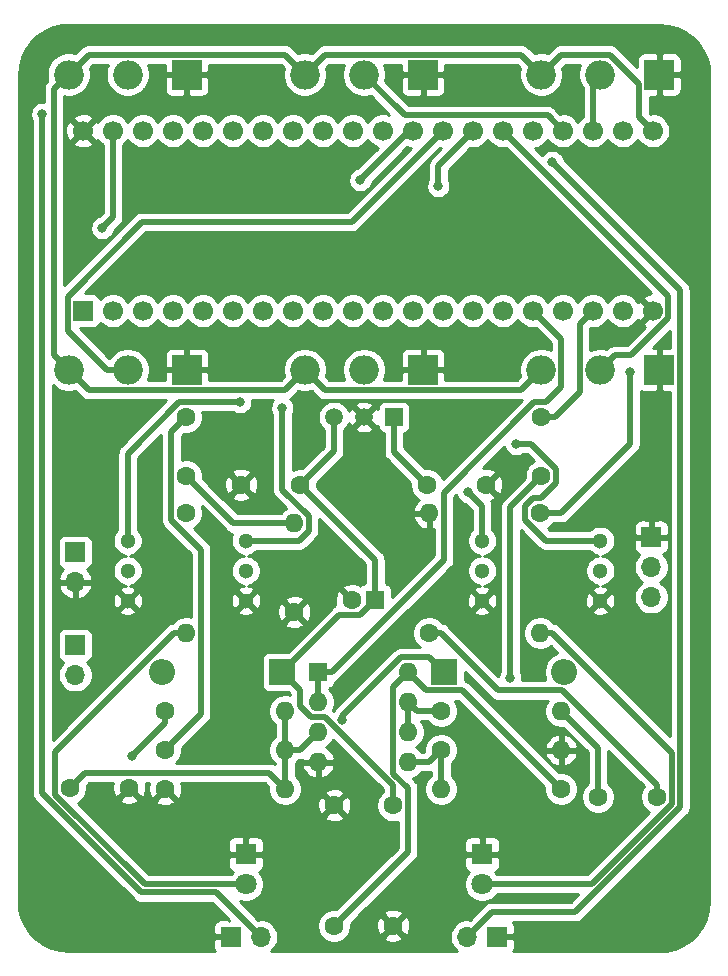
<source format=gbr>
G04 #@! TF.GenerationSoftware,KiCad,Pcbnew,(5.1.7)-1*
G04 #@! TF.CreationDate,2021-06-20T17:09:43-05:00*
G04 #@! TF.ProjectId,DaisySeedPedal,44616973-7953-4656-9564-506564616c2e,rev?*
G04 #@! TF.SameCoordinates,Original*
G04 #@! TF.FileFunction,Copper,L1,Top*
G04 #@! TF.FilePolarity,Positive*
%FSLAX46Y46*%
G04 Gerber Fmt 4.6, Leading zero omitted, Abs format (unit mm)*
G04 Created by KiCad (PCBNEW (5.1.7)-1) date 2021-06-20 17:09:43*
%MOMM*%
%LPD*%
G01*
G04 APERTURE LIST*
G04 #@! TA.AperFunction,ComponentPad*
%ADD10C,1.700000*%
G04 #@! TD*
G04 #@! TA.AperFunction,ComponentPad*
%ADD11R,1.700000X1.700000*%
G04 #@! TD*
G04 #@! TA.AperFunction,ComponentPad*
%ADD12C,1.600000*%
G04 #@! TD*
G04 #@! TA.AperFunction,ComponentPad*
%ADD13O,1.600000X1.600000*%
G04 #@! TD*
G04 #@! TA.AperFunction,ComponentPad*
%ADD14R,1.600000X1.600000*%
G04 #@! TD*
G04 #@! TA.AperFunction,ComponentPad*
%ADD15R,1.800000X1.800000*%
G04 #@! TD*
G04 #@! TA.AperFunction,ComponentPad*
%ADD16C,1.800000*%
G04 #@! TD*
G04 #@! TA.AperFunction,ComponentPad*
%ADD17R,2.200000X2.200000*%
G04 #@! TD*
G04 #@! TA.AperFunction,ComponentPad*
%ADD18O,2.200000X2.200000*%
G04 #@! TD*
G04 #@! TA.AperFunction,ComponentPad*
%ADD19O,1.700000X1.700000*%
G04 #@! TD*
G04 #@! TA.AperFunction,ComponentPad*
%ADD20C,1.300000*%
G04 #@! TD*
G04 #@! TA.AperFunction,ComponentPad*
%ADD21O,2.500000X2.500000*%
G04 #@! TD*
G04 #@! TA.AperFunction,ComponentPad*
%ADD22R,2.500000X2.500000*%
G04 #@! TD*
G04 #@! TA.AperFunction,ComponentPad*
%ADD23C,1.500000*%
G04 #@! TD*
G04 #@! TA.AperFunction,ComponentPad*
%ADD24R,1.500000X1.500000*%
G04 #@! TD*
G04 #@! TA.AperFunction,ViaPad*
%ADD25C,0.800000*%
G04 #@! TD*
G04 #@! TA.AperFunction,Conductor*
%ADD26C,0.500000*%
G04 #@! TD*
G04 #@! TA.AperFunction,Conductor*
%ADD27C,0.254000*%
G04 #@! TD*
G04 #@! TA.AperFunction,Conductor*
%ADD28C,0.100000*%
G04 #@! TD*
G04 APERTURE END LIST*
D10*
G04 #@! TO.P,A1,40*
G04 #@! TO.N,GND*
X51200000Y-54760000D03*
G04 #@! TO.P,A1,39*
G04 #@! TO.N,/VIN*
X53740000Y-54760000D03*
G04 #@! TO.P,A1,38*
G04 #@! TO.N,N/C*
X56280000Y-54760000D03*
G04 #@! TO.P,A1,37*
X58820000Y-54760000D03*
G04 #@! TO.P,A1,36*
X61360000Y-54760000D03*
G04 #@! TO.P,A1,35*
X63900000Y-54760000D03*
G04 #@! TO.P,A1,34*
X66440000Y-54760000D03*
G04 #@! TO.P,A1,33*
G04 #@! TO.N,/pin33*
X68980000Y-54760000D03*
G04 #@! TO.P,A1,32*
G04 #@! TO.N,/pin32*
X71520000Y-54760000D03*
G04 #@! TO.P,A1,31*
G04 #@! TO.N,N/C*
X74060000Y-54760000D03*
G04 #@! TO.P,A1,30*
G04 #@! TO.N,/pin30*
X76600000Y-54760000D03*
G04 #@! TO.P,A1,29*
G04 #@! TO.N,/pin29*
X79140000Y-54760000D03*
G04 #@! TO.P,A1,28*
G04 #@! TO.N,/pin28*
X81680000Y-54760000D03*
G04 #@! TO.P,A1,27*
G04 #@! TO.N,/pin27*
X84220000Y-54760000D03*
G04 #@! TO.P,A1,26*
G04 #@! TO.N,/pin26*
X86760000Y-54760000D03*
G04 #@! TO.P,A1,25*
G04 #@! TO.N,/pin25*
X89300000Y-54760000D03*
G04 #@! TO.P,A1,24*
G04 #@! TO.N,/pin24*
X91840000Y-54760000D03*
G04 #@! TO.P,A1,23*
G04 #@! TO.N,/pin23*
X94380000Y-54760000D03*
G04 #@! TO.P,A1,22*
G04 #@! TO.N,N/C*
X96920000Y-54760000D03*
G04 #@! TO.P,A1,21*
G04 #@! TO.N,/3V3_A*
X99460000Y-54760000D03*
G04 #@! TO.P,A1,20*
G04 #@! TO.N,GND*
X99460000Y-70000000D03*
G04 #@! TO.P,A1,19*
G04 #@! TO.N,N/C*
X96920000Y-70000000D03*
G04 #@! TO.P,A1,18*
G04 #@! TO.N,/pin18*
X94380000Y-70000000D03*
G04 #@! TO.P,A1,17*
G04 #@! TO.N,N/C*
X91840000Y-70000000D03*
G04 #@! TO.P,A1,16*
G04 #@! TO.N,/pin16*
X89300000Y-70000000D03*
G04 #@! TO.P,A1,15*
G04 #@! TO.N,N/C*
X86760000Y-70000000D03*
G04 #@! TO.P,A1,14*
X84220000Y-70000000D03*
G04 #@! TO.P,A1,13*
X81680000Y-70000000D03*
G04 #@! TO.P,A1,12*
X79140000Y-70000000D03*
G04 #@! TO.P,A1,11*
G04 #@! TO.N,/pin11*
X76600000Y-70000000D03*
G04 #@! TO.P,A1,10*
G04 #@! TO.N,/pin10*
X74060000Y-70000000D03*
G04 #@! TO.P,A1,9*
G04 #@! TO.N,/pin9*
X71520000Y-70000000D03*
G04 #@! TO.P,A1,8*
G04 #@! TO.N,/pin8*
X68980000Y-70000000D03*
G04 #@! TO.P,A1,7*
G04 #@! TO.N,N/C*
X66440000Y-70000000D03*
G04 #@! TO.P,A1,6*
X63900000Y-70000000D03*
G04 #@! TO.P,A1,5*
X61360000Y-70000000D03*
G04 #@! TO.P,A1,4*
X58820000Y-70000000D03*
G04 #@! TO.P,A1,3*
X56280000Y-70000000D03*
G04 #@! TO.P,A1,2*
X53740000Y-70000000D03*
D11*
G04 #@! TO.P,A1,1*
X51200000Y-70000000D03*
G04 #@! TD*
D12*
G04 #@! TO.P,C1,1*
G04 #@! TO.N,GND*
X69088000Y-95504000D03*
D13*
G04 #@! TO.P,C1,2*
G04 #@! TO.N,/Input*
X69088000Y-88004000D03*
G04 #@! TD*
D12*
G04 #@! TO.P,C2,1*
G04 #@! TO.N,Net-(C2-Pad1)*
X59944000Y-79000000D03*
G04 #@! TO.P,C2,2*
G04 #@! TO.N,/Input*
X59944000Y-84000000D03*
G04 #@! TD*
G04 #@! TO.P,C3,1*
G04 #@! TO.N,GND*
X55118000Y-110382000D03*
G04 #@! TO.P,C3,2*
G04 #@! TO.N,Net-(C3-Pad2)*
X50118000Y-110382000D03*
G04 #@! TD*
D14*
G04 #@! TO.P,C4,1*
G04 #@! TO.N,/VIN*
X75946000Y-94488000D03*
D12*
G04 #@! TO.P,C4,2*
G04 #@! TO.N,GND*
X73946000Y-94488000D03*
G04 #@! TD*
G04 #@! TO.P,C5,2*
G04 #@! TO.N,GND*
X64596000Y-84728000D03*
G04 #@! TO.P,C5,1*
G04 #@! TO.N,/VIN*
X69596000Y-84728000D03*
G04 #@! TD*
G04 #@! TO.P,C6,2*
G04 #@! TO.N,/pin18*
X90024000Y-79000000D03*
G04 #@! TO.P,C6,1*
G04 #@! TO.N,Net-(C6-Pad1)*
X90024000Y-84000000D03*
G04 #@! TD*
G04 #@! TO.P,C7,2*
G04 #@! TO.N,GND*
X72470000Y-111868000D03*
G04 #@! TO.P,C7,1*
G04 #@! TO.N,/VIN*
X77470000Y-111868000D03*
G04 #@! TD*
G04 #@! TO.P,C8,1*
G04 #@! TO.N,GND*
X77470000Y-122066000D03*
G04 #@! TO.P,C8,2*
G04 #@! TO.N,Net-(C10-Pad2)*
X72470000Y-122066000D03*
G04 #@! TD*
G04 #@! TO.P,C9,1*
G04 #@! TO.N,/Output*
X99822000Y-111144000D03*
G04 #@! TO.P,C9,2*
G04 #@! TO.N,Net-(C9-Pad2)*
X94822000Y-111144000D03*
G04 #@! TD*
G04 #@! TO.P,C10,1*
G04 #@! TO.N,GND*
X85344000Y-84728000D03*
G04 #@! TO.P,C10,2*
G04 #@! TO.N,Net-(C10-Pad2)*
X80344000Y-84728000D03*
G04 #@! TD*
D15*
G04 #@! TO.P,D1,1*
G04 #@! TO.N,GND*
X65000000Y-116000000D03*
D16*
G04 #@! TO.P,D1,2*
G04 #@! TO.N,Net-(D1-Pad2)*
X65000000Y-118540000D03*
G04 #@! TD*
G04 #@! TO.P,D2,2*
G04 #@! TO.N,Net-(D2-Pad2)*
X85000000Y-118540000D03*
D15*
G04 #@! TO.P,D2,1*
G04 #@! TO.N,GND*
X85000000Y-116000000D03*
G04 #@! TD*
D17*
G04 #@! TO.P,D3,1*
G04 #@! TO.N,/VIN*
X68072000Y-100584000D03*
D18*
G04 #@! TO.P,D3,2*
G04 #@! TO.N,+9V*
X57912000Y-100584000D03*
G04 #@! TD*
D13*
G04 #@! TO.P,R1,2*
G04 #@! TO.N,Net-(C3-Pad2)*
X68326000Y-103886000D03*
D12*
G04 #@! TO.P,R1,1*
G04 #@! TO.N,Net-(C10-Pad2)*
X58166000Y-103886000D03*
G04 #@! TD*
G04 #@! TO.P,R2,1*
G04 #@! TO.N,Net-(C2-Pad1)*
X58166000Y-107188000D03*
D13*
G04 #@! TO.P,R2,2*
G04 #@! TO.N,Net-(C3-Pad2)*
X68326000Y-107188000D03*
G04 #@! TD*
D12*
G04 #@! TO.P,R3,1*
G04 #@! TO.N,GND*
X58166000Y-110490000D03*
D13*
G04 #@! TO.P,R3,2*
G04 #@! TO.N,Net-(C3-Pad2)*
X68326000Y-110490000D03*
G04 #@! TD*
G04 #@! TO.P,R4,2*
G04 #@! TO.N,Net-(C6-Pad1)*
X81534000Y-110490000D03*
D12*
G04 #@! TO.P,R4,1*
G04 #@! TO.N,Net-(C10-Pad2)*
X91694000Y-110490000D03*
G04 #@! TD*
G04 #@! TO.P,R5,1*
G04 #@! TO.N,Net-(C6-Pad1)*
X81534000Y-107188000D03*
D13*
G04 #@! TO.P,R5,2*
G04 #@! TO.N,GND*
X91694000Y-107188000D03*
G04 #@! TD*
G04 #@! TO.P,R6,2*
G04 #@! TO.N,Net-(C9-Pad2)*
X91694000Y-103886000D03*
D12*
G04 #@! TO.P,R6,1*
G04 #@! TO.N,Net-(R6-Pad1)*
X81534000Y-103886000D03*
G04 #@! TD*
G04 #@! TO.P,R7,1*
G04 #@! TO.N,/Output*
X80518000Y-97282000D03*
D13*
G04 #@! TO.P,R7,2*
G04 #@! TO.N,GND*
X80518000Y-87122000D03*
G04 #@! TD*
D12*
G04 #@! TO.P,R8,1*
G04 #@! TO.N,/pin29*
X59944000Y-87122000D03*
D13*
G04 #@! TO.P,R8,2*
G04 #@! TO.N,Net-(D1-Pad2)*
X59944000Y-97282000D03*
G04 #@! TD*
G04 #@! TO.P,R9,2*
G04 #@! TO.N,Net-(D2-Pad2)*
X89916000Y-97282000D03*
D12*
G04 #@! TO.P,R9,1*
G04 #@! TO.N,/pin30*
X89916000Y-87122000D03*
G04 #@! TD*
D11*
G04 #@! TO.P,SW1,1*
G04 #@! TO.N,GND*
X63730000Y-123000000D03*
D19*
G04 #@! TO.P,SW1,2*
G04 #@! TO.N,/pin32*
X66270000Y-123000000D03*
G04 #@! TD*
G04 #@! TO.P,SW2,2*
G04 #@! TO.N,/pin33*
X83730000Y-123000000D03*
D11*
G04 #@! TO.P,SW2,1*
G04 #@! TO.N,GND*
X86270000Y-123000000D03*
G04 #@! TD*
D20*
G04 #@! TO.P,SW3,3*
G04 #@! TO.N,GND*
X55000000Y-94540000D03*
G04 #@! TO.P,SW3,2*
G04 #@! TO.N,/pin8*
X55000000Y-89460000D03*
G04 #@! TO.P,SW3,1*
G04 #@! TO.N,N/C*
X55000000Y-92000000D03*
G04 #@! TD*
G04 #@! TO.P,SW4,1*
G04 #@! TO.N,N/C*
X65000000Y-92000000D03*
G04 #@! TO.P,SW4,2*
G04 #@! TO.N,/pin9*
X65000000Y-89460000D03*
G04 #@! TO.P,SW4,3*
G04 #@! TO.N,GND*
X65000000Y-94540000D03*
G04 #@! TD*
G04 #@! TO.P,SW5,3*
G04 #@! TO.N,GND*
X85000000Y-94540000D03*
G04 #@! TO.P,SW5,2*
G04 #@! TO.N,/pin10*
X85000000Y-89460000D03*
G04 #@! TO.P,SW5,1*
G04 #@! TO.N,N/C*
X85000000Y-92000000D03*
G04 #@! TD*
G04 #@! TO.P,SW6,1*
G04 #@! TO.N,N/C*
X95000000Y-92000000D03*
G04 #@! TO.P,SW6,2*
G04 #@! TO.N,/pin11*
X95000000Y-89460000D03*
G04 #@! TO.P,SW6,3*
G04 #@! TO.N,GND*
X95000000Y-94540000D03*
G04 #@! TD*
D14*
G04 #@! TO.P,U1,1*
G04 #@! TO.N,/pin16*
X71120000Y-100584000D03*
D13*
G04 #@! TO.P,U1,5*
G04 #@! TO.N,Net-(C6-Pad1)*
X78740000Y-108204000D03*
G04 #@! TO.P,U1,2*
G04 #@! TO.N,/pin16*
X71120000Y-103124000D03*
G04 #@! TO.P,U1,6*
G04 #@! TO.N,Net-(R6-Pad1)*
X78740000Y-105664000D03*
G04 #@! TO.P,U1,3*
G04 #@! TO.N,Net-(C3-Pad2)*
X71120000Y-105664000D03*
G04 #@! TO.P,U1,7*
G04 #@! TO.N,Net-(R6-Pad1)*
X78740000Y-103124000D03*
G04 #@! TO.P,U1,4*
G04 #@! TO.N,GND*
X71120000Y-108204000D03*
G04 #@! TO.P,U1,8*
G04 #@! TO.N,Net-(C10-Pad2)*
X78740000Y-100584000D03*
G04 #@! TD*
D21*
G04 #@! TO.P,RV1,3*
G04 #@! TO.N,/3V3_A*
X90000000Y-50000000D03*
G04 #@! TO.P,RV1,2*
G04 #@! TO.N,/pin23*
X95000000Y-50000000D03*
D22*
G04 #@! TO.P,RV1,1*
G04 #@! TO.N,GND*
X100000000Y-50000000D03*
G04 #@! TD*
G04 #@! TO.P,RV2,1*
G04 #@! TO.N,GND*
X80000000Y-50000000D03*
D21*
G04 #@! TO.P,RV2,2*
G04 #@! TO.N,/pin24*
X75000000Y-50000000D03*
G04 #@! TO.P,RV2,3*
G04 #@! TO.N,/3V3_A*
X70000000Y-50000000D03*
G04 #@! TD*
G04 #@! TO.P,RV3,3*
G04 #@! TO.N,/3V3_A*
X50000000Y-50000000D03*
G04 #@! TO.P,RV3,2*
G04 #@! TO.N,/pin25*
X55000000Y-50000000D03*
D22*
G04 #@! TO.P,RV3,1*
G04 #@! TO.N,GND*
X60000000Y-50000000D03*
G04 #@! TD*
G04 #@! TO.P,RV4,1*
G04 #@! TO.N,GND*
X100000000Y-75000000D03*
D21*
G04 #@! TO.P,RV4,2*
G04 #@! TO.N,/pin26*
X95000000Y-75000000D03*
G04 #@! TO.P,RV4,3*
G04 #@! TO.N,/3V3_A*
X90000000Y-75000000D03*
G04 #@! TD*
G04 #@! TO.P,RV5,3*
G04 #@! TO.N,/3V3_A*
X70000000Y-75000000D03*
G04 #@! TO.P,RV5,2*
G04 #@! TO.N,/pin27*
X75000000Y-75000000D03*
D22*
G04 #@! TO.P,RV5,1*
G04 #@! TO.N,GND*
X80000000Y-75000000D03*
G04 #@! TD*
G04 #@! TO.P,RV6,1*
G04 #@! TO.N,GND*
X60000000Y-75000000D03*
D21*
G04 #@! TO.P,RV6,2*
G04 #@! TO.N,/pin28*
X55000000Y-75000000D03*
G04 #@! TO.P,RV6,3*
G04 #@! TO.N,/3V3_A*
X50000000Y-75000000D03*
G04 #@! TD*
D23*
G04 #@! TO.P,U2,2*
G04 #@! TO.N,GND*
X75000000Y-78994000D03*
G04 #@! TO.P,U2,3*
G04 #@! TO.N,/VIN*
X72460000Y-78994000D03*
D24*
G04 #@! TO.P,U2,1*
G04 #@! TO.N,Net-(C10-Pad2)*
X77540000Y-78994000D03*
G04 #@! TD*
D19*
G04 #@! TO.P,BT1,2*
G04 #@! TO.N,Net-(BT1-Pad2)*
X50546000Y-100838000D03*
D11*
G04 #@! TO.P,BT1,1*
G04 #@! TO.N,Net-(BT1-Pad1)*
X50546000Y-98298000D03*
G04 #@! TD*
D17*
G04 #@! TO.P,D4,1*
G04 #@! TO.N,+9V*
X81788000Y-100584000D03*
D18*
G04 #@! TO.P,D4,2*
G04 #@! TO.N,Net-(BT1-Pad1)*
X91948000Y-100584000D03*
G04 #@! TD*
D11*
G04 #@! TO.P,J1,1*
G04 #@! TO.N,GND*
X99314000Y-89154000D03*
D19*
G04 #@! TO.P,J1,2*
G04 #@! TO.N,Net-(BT1-Pad2)*
X99314000Y-91694000D03*
G04 #@! TO.P,J1,3*
G04 #@! TO.N,/Input*
X99314000Y-94234000D03*
G04 #@! TD*
D11*
G04 #@! TO.P,J2,1*
G04 #@! TO.N,/Output*
X50546000Y-90424000D03*
D19*
G04 #@! TO.P,J2,2*
G04 #@! TO.N,GND*
X50546000Y-92964000D03*
G04 #@! TD*
D25*
G04 #@! TO.N,+9V*
X73154042Y-104645958D03*
G04 #@! TO.N,Net-(C10-Pad2)*
X55372000Y-107696000D03*
G04 #@! TO.N,/VIN*
X52832000Y-62992000D03*
G04 #@! TO.N,/pin33*
X90932000Y-57404000D03*
G04 #@! TO.N,/pin32*
X47752000Y-53340000D03*
G04 #@! TO.N,/pin30*
X97536000Y-75184000D03*
G04 #@! TO.N,/pin29*
X74676000Y-58928000D03*
G04 #@! TO.N,/pin27*
X81280000Y-59436000D03*
G04 #@! TO.N,/pin11*
X87884000Y-81280000D03*
G04 #@! TO.N,/pin10*
X83820000Y-85344000D03*
G04 #@! TO.N,/pin9*
X68072000Y-78232000D03*
G04 #@! TO.N,/pin8*
X64516000Y-77724000D03*
G04 #@! TO.N,Net-(C6-Pad1)*
X87376000Y-101092000D03*
G04 #@! TD*
D26*
G04 #@! TO.N,/Input*
X63948000Y-88004000D02*
X59944000Y-84000000D01*
X69088000Y-88004000D02*
X63948000Y-88004000D01*
G04 #@! TO.N,/Output*
X81496002Y-97282000D02*
X80518000Y-97282000D01*
X91792003Y-102134001D02*
X86348003Y-102134001D01*
X99822000Y-110163998D02*
X91792003Y-102134001D01*
X86348003Y-102134001D02*
X81496002Y-97282000D01*
X99822000Y-111144000D02*
X99822000Y-110163998D01*
G04 #@! TO.N,+9V*
X78139999Y-99333999D02*
X73154042Y-104319956D01*
X73154042Y-104319956D02*
X73154042Y-104645958D01*
X80537999Y-99333999D02*
X78139999Y-99333999D01*
X81788000Y-100584000D02*
X80537999Y-99333999D01*
G04 #@! TO.N,Net-(C2-Pad1)*
X58693999Y-80250001D02*
X59944000Y-79000000D01*
X61194001Y-90222003D02*
X58693999Y-87722001D01*
X61194001Y-104159999D02*
X61194001Y-90222003D01*
X58693999Y-87722001D02*
X58693999Y-80250001D01*
X58166000Y-107188000D02*
X61194001Y-104159999D01*
G04 #@! TO.N,Net-(C10-Pad2)*
X77540000Y-81924000D02*
X80344000Y-84728000D01*
X77540000Y-78994000D02*
X77540000Y-81924000D01*
X80290001Y-102134001D02*
X78740000Y-100584000D01*
X83338001Y-102134001D02*
X80290001Y-102134001D01*
X91694000Y-110490000D02*
X83338001Y-102134001D01*
X78720001Y-115815999D02*
X72470000Y-122066000D01*
X78720001Y-110424037D02*
X78720001Y-115815999D01*
X77489999Y-109194035D02*
X78720001Y-110424037D01*
X77489999Y-101834001D02*
X77489999Y-109194035D01*
X78740000Y-100584000D02*
X77489999Y-101834001D01*
X58166000Y-104902000D02*
X55372000Y-107696000D01*
X58166000Y-103886000D02*
X58166000Y-104902000D01*
G04 #@! TO.N,/VIN*
X72460000Y-81864000D02*
X69596000Y-84728000D01*
X72460000Y-78994000D02*
X72460000Y-81864000D01*
X72917999Y-95738001D02*
X68072000Y-100584000D01*
X74695999Y-95738001D02*
X72917999Y-95738001D01*
X75946000Y-94488000D02*
X74695999Y-95738001D01*
X75946000Y-91078000D02*
X75946000Y-94488000D01*
X69596000Y-84728000D02*
X75946000Y-91078000D01*
X69576001Y-102088001D02*
X68072000Y-100584000D01*
X70519999Y-104374001D02*
X69576001Y-103430003D01*
X71680003Y-104374001D02*
X70519999Y-104374001D01*
X69576001Y-103430003D02*
X69576001Y-102088001D01*
X77470000Y-110163998D02*
X71680003Y-104374001D01*
X77470000Y-111868000D02*
X77470000Y-110163998D01*
X53740000Y-62084000D02*
X53740000Y-54760000D01*
X52832000Y-62992000D02*
X53740000Y-62084000D01*
G04 #@! TO.N,/pin33*
X83730000Y-123000000D02*
X85826000Y-120904000D01*
X101772011Y-68244011D02*
X90932000Y-57404000D01*
X101772011Y-112033954D02*
X101772011Y-68244011D01*
X92901965Y-120904000D02*
X101772011Y-112033954D01*
X85826000Y-120904000D02*
X92901965Y-120904000D01*
G04 #@! TO.N,/pin32*
X47752000Y-110855965D02*
X47752000Y-53340000D01*
X56136045Y-119240010D02*
X47752000Y-110855965D01*
X62510010Y-119240010D02*
X56136045Y-119240010D01*
X66270000Y-123000000D02*
X62510010Y-119240010D01*
G04 #@! TO.N,/pin30*
X89916000Y-87122000D02*
X91694000Y-87122000D01*
X97536000Y-81280000D02*
X97536000Y-75184000D01*
X91694000Y-87122000D02*
X97536000Y-81280000D01*
G04 #@! TO.N,/pin29*
X78844000Y-54760000D02*
X79140000Y-54760000D01*
X74676000Y-58928000D02*
X78844000Y-54760000D01*
G04 #@! TO.N,/pin28*
X49899999Y-71667765D02*
X49899999Y-68789999D01*
X49899999Y-68789999D02*
X56205998Y-62484000D01*
X53232234Y-75000000D02*
X49899999Y-71667765D01*
X55000000Y-75000000D02*
X53232234Y-75000000D01*
X73956000Y-62484000D02*
X81680000Y-54760000D01*
X56205998Y-62484000D02*
X73956000Y-62484000D01*
G04 #@! TO.N,/pin27*
X81280000Y-57700000D02*
X84220000Y-54760000D01*
X81280000Y-59436000D02*
X81280000Y-57700000D01*
G04 #@! TO.N,/pin26*
X100760001Y-70624001D02*
X100760001Y-68760001D01*
X100760001Y-68760001D02*
X86760000Y-54760000D01*
X97634001Y-73750001D02*
X100760001Y-70624001D01*
X96249999Y-73750001D02*
X97634001Y-73750001D01*
X95000000Y-75000000D02*
X96249999Y-73750001D01*
G04 #@! TO.N,/pin24*
X78459999Y-53459999D02*
X75000000Y-50000000D01*
X90539999Y-53459999D02*
X78459999Y-53459999D01*
X91840000Y-54760000D02*
X90539999Y-53459999D01*
G04 #@! TO.N,/pin23*
X94380000Y-50620000D02*
X95000000Y-50000000D01*
X94380000Y-54760000D02*
X94380000Y-50620000D01*
G04 #@! TO.N,/3V3_A*
X91700001Y-48299999D02*
X90000000Y-50000000D01*
X95816001Y-48299999D02*
X91700001Y-48299999D01*
X98299999Y-50783997D02*
X95816001Y-48299999D01*
X98299999Y-53599999D02*
X98299999Y-50783997D01*
X99460000Y-54760000D02*
X98299999Y-53599999D01*
X71700001Y-48299999D02*
X70000000Y-50000000D01*
X88299999Y-48299999D02*
X71700001Y-48299999D01*
X90000000Y-50000000D02*
X88299999Y-48299999D01*
X51700001Y-48299999D02*
X50000000Y-50000000D01*
X68299999Y-48299999D02*
X51700001Y-48299999D01*
X70000000Y-50000000D02*
X68299999Y-48299999D01*
X48750001Y-51249999D02*
X50000000Y-50000000D01*
X48750001Y-73750001D02*
X48750001Y-51249999D01*
X50000000Y-75000000D02*
X48750001Y-73750001D01*
X68299999Y-76700001D02*
X70000000Y-75000000D01*
X51700001Y-76700001D02*
X68299999Y-76700001D01*
X50000000Y-75000000D02*
X51700001Y-76700001D01*
X88299999Y-76700001D02*
X90000000Y-75000000D01*
X71700001Y-76700001D02*
X88299999Y-76700001D01*
X70000000Y-75000000D02*
X71700001Y-76700001D01*
G04 #@! TO.N,/pin18*
X93299999Y-71080001D02*
X94380000Y-70000000D01*
X93299999Y-76855371D02*
X93299999Y-71080001D01*
X91155370Y-79000000D02*
X93299999Y-76855371D01*
X90024000Y-79000000D02*
X91155370Y-79000000D01*
G04 #@! TO.N,/pin16*
X71120000Y-103124000D02*
X71120000Y-100584000D01*
X72260002Y-100584000D02*
X71120000Y-100584000D01*
X81768001Y-91076001D02*
X72260002Y-100584000D01*
X81768001Y-85405997D02*
X81768001Y-91076001D01*
X89423999Y-77749999D02*
X81768001Y-85405997D01*
X90398001Y-77749999D02*
X89423999Y-77749999D01*
X91700001Y-76447999D02*
X90398001Y-77749999D01*
X91700001Y-72400001D02*
X91700001Y-76447999D01*
X89300000Y-70000000D02*
X91700001Y-72400001D01*
G04 #@! TO.N,/pin11*
X91274001Y-84600001D02*
X91274001Y-83399999D01*
X90002003Y-85871999D02*
X91274001Y-84600001D01*
X89154002Y-81280000D02*
X87884000Y-81280000D01*
X89315999Y-85871999D02*
X90002003Y-85871999D01*
X88665999Y-86521999D02*
X89315999Y-85871999D01*
X91274001Y-83399999D02*
X89154002Y-81280000D01*
X88665999Y-87722001D02*
X88665999Y-86521999D01*
X90403998Y-89460000D02*
X88665999Y-87722001D01*
X95000000Y-89460000D02*
X90403998Y-89460000D01*
G04 #@! TO.N,/pin10*
X85000000Y-86524000D02*
X83820000Y-85344000D01*
X85000000Y-89460000D02*
X85000000Y-86524000D01*
G04 #@! TO.N,/pin9*
X68072000Y-85137998D02*
X68072000Y-78232000D01*
X70338001Y-87403999D02*
X68072000Y-85137998D01*
X70338001Y-88604001D02*
X70338001Y-87403999D01*
X69482002Y-89460000D02*
X70338001Y-88604001D01*
X65000000Y-89460000D02*
X69482002Y-89460000D01*
G04 #@! TO.N,/pin8*
X59369998Y-77724000D02*
X64516000Y-77724000D01*
X55000000Y-82093998D02*
X59369998Y-77724000D01*
X55000000Y-89460000D02*
X55000000Y-82093998D01*
G04 #@! TO.N,Net-(C3-Pad2)*
X69596000Y-107188000D02*
X71120000Y-105664000D01*
X68326000Y-107188000D02*
X69596000Y-107188000D01*
X68326000Y-103886000D02*
X68326000Y-107188000D01*
X68326000Y-110490000D02*
X68326000Y-107188000D01*
X66967999Y-109131999D02*
X68326000Y-110490000D01*
X51368001Y-109131999D02*
X66967999Y-109131999D01*
X50118000Y-110382000D02*
X51368001Y-109131999D01*
G04 #@! TO.N,Net-(C6-Pad1)*
X80518000Y-108204000D02*
X81534000Y-107188000D01*
X78740000Y-108204000D02*
X80518000Y-108204000D01*
X81534000Y-110490000D02*
X81534000Y-107188000D01*
X87376000Y-86648000D02*
X87376000Y-101092000D01*
X90024000Y-84000000D02*
X87376000Y-86648000D01*
G04 #@! TO.N,Net-(C9-Pad2)*
X94822000Y-107014000D02*
X91694000Y-103886000D01*
X94822000Y-111144000D02*
X94822000Y-107014000D01*
G04 #@! TO.N,Net-(D1-Pad2)*
X58919998Y-97282000D02*
X59944000Y-97282000D01*
X48867999Y-107333999D02*
X58919998Y-97282000D01*
X48867999Y-110982001D02*
X48867999Y-107333999D01*
X56425998Y-118540000D02*
X48867999Y-110982001D01*
X65000000Y-118540000D02*
X56425998Y-118540000D01*
G04 #@! TO.N,Net-(D2-Pad2)*
X90940002Y-97282000D02*
X89916000Y-97282000D01*
X101072001Y-111744001D02*
X101072001Y-107413999D01*
X101072001Y-107413999D02*
X90940002Y-97282000D01*
X94276002Y-118540000D02*
X101072001Y-111744001D01*
X85000000Y-118540000D02*
X94276002Y-118540000D01*
G04 #@! TO.N,Net-(R6-Pad1)*
X79502000Y-103886000D02*
X78740000Y-103124000D01*
X81534000Y-103886000D02*
X79502000Y-103886000D01*
X78740000Y-103124000D02*
X78740000Y-105664000D01*
G04 #@! TD*
D27*
G04 #@! TO.N,GND*
X100747284Y-45846782D02*
X101470942Y-46044753D01*
X102148109Y-46367744D01*
X102757380Y-46805550D01*
X103279489Y-47344326D01*
X103697935Y-47967040D01*
X103999500Y-48654024D01*
X104176078Y-49389521D01*
X104223001Y-50028500D01*
X104223000Y-119965395D01*
X104153218Y-120747284D01*
X103955248Y-121470941D01*
X103632254Y-122148111D01*
X103194450Y-122757380D01*
X102655677Y-123279487D01*
X102032956Y-123697938D01*
X101345976Y-123999500D01*
X100610481Y-124176077D01*
X99971514Y-124223000D01*
X87635350Y-124223000D01*
X87650537Y-124204494D01*
X87709502Y-124094180D01*
X87745812Y-123974482D01*
X87758072Y-123850000D01*
X87755000Y-123285750D01*
X87596250Y-123127000D01*
X86397000Y-123127000D01*
X86397000Y-123147000D01*
X86143000Y-123147000D01*
X86143000Y-123127000D01*
X86123000Y-123127000D01*
X86123000Y-122873000D01*
X86143000Y-122873000D01*
X86143000Y-122853000D01*
X86397000Y-122853000D01*
X86397000Y-122873000D01*
X87596250Y-122873000D01*
X87755000Y-122714250D01*
X87758072Y-122150000D01*
X87745812Y-122025518D01*
X87709502Y-121905820D01*
X87650537Y-121795506D01*
X87638632Y-121781000D01*
X92858886Y-121781000D01*
X92901965Y-121785243D01*
X92945044Y-121781000D01*
X92977758Y-121777778D01*
X93073887Y-121768310D01*
X93239202Y-121718162D01*
X93391557Y-121636727D01*
X93525098Y-121527133D01*
X93552562Y-121493668D01*
X102361680Y-112684550D01*
X102395144Y-112657087D01*
X102504738Y-112523546D01*
X102586173Y-112371191D01*
X102636321Y-112205876D01*
X102649011Y-112077033D01*
X102649011Y-112077024D01*
X102653253Y-112033955D01*
X102649011Y-111990885D01*
X102649011Y-68287090D01*
X102653254Y-68244011D01*
X102636321Y-68072088D01*
X102586173Y-67906774D01*
X102571198Y-67878758D01*
X102504738Y-67754419D01*
X102395144Y-67620878D01*
X102361679Y-67593414D01*
X91931162Y-57162897D01*
X91919533Y-57104435D01*
X91842115Y-56917533D01*
X91729723Y-56749326D01*
X91586674Y-56606277D01*
X91418467Y-56493885D01*
X91231565Y-56416467D01*
X91033151Y-56377000D01*
X90830849Y-56377000D01*
X90632435Y-56416467D01*
X90445533Y-56493885D01*
X90277326Y-56606277D01*
X90134277Y-56749326D01*
X90076324Y-56836059D01*
X89471990Y-56231725D01*
X89730825Y-56180240D01*
X89999622Y-56068901D01*
X90241533Y-55907261D01*
X90447261Y-55701533D01*
X90570000Y-55517841D01*
X90692739Y-55701533D01*
X90898467Y-55907261D01*
X91140378Y-56068901D01*
X91409175Y-56180240D01*
X91694528Y-56237000D01*
X91985472Y-56237000D01*
X92270825Y-56180240D01*
X92539622Y-56068901D01*
X92781533Y-55907261D01*
X92987261Y-55701533D01*
X93110000Y-55517841D01*
X93232739Y-55701533D01*
X93438467Y-55907261D01*
X93680378Y-56068901D01*
X93949175Y-56180240D01*
X94234528Y-56237000D01*
X94525472Y-56237000D01*
X94810825Y-56180240D01*
X95079622Y-56068901D01*
X95321533Y-55907261D01*
X95527261Y-55701533D01*
X95650000Y-55517841D01*
X95772739Y-55701533D01*
X95978467Y-55907261D01*
X96220378Y-56068901D01*
X96489175Y-56180240D01*
X96774528Y-56237000D01*
X97065472Y-56237000D01*
X97350825Y-56180240D01*
X97619622Y-56068901D01*
X97861533Y-55907261D01*
X98067261Y-55701533D01*
X98190000Y-55517841D01*
X98312739Y-55701533D01*
X98518467Y-55907261D01*
X98760378Y-56068901D01*
X99029175Y-56180240D01*
X99314528Y-56237000D01*
X99605472Y-56237000D01*
X99890825Y-56180240D01*
X100159622Y-56068901D01*
X100401533Y-55907261D01*
X100607261Y-55701533D01*
X100768901Y-55459622D01*
X100880240Y-55190825D01*
X100937000Y-54905472D01*
X100937000Y-54614528D01*
X100880240Y-54329175D01*
X100768901Y-54060378D01*
X100607261Y-53818467D01*
X100401533Y-53612739D01*
X100159622Y-53451099D01*
X99890825Y-53339760D01*
X99605472Y-53283000D01*
X99314528Y-53283000D01*
X99238406Y-53298141D01*
X99176999Y-53236734D01*
X99176999Y-51886712D01*
X99714250Y-51885000D01*
X99873000Y-51726250D01*
X99873000Y-50127000D01*
X100127000Y-50127000D01*
X100127000Y-51726250D01*
X100285750Y-51885000D01*
X101250000Y-51888072D01*
X101374482Y-51875812D01*
X101494180Y-51839502D01*
X101604494Y-51780537D01*
X101701185Y-51701185D01*
X101780537Y-51604494D01*
X101839502Y-51494180D01*
X101875812Y-51374482D01*
X101888072Y-51250000D01*
X101885000Y-50285750D01*
X101726250Y-50127000D01*
X100127000Y-50127000D01*
X99873000Y-50127000D01*
X99853000Y-50127000D01*
X99853000Y-49873000D01*
X99873000Y-49873000D01*
X99873000Y-48273750D01*
X100127000Y-48273750D01*
X100127000Y-49873000D01*
X101726250Y-49873000D01*
X101885000Y-49714250D01*
X101888072Y-48750000D01*
X101875812Y-48625518D01*
X101839502Y-48505820D01*
X101780537Y-48395506D01*
X101701185Y-48298815D01*
X101604494Y-48219463D01*
X101494180Y-48160498D01*
X101374482Y-48124188D01*
X101250000Y-48111928D01*
X100285750Y-48115000D01*
X100127000Y-48273750D01*
X99873000Y-48273750D01*
X99714250Y-48115000D01*
X98750000Y-48111928D01*
X98625518Y-48124188D01*
X98505820Y-48160498D01*
X98395506Y-48219463D01*
X98298815Y-48298815D01*
X98219463Y-48395506D01*
X98160498Y-48505820D01*
X98124188Y-48625518D01*
X98111928Y-48750000D01*
X98113864Y-49357597D01*
X96466598Y-47710331D01*
X96439134Y-47676866D01*
X96305593Y-47567272D01*
X96153238Y-47485837D01*
X95987923Y-47435689D01*
X95816001Y-47418756D01*
X95772922Y-47422999D01*
X91743070Y-47422999D01*
X91700000Y-47418757D01*
X91656931Y-47422999D01*
X91656922Y-47422999D01*
X91528079Y-47435689D01*
X91362764Y-47485837D01*
X91210409Y-47567272D01*
X91076868Y-47676866D01*
X91049404Y-47710331D01*
X90559594Y-48200141D01*
X90547501Y-48195132D01*
X90184868Y-48123000D01*
X89815132Y-48123000D01*
X89452499Y-48195132D01*
X89440406Y-48200141D01*
X88950596Y-47710331D01*
X88923132Y-47676866D01*
X88789591Y-47567272D01*
X88637236Y-47485837D01*
X88471921Y-47435689D01*
X88299999Y-47418756D01*
X88256920Y-47422999D01*
X71743070Y-47422999D01*
X71700000Y-47418757D01*
X71656931Y-47422999D01*
X71656922Y-47422999D01*
X71528079Y-47435689D01*
X71362764Y-47485837D01*
X71210409Y-47567272D01*
X71076868Y-47676866D01*
X71049404Y-47710331D01*
X70559594Y-48200141D01*
X70547501Y-48195132D01*
X70184868Y-48123000D01*
X69815132Y-48123000D01*
X69452499Y-48195132D01*
X69440406Y-48200141D01*
X68950596Y-47710331D01*
X68923132Y-47676866D01*
X68789591Y-47567272D01*
X68637236Y-47485837D01*
X68471921Y-47435689D01*
X68299999Y-47418756D01*
X68256920Y-47422999D01*
X51743070Y-47422999D01*
X51700000Y-47418757D01*
X51656931Y-47422999D01*
X51656922Y-47422999D01*
X51528079Y-47435689D01*
X51362764Y-47485837D01*
X51210409Y-47567272D01*
X51076868Y-47676866D01*
X51049404Y-47710331D01*
X50559594Y-48200141D01*
X50547501Y-48195132D01*
X50184868Y-48123000D01*
X49815132Y-48123000D01*
X49452499Y-48195132D01*
X49110907Y-48336624D01*
X48803482Y-48542039D01*
X48542039Y-48803482D01*
X48336624Y-49110907D01*
X48195132Y-49452499D01*
X48123000Y-49815132D01*
X48123000Y-50184868D01*
X48195132Y-50547501D01*
X48200141Y-50559594D01*
X48160328Y-50599407D01*
X48126869Y-50626866D01*
X48099410Y-50660325D01*
X48099407Y-50660328D01*
X48017275Y-50760407D01*
X47935839Y-50912763D01*
X47885691Y-51078077D01*
X47868758Y-51249999D01*
X47873002Y-51293089D01*
X47873002Y-52316949D01*
X47853151Y-52313000D01*
X47650849Y-52313000D01*
X47452435Y-52352467D01*
X47265533Y-52429885D01*
X47097326Y-52542277D01*
X46954277Y-52685326D01*
X46841885Y-52853533D01*
X46764467Y-53040435D01*
X46725000Y-53238849D01*
X46725000Y-53441151D01*
X46764467Y-53639565D01*
X46841885Y-53826467D01*
X46875001Y-53876029D01*
X46875000Y-110812885D01*
X46870757Y-110855965D01*
X46887690Y-111027887D01*
X46917600Y-111126486D01*
X46937838Y-111193201D01*
X47019273Y-111345556D01*
X47128867Y-111479098D01*
X47162332Y-111506562D01*
X55485448Y-119829678D01*
X55512912Y-119863143D01*
X55646453Y-119972737D01*
X55798808Y-120054172D01*
X55964123Y-120104320D01*
X56092966Y-120117010D01*
X56092967Y-120117010D01*
X56136044Y-120121253D01*
X56179121Y-120117010D01*
X62146745Y-120117010D01*
X63602998Y-121573264D01*
X63602998Y-121673748D01*
X63444250Y-121515000D01*
X62880000Y-121511928D01*
X62755518Y-121524188D01*
X62635820Y-121560498D01*
X62525506Y-121619463D01*
X62428815Y-121698815D01*
X62349463Y-121795506D01*
X62290498Y-121905820D01*
X62254188Y-122025518D01*
X62241928Y-122150000D01*
X62245000Y-122714250D01*
X62403750Y-122873000D01*
X63603000Y-122873000D01*
X63603000Y-122853000D01*
X63857000Y-122853000D01*
X63857000Y-122873000D01*
X63877000Y-122873000D01*
X63877000Y-123127000D01*
X63857000Y-123127000D01*
X63857000Y-123147000D01*
X63603000Y-123147000D01*
X63603000Y-123127000D01*
X62403750Y-123127000D01*
X62245000Y-123285750D01*
X62241928Y-123850000D01*
X62254188Y-123974482D01*
X62290498Y-124094180D01*
X62349463Y-124204494D01*
X62364650Y-124223000D01*
X50034605Y-124223000D01*
X49252716Y-124153218D01*
X48529059Y-123955248D01*
X47851889Y-123632254D01*
X47242620Y-123194450D01*
X46720513Y-122655677D01*
X46302062Y-122032956D01*
X46000500Y-121345976D01*
X45823923Y-120610481D01*
X45777000Y-119971514D01*
X45777000Y-50034605D01*
X45846782Y-49252716D01*
X46044753Y-48529058D01*
X46367744Y-47851891D01*
X46805550Y-47242620D01*
X47344326Y-46720511D01*
X47967040Y-46302065D01*
X48654024Y-46000500D01*
X49389521Y-45823922D01*
X50028486Y-45777000D01*
X99965395Y-45777000D01*
X100747284Y-45846782D01*
G04 #@! TA.AperFunction,Conductor*
D28*
G36*
X100747284Y-45846782D02*
G01*
X101470942Y-46044753D01*
X102148109Y-46367744D01*
X102757380Y-46805550D01*
X103279489Y-47344326D01*
X103697935Y-47967040D01*
X103999500Y-48654024D01*
X104176078Y-49389521D01*
X104223001Y-50028500D01*
X104223000Y-119965395D01*
X104153218Y-120747284D01*
X103955248Y-121470941D01*
X103632254Y-122148111D01*
X103194450Y-122757380D01*
X102655677Y-123279487D01*
X102032956Y-123697938D01*
X101345976Y-123999500D01*
X100610481Y-124176077D01*
X99971514Y-124223000D01*
X87635350Y-124223000D01*
X87650537Y-124204494D01*
X87709502Y-124094180D01*
X87745812Y-123974482D01*
X87758072Y-123850000D01*
X87755000Y-123285750D01*
X87596250Y-123127000D01*
X86397000Y-123127000D01*
X86397000Y-123147000D01*
X86143000Y-123147000D01*
X86143000Y-123127000D01*
X86123000Y-123127000D01*
X86123000Y-122873000D01*
X86143000Y-122873000D01*
X86143000Y-122853000D01*
X86397000Y-122853000D01*
X86397000Y-122873000D01*
X87596250Y-122873000D01*
X87755000Y-122714250D01*
X87758072Y-122150000D01*
X87745812Y-122025518D01*
X87709502Y-121905820D01*
X87650537Y-121795506D01*
X87638632Y-121781000D01*
X92858886Y-121781000D01*
X92901965Y-121785243D01*
X92945044Y-121781000D01*
X92977758Y-121777778D01*
X93073887Y-121768310D01*
X93239202Y-121718162D01*
X93391557Y-121636727D01*
X93525098Y-121527133D01*
X93552562Y-121493668D01*
X102361680Y-112684550D01*
X102395144Y-112657087D01*
X102504738Y-112523546D01*
X102586173Y-112371191D01*
X102636321Y-112205876D01*
X102649011Y-112077033D01*
X102649011Y-112077024D01*
X102653253Y-112033955D01*
X102649011Y-111990885D01*
X102649011Y-68287090D01*
X102653254Y-68244011D01*
X102636321Y-68072088D01*
X102586173Y-67906774D01*
X102571198Y-67878758D01*
X102504738Y-67754419D01*
X102395144Y-67620878D01*
X102361679Y-67593414D01*
X91931162Y-57162897D01*
X91919533Y-57104435D01*
X91842115Y-56917533D01*
X91729723Y-56749326D01*
X91586674Y-56606277D01*
X91418467Y-56493885D01*
X91231565Y-56416467D01*
X91033151Y-56377000D01*
X90830849Y-56377000D01*
X90632435Y-56416467D01*
X90445533Y-56493885D01*
X90277326Y-56606277D01*
X90134277Y-56749326D01*
X90076324Y-56836059D01*
X89471990Y-56231725D01*
X89730825Y-56180240D01*
X89999622Y-56068901D01*
X90241533Y-55907261D01*
X90447261Y-55701533D01*
X90570000Y-55517841D01*
X90692739Y-55701533D01*
X90898467Y-55907261D01*
X91140378Y-56068901D01*
X91409175Y-56180240D01*
X91694528Y-56237000D01*
X91985472Y-56237000D01*
X92270825Y-56180240D01*
X92539622Y-56068901D01*
X92781533Y-55907261D01*
X92987261Y-55701533D01*
X93110000Y-55517841D01*
X93232739Y-55701533D01*
X93438467Y-55907261D01*
X93680378Y-56068901D01*
X93949175Y-56180240D01*
X94234528Y-56237000D01*
X94525472Y-56237000D01*
X94810825Y-56180240D01*
X95079622Y-56068901D01*
X95321533Y-55907261D01*
X95527261Y-55701533D01*
X95650000Y-55517841D01*
X95772739Y-55701533D01*
X95978467Y-55907261D01*
X96220378Y-56068901D01*
X96489175Y-56180240D01*
X96774528Y-56237000D01*
X97065472Y-56237000D01*
X97350825Y-56180240D01*
X97619622Y-56068901D01*
X97861533Y-55907261D01*
X98067261Y-55701533D01*
X98190000Y-55517841D01*
X98312739Y-55701533D01*
X98518467Y-55907261D01*
X98760378Y-56068901D01*
X99029175Y-56180240D01*
X99314528Y-56237000D01*
X99605472Y-56237000D01*
X99890825Y-56180240D01*
X100159622Y-56068901D01*
X100401533Y-55907261D01*
X100607261Y-55701533D01*
X100768901Y-55459622D01*
X100880240Y-55190825D01*
X100937000Y-54905472D01*
X100937000Y-54614528D01*
X100880240Y-54329175D01*
X100768901Y-54060378D01*
X100607261Y-53818467D01*
X100401533Y-53612739D01*
X100159622Y-53451099D01*
X99890825Y-53339760D01*
X99605472Y-53283000D01*
X99314528Y-53283000D01*
X99238406Y-53298141D01*
X99176999Y-53236734D01*
X99176999Y-51886712D01*
X99714250Y-51885000D01*
X99873000Y-51726250D01*
X99873000Y-50127000D01*
X100127000Y-50127000D01*
X100127000Y-51726250D01*
X100285750Y-51885000D01*
X101250000Y-51888072D01*
X101374482Y-51875812D01*
X101494180Y-51839502D01*
X101604494Y-51780537D01*
X101701185Y-51701185D01*
X101780537Y-51604494D01*
X101839502Y-51494180D01*
X101875812Y-51374482D01*
X101888072Y-51250000D01*
X101885000Y-50285750D01*
X101726250Y-50127000D01*
X100127000Y-50127000D01*
X99873000Y-50127000D01*
X99853000Y-50127000D01*
X99853000Y-49873000D01*
X99873000Y-49873000D01*
X99873000Y-48273750D01*
X100127000Y-48273750D01*
X100127000Y-49873000D01*
X101726250Y-49873000D01*
X101885000Y-49714250D01*
X101888072Y-48750000D01*
X101875812Y-48625518D01*
X101839502Y-48505820D01*
X101780537Y-48395506D01*
X101701185Y-48298815D01*
X101604494Y-48219463D01*
X101494180Y-48160498D01*
X101374482Y-48124188D01*
X101250000Y-48111928D01*
X100285750Y-48115000D01*
X100127000Y-48273750D01*
X99873000Y-48273750D01*
X99714250Y-48115000D01*
X98750000Y-48111928D01*
X98625518Y-48124188D01*
X98505820Y-48160498D01*
X98395506Y-48219463D01*
X98298815Y-48298815D01*
X98219463Y-48395506D01*
X98160498Y-48505820D01*
X98124188Y-48625518D01*
X98111928Y-48750000D01*
X98113864Y-49357597D01*
X96466598Y-47710331D01*
X96439134Y-47676866D01*
X96305593Y-47567272D01*
X96153238Y-47485837D01*
X95987923Y-47435689D01*
X95816001Y-47418756D01*
X95772922Y-47422999D01*
X91743070Y-47422999D01*
X91700000Y-47418757D01*
X91656931Y-47422999D01*
X91656922Y-47422999D01*
X91528079Y-47435689D01*
X91362764Y-47485837D01*
X91210409Y-47567272D01*
X91076868Y-47676866D01*
X91049404Y-47710331D01*
X90559594Y-48200141D01*
X90547501Y-48195132D01*
X90184868Y-48123000D01*
X89815132Y-48123000D01*
X89452499Y-48195132D01*
X89440406Y-48200141D01*
X88950596Y-47710331D01*
X88923132Y-47676866D01*
X88789591Y-47567272D01*
X88637236Y-47485837D01*
X88471921Y-47435689D01*
X88299999Y-47418756D01*
X88256920Y-47422999D01*
X71743070Y-47422999D01*
X71700000Y-47418757D01*
X71656931Y-47422999D01*
X71656922Y-47422999D01*
X71528079Y-47435689D01*
X71362764Y-47485837D01*
X71210409Y-47567272D01*
X71076868Y-47676866D01*
X71049404Y-47710331D01*
X70559594Y-48200141D01*
X70547501Y-48195132D01*
X70184868Y-48123000D01*
X69815132Y-48123000D01*
X69452499Y-48195132D01*
X69440406Y-48200141D01*
X68950596Y-47710331D01*
X68923132Y-47676866D01*
X68789591Y-47567272D01*
X68637236Y-47485837D01*
X68471921Y-47435689D01*
X68299999Y-47418756D01*
X68256920Y-47422999D01*
X51743070Y-47422999D01*
X51700000Y-47418757D01*
X51656931Y-47422999D01*
X51656922Y-47422999D01*
X51528079Y-47435689D01*
X51362764Y-47485837D01*
X51210409Y-47567272D01*
X51076868Y-47676866D01*
X51049404Y-47710331D01*
X50559594Y-48200141D01*
X50547501Y-48195132D01*
X50184868Y-48123000D01*
X49815132Y-48123000D01*
X49452499Y-48195132D01*
X49110907Y-48336624D01*
X48803482Y-48542039D01*
X48542039Y-48803482D01*
X48336624Y-49110907D01*
X48195132Y-49452499D01*
X48123000Y-49815132D01*
X48123000Y-50184868D01*
X48195132Y-50547501D01*
X48200141Y-50559594D01*
X48160328Y-50599407D01*
X48126869Y-50626866D01*
X48099410Y-50660325D01*
X48099407Y-50660328D01*
X48017275Y-50760407D01*
X47935839Y-50912763D01*
X47885691Y-51078077D01*
X47868758Y-51249999D01*
X47873002Y-51293089D01*
X47873002Y-52316949D01*
X47853151Y-52313000D01*
X47650849Y-52313000D01*
X47452435Y-52352467D01*
X47265533Y-52429885D01*
X47097326Y-52542277D01*
X46954277Y-52685326D01*
X46841885Y-52853533D01*
X46764467Y-53040435D01*
X46725000Y-53238849D01*
X46725000Y-53441151D01*
X46764467Y-53639565D01*
X46841885Y-53826467D01*
X46875001Y-53876029D01*
X46875000Y-110812885D01*
X46870757Y-110855965D01*
X46887690Y-111027887D01*
X46917600Y-111126486D01*
X46937838Y-111193201D01*
X47019273Y-111345556D01*
X47128867Y-111479098D01*
X47162332Y-111506562D01*
X55485448Y-119829678D01*
X55512912Y-119863143D01*
X55646453Y-119972737D01*
X55798808Y-120054172D01*
X55964123Y-120104320D01*
X56092966Y-120117010D01*
X56092967Y-120117010D01*
X56136044Y-120121253D01*
X56179121Y-120117010D01*
X62146745Y-120117010D01*
X63602998Y-121573264D01*
X63602998Y-121673748D01*
X63444250Y-121515000D01*
X62880000Y-121511928D01*
X62755518Y-121524188D01*
X62635820Y-121560498D01*
X62525506Y-121619463D01*
X62428815Y-121698815D01*
X62349463Y-121795506D01*
X62290498Y-121905820D01*
X62254188Y-122025518D01*
X62241928Y-122150000D01*
X62245000Y-122714250D01*
X62403750Y-122873000D01*
X63603000Y-122873000D01*
X63603000Y-122853000D01*
X63857000Y-122853000D01*
X63857000Y-122873000D01*
X63877000Y-122873000D01*
X63877000Y-123127000D01*
X63857000Y-123127000D01*
X63857000Y-123147000D01*
X63603000Y-123147000D01*
X63603000Y-123127000D01*
X62403750Y-123127000D01*
X62245000Y-123285750D01*
X62241928Y-123850000D01*
X62254188Y-123974482D01*
X62290498Y-124094180D01*
X62349463Y-124204494D01*
X62364650Y-124223000D01*
X50034605Y-124223000D01*
X49252716Y-124153218D01*
X48529059Y-123955248D01*
X47851889Y-123632254D01*
X47242620Y-123194450D01*
X46720513Y-122655677D01*
X46302062Y-122032956D01*
X46000500Y-121345976D01*
X45823923Y-120610481D01*
X45777000Y-119971514D01*
X45777000Y-50034605D01*
X45846782Y-49252716D01*
X46044753Y-48529058D01*
X46367744Y-47851891D01*
X46805550Y-47242620D01*
X47344326Y-46720511D01*
X47967040Y-46302065D01*
X48654024Y-46000500D01*
X49389521Y-45823922D01*
X50028486Y-45777000D01*
X99965395Y-45777000D01*
X100747284Y-45846782D01*
G37*
G04 #@! TD.AperFunction*
D27*
X85697406Y-102723669D02*
X85724870Y-102757134D01*
X85858411Y-102866728D01*
X85996263Y-102940411D01*
X86010766Y-102948163D01*
X86176080Y-102998311D01*
X86348003Y-103015244D01*
X86391082Y-103011001D01*
X90562416Y-103011001D01*
X90429409Y-103210062D01*
X90321838Y-103469759D01*
X90267000Y-103745453D01*
X90267000Y-104026547D01*
X90321838Y-104302241D01*
X90429409Y-104561938D01*
X90585576Y-104795660D01*
X90784340Y-104994424D01*
X91018062Y-105150591D01*
X91277759Y-105258162D01*
X91553453Y-105313000D01*
X91834547Y-105313000D01*
X91873072Y-105305337D01*
X93945001Y-107377267D01*
X93945000Y-110013753D01*
X93912340Y-110035576D01*
X93713576Y-110234340D01*
X93557409Y-110468062D01*
X93449838Y-110727759D01*
X93395000Y-111003453D01*
X93395000Y-111284547D01*
X93449838Y-111560241D01*
X93557409Y-111819938D01*
X93713576Y-112053660D01*
X93912340Y-112252424D01*
X94146062Y-112408591D01*
X94405759Y-112516162D01*
X94681453Y-112571000D01*
X94962547Y-112571000D01*
X95238241Y-112516162D01*
X95497938Y-112408591D01*
X95731660Y-112252424D01*
X95930424Y-112053660D01*
X96086591Y-111819938D01*
X96194162Y-111560241D01*
X96249000Y-111284547D01*
X96249000Y-111003453D01*
X96194162Y-110727759D01*
X96086591Y-110468062D01*
X95930424Y-110234340D01*
X95731660Y-110035576D01*
X95699000Y-110013753D01*
X95699000Y-107281263D01*
X98688943Y-110271206D01*
X98557409Y-110468062D01*
X98449838Y-110727759D01*
X98395000Y-111003453D01*
X98395000Y-111284547D01*
X98449838Y-111560241D01*
X98557409Y-111819938D01*
X98713576Y-112053660D01*
X98912340Y-112252424D01*
X99146062Y-112408591D01*
X99160970Y-112414766D01*
X93912737Y-117663000D01*
X86250515Y-117663000D01*
X86186099Y-117566594D01*
X86117193Y-117497688D01*
X86144180Y-117489502D01*
X86254494Y-117430537D01*
X86351185Y-117351185D01*
X86430537Y-117254494D01*
X86489502Y-117144180D01*
X86525812Y-117024482D01*
X86538072Y-116900000D01*
X86535000Y-116285750D01*
X86376250Y-116127000D01*
X85127000Y-116127000D01*
X85127000Y-116147000D01*
X84873000Y-116147000D01*
X84873000Y-116127000D01*
X83623750Y-116127000D01*
X83465000Y-116285750D01*
X83461928Y-116900000D01*
X83474188Y-117024482D01*
X83510498Y-117144180D01*
X83569463Y-117254494D01*
X83648815Y-117351185D01*
X83745506Y-117430537D01*
X83855820Y-117489502D01*
X83882807Y-117497688D01*
X83813901Y-117566594D01*
X83646790Y-117816694D01*
X83531681Y-118094590D01*
X83473000Y-118389604D01*
X83473000Y-118690396D01*
X83531681Y-118985410D01*
X83646790Y-119263306D01*
X83813901Y-119513406D01*
X84026594Y-119726099D01*
X84276694Y-119893210D01*
X84554590Y-120008319D01*
X84849604Y-120067000D01*
X85150396Y-120067000D01*
X85445410Y-120008319D01*
X85723306Y-119893210D01*
X85973406Y-119726099D01*
X86186099Y-119513406D01*
X86250515Y-119417000D01*
X93148700Y-119417000D01*
X92538700Y-120027000D01*
X85869079Y-120027000D01*
X85826000Y-120022757D01*
X85654077Y-120039690D01*
X85564049Y-120067000D01*
X85488763Y-120089838D01*
X85336408Y-120171273D01*
X85202867Y-120280867D01*
X85175406Y-120314329D01*
X83951594Y-121538141D01*
X83875472Y-121523000D01*
X83584528Y-121523000D01*
X83299175Y-121579760D01*
X83030378Y-121691099D01*
X82788467Y-121852739D01*
X82582739Y-122058467D01*
X82421099Y-122300378D01*
X82309760Y-122569175D01*
X82253000Y-122854528D01*
X82253000Y-123145472D01*
X82309760Y-123430825D01*
X82421099Y-123699622D01*
X82582739Y-123941533D01*
X82788467Y-124147261D01*
X82901818Y-124223000D01*
X67098182Y-124223000D01*
X67211533Y-124147261D01*
X67417261Y-123941533D01*
X67578901Y-123699622D01*
X67690240Y-123430825D01*
X67747000Y-123145472D01*
X67747000Y-122854528D01*
X67690240Y-122569175D01*
X67578901Y-122300378D01*
X67417261Y-122058467D01*
X67211533Y-121852739D01*
X66969622Y-121691099D01*
X66700825Y-121579760D01*
X66415472Y-121523000D01*
X66124528Y-121523000D01*
X66048407Y-121538141D01*
X64493124Y-119982859D01*
X64554590Y-120008319D01*
X64849604Y-120067000D01*
X65150396Y-120067000D01*
X65445410Y-120008319D01*
X65723306Y-119893210D01*
X65973406Y-119726099D01*
X66186099Y-119513406D01*
X66353210Y-119263306D01*
X66468319Y-118985410D01*
X66527000Y-118690396D01*
X66527000Y-118389604D01*
X66468319Y-118094590D01*
X66353210Y-117816694D01*
X66186099Y-117566594D01*
X66117193Y-117497688D01*
X66144180Y-117489502D01*
X66254494Y-117430537D01*
X66351185Y-117351185D01*
X66430537Y-117254494D01*
X66489502Y-117144180D01*
X66525812Y-117024482D01*
X66538072Y-116900000D01*
X66535000Y-116285750D01*
X66376250Y-116127000D01*
X65127000Y-116127000D01*
X65127000Y-116147000D01*
X64873000Y-116147000D01*
X64873000Y-116127000D01*
X63623750Y-116127000D01*
X63465000Y-116285750D01*
X63461928Y-116900000D01*
X63474188Y-117024482D01*
X63510498Y-117144180D01*
X63569463Y-117254494D01*
X63648815Y-117351185D01*
X63745506Y-117430537D01*
X63855820Y-117489502D01*
X63882807Y-117497688D01*
X63813901Y-117566594D01*
X63749485Y-117663000D01*
X56789263Y-117663000D01*
X54226263Y-115100000D01*
X63461928Y-115100000D01*
X63465000Y-115714250D01*
X63623750Y-115873000D01*
X64873000Y-115873000D01*
X64873000Y-114623750D01*
X65127000Y-114623750D01*
X65127000Y-115873000D01*
X66376250Y-115873000D01*
X66535000Y-115714250D01*
X66538072Y-115100000D01*
X66525812Y-114975518D01*
X66489502Y-114855820D01*
X66430537Y-114745506D01*
X66351185Y-114648815D01*
X66254494Y-114569463D01*
X66144180Y-114510498D01*
X66024482Y-114474188D01*
X65900000Y-114461928D01*
X65285750Y-114465000D01*
X65127000Y-114623750D01*
X64873000Y-114623750D01*
X64714250Y-114465000D01*
X64100000Y-114461928D01*
X63975518Y-114474188D01*
X63855820Y-114510498D01*
X63745506Y-114569463D01*
X63648815Y-114648815D01*
X63569463Y-114745506D01*
X63510498Y-114855820D01*
X63474188Y-114975518D01*
X63461928Y-115100000D01*
X54226263Y-115100000D01*
X51986965Y-112860702D01*
X71656903Y-112860702D01*
X71728486Y-113104671D01*
X71983996Y-113225571D01*
X72258184Y-113294300D01*
X72540512Y-113308217D01*
X72820130Y-113266787D01*
X73086292Y-113171603D01*
X73211514Y-113104671D01*
X73283097Y-112860702D01*
X72470000Y-112047605D01*
X71656903Y-112860702D01*
X51986965Y-112860702D01*
X51064775Y-111938512D01*
X71029783Y-111938512D01*
X71071213Y-112218130D01*
X71166397Y-112484292D01*
X71233329Y-112609514D01*
X71477298Y-112681097D01*
X72290395Y-111868000D01*
X72649605Y-111868000D01*
X73462702Y-112681097D01*
X73706671Y-112609514D01*
X73827571Y-112354004D01*
X73896300Y-112079816D01*
X73910217Y-111797488D01*
X73868787Y-111517870D01*
X73773603Y-111251708D01*
X73706671Y-111126486D01*
X73462702Y-111054903D01*
X72649605Y-111868000D01*
X72290395Y-111868000D01*
X71477298Y-111054903D01*
X71233329Y-111126486D01*
X71112429Y-111381996D01*
X71043700Y-111656184D01*
X71029783Y-111938512D01*
X51064775Y-111938512D01*
X50779029Y-111652766D01*
X50793938Y-111646591D01*
X51027660Y-111490424D01*
X51143382Y-111374702D01*
X54304903Y-111374702D01*
X54376486Y-111618671D01*
X54631996Y-111739571D01*
X54906184Y-111808300D01*
X55188512Y-111822217D01*
X55468130Y-111780787D01*
X55734292Y-111685603D01*
X55859514Y-111618671D01*
X55899408Y-111482702D01*
X57352903Y-111482702D01*
X57424486Y-111726671D01*
X57679996Y-111847571D01*
X57954184Y-111916300D01*
X58236512Y-111930217D01*
X58516130Y-111888787D01*
X58782292Y-111793603D01*
X58907514Y-111726671D01*
X58979097Y-111482702D01*
X58166000Y-110669605D01*
X57352903Y-111482702D01*
X55899408Y-111482702D01*
X55931097Y-111374702D01*
X55118000Y-110561605D01*
X54304903Y-111374702D01*
X51143382Y-111374702D01*
X51226424Y-111291660D01*
X51382591Y-111057938D01*
X51490162Y-110798241D01*
X51545000Y-110522547D01*
X51545000Y-110241453D01*
X51537337Y-110202928D01*
X51731266Y-110008999D01*
X53732103Y-110008999D01*
X53691700Y-110170184D01*
X53677783Y-110452512D01*
X53719213Y-110732130D01*
X53814397Y-110998292D01*
X53881329Y-111123514D01*
X54125298Y-111195097D01*
X54938395Y-110382000D01*
X54924253Y-110367858D01*
X55103858Y-110188253D01*
X55118000Y-110202395D01*
X55132143Y-110188253D01*
X55311748Y-110367858D01*
X55297605Y-110382000D01*
X56110702Y-111195097D01*
X56354671Y-111123514D01*
X56475571Y-110868004D01*
X56544300Y-110593816D01*
X56558217Y-110311488D01*
X56516787Y-110031870D01*
X56508608Y-110008999D01*
X56807175Y-110008999D01*
X56739700Y-110278184D01*
X56725783Y-110560512D01*
X56767213Y-110840130D01*
X56862397Y-111106292D01*
X56929329Y-111231514D01*
X57173298Y-111303097D01*
X57986395Y-110490000D01*
X57972253Y-110475858D01*
X58151858Y-110296253D01*
X58166000Y-110310395D01*
X58180143Y-110296253D01*
X58359748Y-110475858D01*
X58345605Y-110490000D01*
X59158702Y-111303097D01*
X59402671Y-111231514D01*
X59523571Y-110976004D01*
X59592300Y-110701816D01*
X59606217Y-110419488D01*
X59564787Y-110139870D01*
X59517985Y-110008999D01*
X66604734Y-110008999D01*
X66906663Y-110310928D01*
X66899000Y-110349453D01*
X66899000Y-110630547D01*
X66953838Y-110906241D01*
X67061409Y-111165938D01*
X67217576Y-111399660D01*
X67416340Y-111598424D01*
X67650062Y-111754591D01*
X67909759Y-111862162D01*
X68185453Y-111917000D01*
X68466547Y-111917000D01*
X68742241Y-111862162D01*
X69001938Y-111754591D01*
X69235660Y-111598424D01*
X69434424Y-111399660D01*
X69590591Y-111165938D01*
X69698162Y-110906241D01*
X69704316Y-110875298D01*
X71656903Y-110875298D01*
X72470000Y-111688395D01*
X73283097Y-110875298D01*
X73211514Y-110631329D01*
X72956004Y-110510429D01*
X72681816Y-110441700D01*
X72399488Y-110427783D01*
X72119870Y-110469213D01*
X71853708Y-110564397D01*
X71728486Y-110631329D01*
X71656903Y-110875298D01*
X69704316Y-110875298D01*
X69753000Y-110630547D01*
X69753000Y-110349453D01*
X69698162Y-110073759D01*
X69590591Y-109814062D01*
X69434424Y-109580340D01*
X69235660Y-109381576D01*
X69203000Y-109359753D01*
X69203000Y-108553039D01*
X69728096Y-108553039D01*
X69768754Y-108687087D01*
X69888963Y-108941420D01*
X70056481Y-109167414D01*
X70264869Y-109356385D01*
X70506119Y-109501070D01*
X70770960Y-109595909D01*
X70993000Y-109474624D01*
X70993000Y-108331000D01*
X71247000Y-108331000D01*
X71247000Y-109474624D01*
X71469040Y-109595909D01*
X71733881Y-109501070D01*
X71975131Y-109356385D01*
X72183519Y-109167414D01*
X72351037Y-108941420D01*
X72471246Y-108687087D01*
X72511904Y-108553039D01*
X72389915Y-108331000D01*
X71247000Y-108331000D01*
X70993000Y-108331000D01*
X69850085Y-108331000D01*
X69728096Y-108553039D01*
X69203000Y-108553039D01*
X69203000Y-108318247D01*
X69235660Y-108296424D01*
X69434424Y-108097660D01*
X69456247Y-108065000D01*
X69552921Y-108065000D01*
X69596000Y-108069243D01*
X69639079Y-108065000D01*
X69643222Y-108064592D01*
X69767922Y-108052310D01*
X69826721Y-108034473D01*
X69850085Y-108077000D01*
X70993000Y-108077000D01*
X70993000Y-108057000D01*
X71247000Y-108057000D01*
X71247000Y-108077000D01*
X72389915Y-108077000D01*
X72511904Y-107854961D01*
X72471246Y-107720913D01*
X72351037Y-107466580D01*
X72183519Y-107240586D01*
X71975131Y-107051615D01*
X71780596Y-106934946D01*
X71795938Y-106928591D01*
X72029660Y-106772424D01*
X72228424Y-106573660D01*
X72384591Y-106339938D01*
X72390766Y-106325029D01*
X76593001Y-110527264D01*
X76593001Y-110737753D01*
X76560340Y-110759576D01*
X76361576Y-110958340D01*
X76205409Y-111192062D01*
X76097838Y-111451759D01*
X76043000Y-111727453D01*
X76043000Y-112008547D01*
X76097838Y-112284241D01*
X76205409Y-112543938D01*
X76361576Y-112777660D01*
X76560340Y-112976424D01*
X76794062Y-113132591D01*
X77053759Y-113240162D01*
X77329453Y-113295000D01*
X77610547Y-113295000D01*
X77843002Y-113248763D01*
X77843002Y-115452733D01*
X72649072Y-120646663D01*
X72610547Y-120639000D01*
X72329453Y-120639000D01*
X72053759Y-120693838D01*
X71794062Y-120801409D01*
X71560340Y-120957576D01*
X71361576Y-121156340D01*
X71205409Y-121390062D01*
X71097838Y-121649759D01*
X71043000Y-121925453D01*
X71043000Y-122206547D01*
X71097838Y-122482241D01*
X71205409Y-122741938D01*
X71361576Y-122975660D01*
X71560340Y-123174424D01*
X71794062Y-123330591D01*
X72053759Y-123438162D01*
X72329453Y-123493000D01*
X72610547Y-123493000D01*
X72886241Y-123438162D01*
X73145938Y-123330591D01*
X73379660Y-123174424D01*
X73495382Y-123058702D01*
X76656903Y-123058702D01*
X76728486Y-123302671D01*
X76983996Y-123423571D01*
X77258184Y-123492300D01*
X77540512Y-123506217D01*
X77820130Y-123464787D01*
X78086292Y-123369603D01*
X78211514Y-123302671D01*
X78283097Y-123058702D01*
X77470000Y-122245605D01*
X76656903Y-123058702D01*
X73495382Y-123058702D01*
X73578424Y-122975660D01*
X73734591Y-122741938D01*
X73842162Y-122482241D01*
X73897000Y-122206547D01*
X73897000Y-122136512D01*
X76029783Y-122136512D01*
X76071213Y-122416130D01*
X76166397Y-122682292D01*
X76233329Y-122807514D01*
X76477298Y-122879097D01*
X77290395Y-122066000D01*
X77649605Y-122066000D01*
X78462702Y-122879097D01*
X78706671Y-122807514D01*
X78827571Y-122552004D01*
X78896300Y-122277816D01*
X78910217Y-121995488D01*
X78868787Y-121715870D01*
X78773603Y-121449708D01*
X78706671Y-121324486D01*
X78462702Y-121252903D01*
X77649605Y-122066000D01*
X77290395Y-122066000D01*
X76477298Y-121252903D01*
X76233329Y-121324486D01*
X76112429Y-121579996D01*
X76043700Y-121854184D01*
X76029783Y-122136512D01*
X73897000Y-122136512D01*
X73897000Y-121925453D01*
X73889337Y-121886928D01*
X74702967Y-121073298D01*
X76656903Y-121073298D01*
X77470000Y-121886395D01*
X78283097Y-121073298D01*
X78211514Y-120829329D01*
X77956004Y-120708429D01*
X77681816Y-120639700D01*
X77399488Y-120625783D01*
X77119870Y-120667213D01*
X76853708Y-120762397D01*
X76728486Y-120829329D01*
X76656903Y-121073298D01*
X74702967Y-121073298D01*
X79309669Y-116466596D01*
X79343134Y-116439132D01*
X79452728Y-116305591D01*
X79534163Y-116153236D01*
X79584311Y-115987921D01*
X79597001Y-115859078D01*
X79597001Y-115859077D01*
X79601244Y-115816000D01*
X79597001Y-115772923D01*
X79597001Y-115100000D01*
X83461928Y-115100000D01*
X83465000Y-115714250D01*
X83623750Y-115873000D01*
X84873000Y-115873000D01*
X84873000Y-114623750D01*
X85127000Y-114623750D01*
X85127000Y-115873000D01*
X86376250Y-115873000D01*
X86535000Y-115714250D01*
X86538072Y-115100000D01*
X86525812Y-114975518D01*
X86489502Y-114855820D01*
X86430537Y-114745506D01*
X86351185Y-114648815D01*
X86254494Y-114569463D01*
X86144180Y-114510498D01*
X86024482Y-114474188D01*
X85900000Y-114461928D01*
X85285750Y-114465000D01*
X85127000Y-114623750D01*
X84873000Y-114623750D01*
X84714250Y-114465000D01*
X84100000Y-114461928D01*
X83975518Y-114474188D01*
X83855820Y-114510498D01*
X83745506Y-114569463D01*
X83648815Y-114648815D01*
X83569463Y-114745506D01*
X83510498Y-114855820D01*
X83474188Y-114975518D01*
X83461928Y-115100000D01*
X79597001Y-115100000D01*
X79597001Y-110467116D01*
X79601244Y-110424037D01*
X79584311Y-110252114D01*
X79534163Y-110086800D01*
X79452728Y-109934445D01*
X79407561Y-109879409D01*
X79343134Y-109800904D01*
X79309670Y-109773441D01*
X79119666Y-109583437D01*
X79156241Y-109576162D01*
X79415938Y-109468591D01*
X79649660Y-109312424D01*
X79848424Y-109113660D01*
X79870247Y-109081000D01*
X80474921Y-109081000D01*
X80518000Y-109085243D01*
X80561079Y-109081000D01*
X80657000Y-109071553D01*
X80657000Y-109359753D01*
X80624340Y-109381576D01*
X80425576Y-109580340D01*
X80269409Y-109814062D01*
X80161838Y-110073759D01*
X80107000Y-110349453D01*
X80107000Y-110630547D01*
X80161838Y-110906241D01*
X80269409Y-111165938D01*
X80425576Y-111399660D01*
X80624340Y-111598424D01*
X80858062Y-111754591D01*
X81117759Y-111862162D01*
X81393453Y-111917000D01*
X81674547Y-111917000D01*
X81950241Y-111862162D01*
X82209938Y-111754591D01*
X82443660Y-111598424D01*
X82642424Y-111399660D01*
X82798591Y-111165938D01*
X82906162Y-110906241D01*
X82961000Y-110630547D01*
X82961000Y-110349453D01*
X82906162Y-110073759D01*
X82798591Y-109814062D01*
X82642424Y-109580340D01*
X82443660Y-109381576D01*
X82411000Y-109359753D01*
X82411000Y-108318247D01*
X82443660Y-108296424D01*
X82642424Y-108097660D01*
X82798591Y-107863938D01*
X82906162Y-107604241D01*
X82961000Y-107328547D01*
X82961000Y-107047453D01*
X82906162Y-106771759D01*
X82798591Y-106512062D01*
X82642424Y-106278340D01*
X82443660Y-106079576D01*
X82209938Y-105923409D01*
X81950241Y-105815838D01*
X81674547Y-105761000D01*
X81393453Y-105761000D01*
X81117759Y-105815838D01*
X80858062Y-105923409D01*
X80624340Y-106079576D01*
X80425576Y-106278340D01*
X80269409Y-106512062D01*
X80161838Y-106771759D01*
X80107000Y-107047453D01*
X80107000Y-107327000D01*
X79870247Y-107327000D01*
X79848424Y-107294340D01*
X79649660Y-107095576D01*
X79415938Y-106939409D01*
X79402880Y-106934000D01*
X79415938Y-106928591D01*
X79649660Y-106772424D01*
X79848424Y-106573660D01*
X80004591Y-106339938D01*
X80112162Y-106080241D01*
X80167000Y-105804547D01*
X80167000Y-105523453D01*
X80112162Y-105247759D01*
X80004591Y-104988062D01*
X79854210Y-104763000D01*
X80403753Y-104763000D01*
X80425576Y-104795660D01*
X80624340Y-104994424D01*
X80858062Y-105150591D01*
X81117759Y-105258162D01*
X81393453Y-105313000D01*
X81674547Y-105313000D01*
X81950241Y-105258162D01*
X82209938Y-105150591D01*
X82443660Y-104994424D01*
X82642424Y-104795660D01*
X82798591Y-104561938D01*
X82906162Y-104302241D01*
X82961000Y-104026547D01*
X82961000Y-103745453D01*
X82906162Y-103469759D01*
X82798591Y-103210062D01*
X82665584Y-103011001D01*
X82974736Y-103011001D01*
X90274663Y-110310929D01*
X90267000Y-110349453D01*
X90267000Y-110630547D01*
X90321838Y-110906241D01*
X90429409Y-111165938D01*
X90585576Y-111399660D01*
X90784340Y-111598424D01*
X91018062Y-111754591D01*
X91277759Y-111862162D01*
X91553453Y-111917000D01*
X91834547Y-111917000D01*
X92110241Y-111862162D01*
X92369938Y-111754591D01*
X92603660Y-111598424D01*
X92802424Y-111399660D01*
X92958591Y-111165938D01*
X93066162Y-110906241D01*
X93121000Y-110630547D01*
X93121000Y-110349453D01*
X93066162Y-110073759D01*
X92958591Y-109814062D01*
X92802424Y-109580340D01*
X92603660Y-109381576D01*
X92369938Y-109225409D01*
X92110241Y-109117838D01*
X91834547Y-109063000D01*
X91553453Y-109063000D01*
X91514929Y-109070663D01*
X89981305Y-107537039D01*
X90302096Y-107537039D01*
X90342754Y-107671087D01*
X90462963Y-107925420D01*
X90630481Y-108151414D01*
X90838869Y-108340385D01*
X91080119Y-108485070D01*
X91344960Y-108579909D01*
X91567000Y-108458624D01*
X91567000Y-107315000D01*
X91821000Y-107315000D01*
X91821000Y-108458624D01*
X92043040Y-108579909D01*
X92307881Y-108485070D01*
X92549131Y-108340385D01*
X92757519Y-108151414D01*
X92925037Y-107925420D01*
X93045246Y-107671087D01*
X93085904Y-107537039D01*
X92963915Y-107315000D01*
X91821000Y-107315000D01*
X91567000Y-107315000D01*
X90424085Y-107315000D01*
X90302096Y-107537039D01*
X89981305Y-107537039D01*
X89283227Y-106838961D01*
X90302096Y-106838961D01*
X90424085Y-107061000D01*
X91567000Y-107061000D01*
X91567000Y-105917376D01*
X91821000Y-105917376D01*
X91821000Y-107061000D01*
X92963915Y-107061000D01*
X93085904Y-106838961D01*
X93045246Y-106704913D01*
X92925037Y-106450580D01*
X92757519Y-106224586D01*
X92549131Y-106035615D01*
X92307881Y-105890930D01*
X92043040Y-105796091D01*
X91821000Y-105917376D01*
X91567000Y-105917376D01*
X91344960Y-105796091D01*
X91080119Y-105890930D01*
X90838869Y-106035615D01*
X90630481Y-106224586D01*
X90462963Y-106450580D01*
X90342754Y-106704913D01*
X90302096Y-106838961D01*
X89283227Y-106838961D01*
X83988595Y-101544330D01*
X83961134Y-101510868D01*
X83827593Y-101401274D01*
X83675238Y-101319839D01*
X83518033Y-101272151D01*
X83518033Y-100544296D01*
X85697406Y-102723669D01*
G04 #@! TA.AperFunction,Conductor*
D28*
G36*
X85697406Y-102723669D02*
G01*
X85724870Y-102757134D01*
X85858411Y-102866728D01*
X85996263Y-102940411D01*
X86010766Y-102948163D01*
X86176080Y-102998311D01*
X86348003Y-103015244D01*
X86391082Y-103011001D01*
X90562416Y-103011001D01*
X90429409Y-103210062D01*
X90321838Y-103469759D01*
X90267000Y-103745453D01*
X90267000Y-104026547D01*
X90321838Y-104302241D01*
X90429409Y-104561938D01*
X90585576Y-104795660D01*
X90784340Y-104994424D01*
X91018062Y-105150591D01*
X91277759Y-105258162D01*
X91553453Y-105313000D01*
X91834547Y-105313000D01*
X91873072Y-105305337D01*
X93945001Y-107377267D01*
X93945000Y-110013753D01*
X93912340Y-110035576D01*
X93713576Y-110234340D01*
X93557409Y-110468062D01*
X93449838Y-110727759D01*
X93395000Y-111003453D01*
X93395000Y-111284547D01*
X93449838Y-111560241D01*
X93557409Y-111819938D01*
X93713576Y-112053660D01*
X93912340Y-112252424D01*
X94146062Y-112408591D01*
X94405759Y-112516162D01*
X94681453Y-112571000D01*
X94962547Y-112571000D01*
X95238241Y-112516162D01*
X95497938Y-112408591D01*
X95731660Y-112252424D01*
X95930424Y-112053660D01*
X96086591Y-111819938D01*
X96194162Y-111560241D01*
X96249000Y-111284547D01*
X96249000Y-111003453D01*
X96194162Y-110727759D01*
X96086591Y-110468062D01*
X95930424Y-110234340D01*
X95731660Y-110035576D01*
X95699000Y-110013753D01*
X95699000Y-107281263D01*
X98688943Y-110271206D01*
X98557409Y-110468062D01*
X98449838Y-110727759D01*
X98395000Y-111003453D01*
X98395000Y-111284547D01*
X98449838Y-111560241D01*
X98557409Y-111819938D01*
X98713576Y-112053660D01*
X98912340Y-112252424D01*
X99146062Y-112408591D01*
X99160970Y-112414766D01*
X93912737Y-117663000D01*
X86250515Y-117663000D01*
X86186099Y-117566594D01*
X86117193Y-117497688D01*
X86144180Y-117489502D01*
X86254494Y-117430537D01*
X86351185Y-117351185D01*
X86430537Y-117254494D01*
X86489502Y-117144180D01*
X86525812Y-117024482D01*
X86538072Y-116900000D01*
X86535000Y-116285750D01*
X86376250Y-116127000D01*
X85127000Y-116127000D01*
X85127000Y-116147000D01*
X84873000Y-116147000D01*
X84873000Y-116127000D01*
X83623750Y-116127000D01*
X83465000Y-116285750D01*
X83461928Y-116900000D01*
X83474188Y-117024482D01*
X83510498Y-117144180D01*
X83569463Y-117254494D01*
X83648815Y-117351185D01*
X83745506Y-117430537D01*
X83855820Y-117489502D01*
X83882807Y-117497688D01*
X83813901Y-117566594D01*
X83646790Y-117816694D01*
X83531681Y-118094590D01*
X83473000Y-118389604D01*
X83473000Y-118690396D01*
X83531681Y-118985410D01*
X83646790Y-119263306D01*
X83813901Y-119513406D01*
X84026594Y-119726099D01*
X84276694Y-119893210D01*
X84554590Y-120008319D01*
X84849604Y-120067000D01*
X85150396Y-120067000D01*
X85445410Y-120008319D01*
X85723306Y-119893210D01*
X85973406Y-119726099D01*
X86186099Y-119513406D01*
X86250515Y-119417000D01*
X93148700Y-119417000D01*
X92538700Y-120027000D01*
X85869079Y-120027000D01*
X85826000Y-120022757D01*
X85654077Y-120039690D01*
X85564049Y-120067000D01*
X85488763Y-120089838D01*
X85336408Y-120171273D01*
X85202867Y-120280867D01*
X85175406Y-120314329D01*
X83951594Y-121538141D01*
X83875472Y-121523000D01*
X83584528Y-121523000D01*
X83299175Y-121579760D01*
X83030378Y-121691099D01*
X82788467Y-121852739D01*
X82582739Y-122058467D01*
X82421099Y-122300378D01*
X82309760Y-122569175D01*
X82253000Y-122854528D01*
X82253000Y-123145472D01*
X82309760Y-123430825D01*
X82421099Y-123699622D01*
X82582739Y-123941533D01*
X82788467Y-124147261D01*
X82901818Y-124223000D01*
X67098182Y-124223000D01*
X67211533Y-124147261D01*
X67417261Y-123941533D01*
X67578901Y-123699622D01*
X67690240Y-123430825D01*
X67747000Y-123145472D01*
X67747000Y-122854528D01*
X67690240Y-122569175D01*
X67578901Y-122300378D01*
X67417261Y-122058467D01*
X67211533Y-121852739D01*
X66969622Y-121691099D01*
X66700825Y-121579760D01*
X66415472Y-121523000D01*
X66124528Y-121523000D01*
X66048407Y-121538141D01*
X64493124Y-119982859D01*
X64554590Y-120008319D01*
X64849604Y-120067000D01*
X65150396Y-120067000D01*
X65445410Y-120008319D01*
X65723306Y-119893210D01*
X65973406Y-119726099D01*
X66186099Y-119513406D01*
X66353210Y-119263306D01*
X66468319Y-118985410D01*
X66527000Y-118690396D01*
X66527000Y-118389604D01*
X66468319Y-118094590D01*
X66353210Y-117816694D01*
X66186099Y-117566594D01*
X66117193Y-117497688D01*
X66144180Y-117489502D01*
X66254494Y-117430537D01*
X66351185Y-117351185D01*
X66430537Y-117254494D01*
X66489502Y-117144180D01*
X66525812Y-117024482D01*
X66538072Y-116900000D01*
X66535000Y-116285750D01*
X66376250Y-116127000D01*
X65127000Y-116127000D01*
X65127000Y-116147000D01*
X64873000Y-116147000D01*
X64873000Y-116127000D01*
X63623750Y-116127000D01*
X63465000Y-116285750D01*
X63461928Y-116900000D01*
X63474188Y-117024482D01*
X63510498Y-117144180D01*
X63569463Y-117254494D01*
X63648815Y-117351185D01*
X63745506Y-117430537D01*
X63855820Y-117489502D01*
X63882807Y-117497688D01*
X63813901Y-117566594D01*
X63749485Y-117663000D01*
X56789263Y-117663000D01*
X54226263Y-115100000D01*
X63461928Y-115100000D01*
X63465000Y-115714250D01*
X63623750Y-115873000D01*
X64873000Y-115873000D01*
X64873000Y-114623750D01*
X65127000Y-114623750D01*
X65127000Y-115873000D01*
X66376250Y-115873000D01*
X66535000Y-115714250D01*
X66538072Y-115100000D01*
X66525812Y-114975518D01*
X66489502Y-114855820D01*
X66430537Y-114745506D01*
X66351185Y-114648815D01*
X66254494Y-114569463D01*
X66144180Y-114510498D01*
X66024482Y-114474188D01*
X65900000Y-114461928D01*
X65285750Y-114465000D01*
X65127000Y-114623750D01*
X64873000Y-114623750D01*
X64714250Y-114465000D01*
X64100000Y-114461928D01*
X63975518Y-114474188D01*
X63855820Y-114510498D01*
X63745506Y-114569463D01*
X63648815Y-114648815D01*
X63569463Y-114745506D01*
X63510498Y-114855820D01*
X63474188Y-114975518D01*
X63461928Y-115100000D01*
X54226263Y-115100000D01*
X51986965Y-112860702D01*
X71656903Y-112860702D01*
X71728486Y-113104671D01*
X71983996Y-113225571D01*
X72258184Y-113294300D01*
X72540512Y-113308217D01*
X72820130Y-113266787D01*
X73086292Y-113171603D01*
X73211514Y-113104671D01*
X73283097Y-112860702D01*
X72470000Y-112047605D01*
X71656903Y-112860702D01*
X51986965Y-112860702D01*
X51064775Y-111938512D01*
X71029783Y-111938512D01*
X71071213Y-112218130D01*
X71166397Y-112484292D01*
X71233329Y-112609514D01*
X71477298Y-112681097D01*
X72290395Y-111868000D01*
X72649605Y-111868000D01*
X73462702Y-112681097D01*
X73706671Y-112609514D01*
X73827571Y-112354004D01*
X73896300Y-112079816D01*
X73910217Y-111797488D01*
X73868787Y-111517870D01*
X73773603Y-111251708D01*
X73706671Y-111126486D01*
X73462702Y-111054903D01*
X72649605Y-111868000D01*
X72290395Y-111868000D01*
X71477298Y-111054903D01*
X71233329Y-111126486D01*
X71112429Y-111381996D01*
X71043700Y-111656184D01*
X71029783Y-111938512D01*
X51064775Y-111938512D01*
X50779029Y-111652766D01*
X50793938Y-111646591D01*
X51027660Y-111490424D01*
X51143382Y-111374702D01*
X54304903Y-111374702D01*
X54376486Y-111618671D01*
X54631996Y-111739571D01*
X54906184Y-111808300D01*
X55188512Y-111822217D01*
X55468130Y-111780787D01*
X55734292Y-111685603D01*
X55859514Y-111618671D01*
X55899408Y-111482702D01*
X57352903Y-111482702D01*
X57424486Y-111726671D01*
X57679996Y-111847571D01*
X57954184Y-111916300D01*
X58236512Y-111930217D01*
X58516130Y-111888787D01*
X58782292Y-111793603D01*
X58907514Y-111726671D01*
X58979097Y-111482702D01*
X58166000Y-110669605D01*
X57352903Y-111482702D01*
X55899408Y-111482702D01*
X55931097Y-111374702D01*
X55118000Y-110561605D01*
X54304903Y-111374702D01*
X51143382Y-111374702D01*
X51226424Y-111291660D01*
X51382591Y-111057938D01*
X51490162Y-110798241D01*
X51545000Y-110522547D01*
X51545000Y-110241453D01*
X51537337Y-110202928D01*
X51731266Y-110008999D01*
X53732103Y-110008999D01*
X53691700Y-110170184D01*
X53677783Y-110452512D01*
X53719213Y-110732130D01*
X53814397Y-110998292D01*
X53881329Y-111123514D01*
X54125298Y-111195097D01*
X54938395Y-110382000D01*
X54924253Y-110367858D01*
X55103858Y-110188253D01*
X55118000Y-110202395D01*
X55132143Y-110188253D01*
X55311748Y-110367858D01*
X55297605Y-110382000D01*
X56110702Y-111195097D01*
X56354671Y-111123514D01*
X56475571Y-110868004D01*
X56544300Y-110593816D01*
X56558217Y-110311488D01*
X56516787Y-110031870D01*
X56508608Y-110008999D01*
X56807175Y-110008999D01*
X56739700Y-110278184D01*
X56725783Y-110560512D01*
X56767213Y-110840130D01*
X56862397Y-111106292D01*
X56929329Y-111231514D01*
X57173298Y-111303097D01*
X57986395Y-110490000D01*
X57972253Y-110475858D01*
X58151858Y-110296253D01*
X58166000Y-110310395D01*
X58180143Y-110296253D01*
X58359748Y-110475858D01*
X58345605Y-110490000D01*
X59158702Y-111303097D01*
X59402671Y-111231514D01*
X59523571Y-110976004D01*
X59592300Y-110701816D01*
X59606217Y-110419488D01*
X59564787Y-110139870D01*
X59517985Y-110008999D01*
X66604734Y-110008999D01*
X66906663Y-110310928D01*
X66899000Y-110349453D01*
X66899000Y-110630547D01*
X66953838Y-110906241D01*
X67061409Y-111165938D01*
X67217576Y-111399660D01*
X67416340Y-111598424D01*
X67650062Y-111754591D01*
X67909759Y-111862162D01*
X68185453Y-111917000D01*
X68466547Y-111917000D01*
X68742241Y-111862162D01*
X69001938Y-111754591D01*
X69235660Y-111598424D01*
X69434424Y-111399660D01*
X69590591Y-111165938D01*
X69698162Y-110906241D01*
X69704316Y-110875298D01*
X71656903Y-110875298D01*
X72470000Y-111688395D01*
X73283097Y-110875298D01*
X73211514Y-110631329D01*
X72956004Y-110510429D01*
X72681816Y-110441700D01*
X72399488Y-110427783D01*
X72119870Y-110469213D01*
X71853708Y-110564397D01*
X71728486Y-110631329D01*
X71656903Y-110875298D01*
X69704316Y-110875298D01*
X69753000Y-110630547D01*
X69753000Y-110349453D01*
X69698162Y-110073759D01*
X69590591Y-109814062D01*
X69434424Y-109580340D01*
X69235660Y-109381576D01*
X69203000Y-109359753D01*
X69203000Y-108553039D01*
X69728096Y-108553039D01*
X69768754Y-108687087D01*
X69888963Y-108941420D01*
X70056481Y-109167414D01*
X70264869Y-109356385D01*
X70506119Y-109501070D01*
X70770960Y-109595909D01*
X70993000Y-109474624D01*
X70993000Y-108331000D01*
X71247000Y-108331000D01*
X71247000Y-109474624D01*
X71469040Y-109595909D01*
X71733881Y-109501070D01*
X71975131Y-109356385D01*
X72183519Y-109167414D01*
X72351037Y-108941420D01*
X72471246Y-108687087D01*
X72511904Y-108553039D01*
X72389915Y-108331000D01*
X71247000Y-108331000D01*
X70993000Y-108331000D01*
X69850085Y-108331000D01*
X69728096Y-108553039D01*
X69203000Y-108553039D01*
X69203000Y-108318247D01*
X69235660Y-108296424D01*
X69434424Y-108097660D01*
X69456247Y-108065000D01*
X69552921Y-108065000D01*
X69596000Y-108069243D01*
X69639079Y-108065000D01*
X69643222Y-108064592D01*
X69767922Y-108052310D01*
X69826721Y-108034473D01*
X69850085Y-108077000D01*
X70993000Y-108077000D01*
X70993000Y-108057000D01*
X71247000Y-108057000D01*
X71247000Y-108077000D01*
X72389915Y-108077000D01*
X72511904Y-107854961D01*
X72471246Y-107720913D01*
X72351037Y-107466580D01*
X72183519Y-107240586D01*
X71975131Y-107051615D01*
X71780596Y-106934946D01*
X71795938Y-106928591D01*
X72029660Y-106772424D01*
X72228424Y-106573660D01*
X72384591Y-106339938D01*
X72390766Y-106325029D01*
X76593001Y-110527264D01*
X76593001Y-110737753D01*
X76560340Y-110759576D01*
X76361576Y-110958340D01*
X76205409Y-111192062D01*
X76097838Y-111451759D01*
X76043000Y-111727453D01*
X76043000Y-112008547D01*
X76097838Y-112284241D01*
X76205409Y-112543938D01*
X76361576Y-112777660D01*
X76560340Y-112976424D01*
X76794062Y-113132591D01*
X77053759Y-113240162D01*
X77329453Y-113295000D01*
X77610547Y-113295000D01*
X77843002Y-113248763D01*
X77843002Y-115452733D01*
X72649072Y-120646663D01*
X72610547Y-120639000D01*
X72329453Y-120639000D01*
X72053759Y-120693838D01*
X71794062Y-120801409D01*
X71560340Y-120957576D01*
X71361576Y-121156340D01*
X71205409Y-121390062D01*
X71097838Y-121649759D01*
X71043000Y-121925453D01*
X71043000Y-122206547D01*
X71097838Y-122482241D01*
X71205409Y-122741938D01*
X71361576Y-122975660D01*
X71560340Y-123174424D01*
X71794062Y-123330591D01*
X72053759Y-123438162D01*
X72329453Y-123493000D01*
X72610547Y-123493000D01*
X72886241Y-123438162D01*
X73145938Y-123330591D01*
X73379660Y-123174424D01*
X73495382Y-123058702D01*
X76656903Y-123058702D01*
X76728486Y-123302671D01*
X76983996Y-123423571D01*
X77258184Y-123492300D01*
X77540512Y-123506217D01*
X77820130Y-123464787D01*
X78086292Y-123369603D01*
X78211514Y-123302671D01*
X78283097Y-123058702D01*
X77470000Y-122245605D01*
X76656903Y-123058702D01*
X73495382Y-123058702D01*
X73578424Y-122975660D01*
X73734591Y-122741938D01*
X73842162Y-122482241D01*
X73897000Y-122206547D01*
X73897000Y-122136512D01*
X76029783Y-122136512D01*
X76071213Y-122416130D01*
X76166397Y-122682292D01*
X76233329Y-122807514D01*
X76477298Y-122879097D01*
X77290395Y-122066000D01*
X77649605Y-122066000D01*
X78462702Y-122879097D01*
X78706671Y-122807514D01*
X78827571Y-122552004D01*
X78896300Y-122277816D01*
X78910217Y-121995488D01*
X78868787Y-121715870D01*
X78773603Y-121449708D01*
X78706671Y-121324486D01*
X78462702Y-121252903D01*
X77649605Y-122066000D01*
X77290395Y-122066000D01*
X76477298Y-121252903D01*
X76233329Y-121324486D01*
X76112429Y-121579996D01*
X76043700Y-121854184D01*
X76029783Y-122136512D01*
X73897000Y-122136512D01*
X73897000Y-121925453D01*
X73889337Y-121886928D01*
X74702967Y-121073298D01*
X76656903Y-121073298D01*
X77470000Y-121886395D01*
X78283097Y-121073298D01*
X78211514Y-120829329D01*
X77956004Y-120708429D01*
X77681816Y-120639700D01*
X77399488Y-120625783D01*
X77119870Y-120667213D01*
X76853708Y-120762397D01*
X76728486Y-120829329D01*
X76656903Y-121073298D01*
X74702967Y-121073298D01*
X79309669Y-116466596D01*
X79343134Y-116439132D01*
X79452728Y-116305591D01*
X79534163Y-116153236D01*
X79584311Y-115987921D01*
X79597001Y-115859078D01*
X79597001Y-115859077D01*
X79601244Y-115816000D01*
X79597001Y-115772923D01*
X79597001Y-115100000D01*
X83461928Y-115100000D01*
X83465000Y-115714250D01*
X83623750Y-115873000D01*
X84873000Y-115873000D01*
X84873000Y-114623750D01*
X85127000Y-114623750D01*
X85127000Y-115873000D01*
X86376250Y-115873000D01*
X86535000Y-115714250D01*
X86538072Y-115100000D01*
X86525812Y-114975518D01*
X86489502Y-114855820D01*
X86430537Y-114745506D01*
X86351185Y-114648815D01*
X86254494Y-114569463D01*
X86144180Y-114510498D01*
X86024482Y-114474188D01*
X85900000Y-114461928D01*
X85285750Y-114465000D01*
X85127000Y-114623750D01*
X84873000Y-114623750D01*
X84714250Y-114465000D01*
X84100000Y-114461928D01*
X83975518Y-114474188D01*
X83855820Y-114510498D01*
X83745506Y-114569463D01*
X83648815Y-114648815D01*
X83569463Y-114745506D01*
X83510498Y-114855820D01*
X83474188Y-114975518D01*
X83461928Y-115100000D01*
X79597001Y-115100000D01*
X79597001Y-110467116D01*
X79601244Y-110424037D01*
X79584311Y-110252114D01*
X79534163Y-110086800D01*
X79452728Y-109934445D01*
X79407561Y-109879409D01*
X79343134Y-109800904D01*
X79309670Y-109773441D01*
X79119666Y-109583437D01*
X79156241Y-109576162D01*
X79415938Y-109468591D01*
X79649660Y-109312424D01*
X79848424Y-109113660D01*
X79870247Y-109081000D01*
X80474921Y-109081000D01*
X80518000Y-109085243D01*
X80561079Y-109081000D01*
X80657000Y-109071553D01*
X80657000Y-109359753D01*
X80624340Y-109381576D01*
X80425576Y-109580340D01*
X80269409Y-109814062D01*
X80161838Y-110073759D01*
X80107000Y-110349453D01*
X80107000Y-110630547D01*
X80161838Y-110906241D01*
X80269409Y-111165938D01*
X80425576Y-111399660D01*
X80624340Y-111598424D01*
X80858062Y-111754591D01*
X81117759Y-111862162D01*
X81393453Y-111917000D01*
X81674547Y-111917000D01*
X81950241Y-111862162D01*
X82209938Y-111754591D01*
X82443660Y-111598424D01*
X82642424Y-111399660D01*
X82798591Y-111165938D01*
X82906162Y-110906241D01*
X82961000Y-110630547D01*
X82961000Y-110349453D01*
X82906162Y-110073759D01*
X82798591Y-109814062D01*
X82642424Y-109580340D01*
X82443660Y-109381576D01*
X82411000Y-109359753D01*
X82411000Y-108318247D01*
X82443660Y-108296424D01*
X82642424Y-108097660D01*
X82798591Y-107863938D01*
X82906162Y-107604241D01*
X82961000Y-107328547D01*
X82961000Y-107047453D01*
X82906162Y-106771759D01*
X82798591Y-106512062D01*
X82642424Y-106278340D01*
X82443660Y-106079576D01*
X82209938Y-105923409D01*
X81950241Y-105815838D01*
X81674547Y-105761000D01*
X81393453Y-105761000D01*
X81117759Y-105815838D01*
X80858062Y-105923409D01*
X80624340Y-106079576D01*
X80425576Y-106278340D01*
X80269409Y-106512062D01*
X80161838Y-106771759D01*
X80107000Y-107047453D01*
X80107000Y-107327000D01*
X79870247Y-107327000D01*
X79848424Y-107294340D01*
X79649660Y-107095576D01*
X79415938Y-106939409D01*
X79402880Y-106934000D01*
X79415938Y-106928591D01*
X79649660Y-106772424D01*
X79848424Y-106573660D01*
X80004591Y-106339938D01*
X80112162Y-106080241D01*
X80167000Y-105804547D01*
X80167000Y-105523453D01*
X80112162Y-105247759D01*
X80004591Y-104988062D01*
X79854210Y-104763000D01*
X80403753Y-104763000D01*
X80425576Y-104795660D01*
X80624340Y-104994424D01*
X80858062Y-105150591D01*
X81117759Y-105258162D01*
X81393453Y-105313000D01*
X81674547Y-105313000D01*
X81950241Y-105258162D01*
X82209938Y-105150591D01*
X82443660Y-104994424D01*
X82642424Y-104795660D01*
X82798591Y-104561938D01*
X82906162Y-104302241D01*
X82961000Y-104026547D01*
X82961000Y-103745453D01*
X82906162Y-103469759D01*
X82798591Y-103210062D01*
X82665584Y-103011001D01*
X82974736Y-103011001D01*
X90274663Y-110310929D01*
X90267000Y-110349453D01*
X90267000Y-110630547D01*
X90321838Y-110906241D01*
X90429409Y-111165938D01*
X90585576Y-111399660D01*
X90784340Y-111598424D01*
X91018062Y-111754591D01*
X91277759Y-111862162D01*
X91553453Y-111917000D01*
X91834547Y-111917000D01*
X92110241Y-111862162D01*
X92369938Y-111754591D01*
X92603660Y-111598424D01*
X92802424Y-111399660D01*
X92958591Y-111165938D01*
X93066162Y-110906241D01*
X93121000Y-110630547D01*
X93121000Y-110349453D01*
X93066162Y-110073759D01*
X92958591Y-109814062D01*
X92802424Y-109580340D01*
X92603660Y-109381576D01*
X92369938Y-109225409D01*
X92110241Y-109117838D01*
X91834547Y-109063000D01*
X91553453Y-109063000D01*
X91514929Y-109070663D01*
X89981305Y-107537039D01*
X90302096Y-107537039D01*
X90342754Y-107671087D01*
X90462963Y-107925420D01*
X90630481Y-108151414D01*
X90838869Y-108340385D01*
X91080119Y-108485070D01*
X91344960Y-108579909D01*
X91567000Y-108458624D01*
X91567000Y-107315000D01*
X91821000Y-107315000D01*
X91821000Y-108458624D01*
X92043040Y-108579909D01*
X92307881Y-108485070D01*
X92549131Y-108340385D01*
X92757519Y-108151414D01*
X92925037Y-107925420D01*
X93045246Y-107671087D01*
X93085904Y-107537039D01*
X92963915Y-107315000D01*
X91821000Y-107315000D01*
X91567000Y-107315000D01*
X90424085Y-107315000D01*
X90302096Y-107537039D01*
X89981305Y-107537039D01*
X89283227Y-106838961D01*
X90302096Y-106838961D01*
X90424085Y-107061000D01*
X91567000Y-107061000D01*
X91567000Y-105917376D01*
X91821000Y-105917376D01*
X91821000Y-107061000D01*
X92963915Y-107061000D01*
X93085904Y-106838961D01*
X93045246Y-106704913D01*
X92925037Y-106450580D01*
X92757519Y-106224586D01*
X92549131Y-106035615D01*
X92307881Y-105890930D01*
X92043040Y-105796091D01*
X91821000Y-105917376D01*
X91567000Y-105917376D01*
X91344960Y-105796091D01*
X91080119Y-105890930D01*
X90838869Y-106035615D01*
X90630481Y-106224586D01*
X90462963Y-106450580D01*
X90342754Y-106704913D01*
X90302096Y-106838961D01*
X89283227Y-106838961D01*
X83988595Y-101544330D01*
X83961134Y-101510868D01*
X83827593Y-101401274D01*
X83675238Y-101319839D01*
X83518033Y-101272151D01*
X83518033Y-100544296D01*
X85697406Y-102723669D01*
G37*
G04 #@! TD.AperFunction*
D27*
X63297408Y-88593674D02*
X63324867Y-88627133D01*
X63458408Y-88736727D01*
X63610763Y-88818162D01*
X63776078Y-88868310D01*
X63859469Y-88876523D01*
X63772074Y-89087513D01*
X63723000Y-89334226D01*
X63723000Y-89585774D01*
X63772074Y-89832487D01*
X63868337Y-90064886D01*
X64008089Y-90274040D01*
X64185960Y-90451911D01*
X64395114Y-90591663D01*
X64627513Y-90687926D01*
X64839034Y-90730000D01*
X64627513Y-90772074D01*
X64395114Y-90868337D01*
X64185960Y-91008089D01*
X64008089Y-91185960D01*
X63868337Y-91395114D01*
X63772074Y-91627513D01*
X63723000Y-91874226D01*
X63723000Y-92125774D01*
X63772074Y-92372487D01*
X63868337Y-92604886D01*
X64008089Y-92814040D01*
X64185960Y-92991911D01*
X64395114Y-93131663D01*
X64627513Y-93227926D01*
X64823551Y-93266920D01*
X64673551Y-93290730D01*
X64436104Y-93378422D01*
X64347466Y-93425799D01*
X64294078Y-93654473D01*
X65000000Y-94360395D01*
X65705922Y-93654473D01*
X65652534Y-93425799D01*
X65422626Y-93319905D01*
X65190193Y-93264186D01*
X65372487Y-93227926D01*
X65604886Y-93131663D01*
X65814040Y-92991911D01*
X65991911Y-92814040D01*
X66131663Y-92604886D01*
X66227926Y-92372487D01*
X66277000Y-92125774D01*
X66277000Y-91874226D01*
X66227926Y-91627513D01*
X66131663Y-91395114D01*
X65991911Y-91185960D01*
X65814040Y-91008089D01*
X65604886Y-90868337D01*
X65372487Y-90772074D01*
X65160966Y-90730000D01*
X65372487Y-90687926D01*
X65604886Y-90591663D01*
X65814040Y-90451911D01*
X65928951Y-90337000D01*
X69438923Y-90337000D01*
X69482002Y-90341243D01*
X69525081Y-90337000D01*
X69653924Y-90324310D01*
X69819239Y-90274162D01*
X69971594Y-90192727D01*
X70105135Y-90083133D01*
X70132599Y-90049668D01*
X70927670Y-89254597D01*
X70961134Y-89227134D01*
X71070728Y-89093593D01*
X71152163Y-88941238D01*
X71202311Y-88775923D01*
X71215001Y-88647080D01*
X71215001Y-88647071D01*
X71219243Y-88604002D01*
X71215001Y-88560932D01*
X71215001Y-87587266D01*
X75069000Y-91441266D01*
X75069001Y-93065551D01*
X75023087Y-93070073D01*
X74904897Y-93105925D01*
X74795972Y-93164147D01*
X74700499Y-93242499D01*
X74689025Y-93256480D01*
X74687514Y-93251329D01*
X74432004Y-93130429D01*
X74157816Y-93061700D01*
X73875488Y-93047783D01*
X73595870Y-93089213D01*
X73329708Y-93184397D01*
X73204486Y-93251329D01*
X73132903Y-93495298D01*
X73946000Y-94308395D01*
X73960143Y-94294253D01*
X74139748Y-94473858D01*
X74125605Y-94488000D01*
X74139748Y-94502143D01*
X73960143Y-94681748D01*
X73946000Y-94667605D01*
X73931858Y-94681748D01*
X73752253Y-94502143D01*
X73766395Y-94488000D01*
X72953298Y-93674903D01*
X72709329Y-93746486D01*
X72588429Y-94001996D01*
X72519700Y-94276184D01*
X72505783Y-94558512D01*
X72547213Y-94838130D01*
X72578329Y-94925139D01*
X72428407Y-95005274D01*
X72294866Y-95114868D01*
X72267405Y-95148330D01*
X68561768Y-98853967D01*
X66972000Y-98853967D01*
X66849087Y-98866073D01*
X66730897Y-98901925D01*
X66621972Y-98960147D01*
X66526499Y-99038499D01*
X66448147Y-99133972D01*
X66389925Y-99242897D01*
X66354073Y-99361087D01*
X66341967Y-99484000D01*
X66341967Y-101684000D01*
X66354073Y-101806913D01*
X66389925Y-101925103D01*
X66448147Y-102034028D01*
X66526499Y-102129501D01*
X66621972Y-102207853D01*
X66730897Y-102266075D01*
X66849087Y-102301927D01*
X66972000Y-102314033D01*
X68561768Y-102314033D01*
X68699002Y-102451267D01*
X68699002Y-102505237D01*
X68466547Y-102459000D01*
X68185453Y-102459000D01*
X67909759Y-102513838D01*
X67650062Y-102621409D01*
X67416340Y-102777576D01*
X67217576Y-102976340D01*
X67061409Y-103210062D01*
X66953838Y-103469759D01*
X66899000Y-103745453D01*
X66899000Y-104026547D01*
X66953838Y-104302241D01*
X67061409Y-104561938D01*
X67217576Y-104795660D01*
X67416340Y-104994424D01*
X67449000Y-105016247D01*
X67449001Y-106057753D01*
X67416340Y-106079576D01*
X67217576Y-106278340D01*
X67061409Y-106512062D01*
X66953838Y-106771759D01*
X66899000Y-107047453D01*
X66899000Y-107328547D01*
X66953838Y-107604241D01*
X67061409Y-107863938D01*
X67217576Y-108097660D01*
X67416340Y-108296424D01*
X67449001Y-108318247D01*
X67449001Y-108394680D01*
X67305236Y-108317837D01*
X67139921Y-108267689D01*
X67011078Y-108254999D01*
X66967999Y-108250756D01*
X66924920Y-108254999D01*
X59117085Y-108254999D01*
X59274424Y-108097660D01*
X59430591Y-107863938D01*
X59538162Y-107604241D01*
X59593000Y-107328547D01*
X59593000Y-107047453D01*
X59585337Y-107008928D01*
X61783676Y-104810590D01*
X61817134Y-104783132D01*
X61846698Y-104747109D01*
X61926727Y-104649592D01*
X61926728Y-104649591D01*
X62008163Y-104497236D01*
X62058311Y-104331921D01*
X62071001Y-104203078D01*
X62071001Y-104203077D01*
X62075244Y-104160000D01*
X62071001Y-104116923D01*
X62071001Y-96496702D01*
X68274903Y-96496702D01*
X68346486Y-96740671D01*
X68601996Y-96861571D01*
X68876184Y-96930300D01*
X69158512Y-96944217D01*
X69438130Y-96902787D01*
X69704292Y-96807603D01*
X69829514Y-96740671D01*
X69901097Y-96496702D01*
X69088000Y-95683605D01*
X68274903Y-96496702D01*
X62071001Y-96496702D01*
X62071001Y-95425527D01*
X64294078Y-95425527D01*
X64347466Y-95654201D01*
X64577374Y-95760095D01*
X64823524Y-95819102D01*
X65076455Y-95828952D01*
X65326449Y-95789270D01*
X65563896Y-95701578D01*
X65652534Y-95654201D01*
X65671138Y-95574512D01*
X67647783Y-95574512D01*
X67689213Y-95854130D01*
X67784397Y-96120292D01*
X67851329Y-96245514D01*
X68095298Y-96317097D01*
X68908395Y-95504000D01*
X69267605Y-95504000D01*
X70080702Y-96317097D01*
X70324671Y-96245514D01*
X70445571Y-95990004D01*
X70514300Y-95715816D01*
X70528217Y-95433488D01*
X70486787Y-95153870D01*
X70391603Y-94887708D01*
X70324671Y-94762486D01*
X70080702Y-94690903D01*
X69267605Y-95504000D01*
X68908395Y-95504000D01*
X68095298Y-94690903D01*
X67851329Y-94762486D01*
X67730429Y-95017996D01*
X67661700Y-95292184D01*
X67647783Y-95574512D01*
X65671138Y-95574512D01*
X65705922Y-95425527D01*
X65000000Y-94719605D01*
X64294078Y-95425527D01*
X62071001Y-95425527D01*
X62071001Y-94616455D01*
X63711048Y-94616455D01*
X63750730Y-94866449D01*
X63838422Y-95103896D01*
X63885799Y-95192534D01*
X64114473Y-95245922D01*
X64820395Y-94540000D01*
X65179605Y-94540000D01*
X65885527Y-95245922D01*
X66114201Y-95192534D01*
X66220095Y-94962626D01*
X66279102Y-94716476D01*
X66287092Y-94511298D01*
X68274903Y-94511298D01*
X69088000Y-95324395D01*
X69901097Y-94511298D01*
X69829514Y-94267329D01*
X69574004Y-94146429D01*
X69299816Y-94077700D01*
X69017488Y-94063783D01*
X68737870Y-94105213D01*
X68471708Y-94200397D01*
X68346486Y-94267329D01*
X68274903Y-94511298D01*
X66287092Y-94511298D01*
X66288952Y-94463545D01*
X66249270Y-94213551D01*
X66161578Y-93976104D01*
X66114201Y-93887466D01*
X65885527Y-93834078D01*
X65179605Y-94540000D01*
X64820395Y-94540000D01*
X64114473Y-93834078D01*
X63885799Y-93887466D01*
X63779905Y-94117374D01*
X63720898Y-94363524D01*
X63711048Y-94616455D01*
X62071001Y-94616455D01*
X62071001Y-90265082D01*
X62075244Y-90222003D01*
X62058311Y-90050080D01*
X62008163Y-89884766D01*
X61926727Y-89732410D01*
X61844595Y-89632331D01*
X61844593Y-89632329D01*
X61817134Y-89598870D01*
X61783675Y-89571411D01*
X60605030Y-88392766D01*
X60619938Y-88386591D01*
X60853660Y-88230424D01*
X61052424Y-88031660D01*
X61208591Y-87797938D01*
X61316162Y-87538241D01*
X61371000Y-87262547D01*
X61371000Y-86981453D01*
X61316162Y-86705759D01*
X61250166Y-86546431D01*
X63297408Y-88593674D01*
G04 #@! TA.AperFunction,Conductor*
D28*
G36*
X63297408Y-88593674D02*
G01*
X63324867Y-88627133D01*
X63458408Y-88736727D01*
X63610763Y-88818162D01*
X63776078Y-88868310D01*
X63859469Y-88876523D01*
X63772074Y-89087513D01*
X63723000Y-89334226D01*
X63723000Y-89585774D01*
X63772074Y-89832487D01*
X63868337Y-90064886D01*
X64008089Y-90274040D01*
X64185960Y-90451911D01*
X64395114Y-90591663D01*
X64627513Y-90687926D01*
X64839034Y-90730000D01*
X64627513Y-90772074D01*
X64395114Y-90868337D01*
X64185960Y-91008089D01*
X64008089Y-91185960D01*
X63868337Y-91395114D01*
X63772074Y-91627513D01*
X63723000Y-91874226D01*
X63723000Y-92125774D01*
X63772074Y-92372487D01*
X63868337Y-92604886D01*
X64008089Y-92814040D01*
X64185960Y-92991911D01*
X64395114Y-93131663D01*
X64627513Y-93227926D01*
X64823551Y-93266920D01*
X64673551Y-93290730D01*
X64436104Y-93378422D01*
X64347466Y-93425799D01*
X64294078Y-93654473D01*
X65000000Y-94360395D01*
X65705922Y-93654473D01*
X65652534Y-93425799D01*
X65422626Y-93319905D01*
X65190193Y-93264186D01*
X65372487Y-93227926D01*
X65604886Y-93131663D01*
X65814040Y-92991911D01*
X65991911Y-92814040D01*
X66131663Y-92604886D01*
X66227926Y-92372487D01*
X66277000Y-92125774D01*
X66277000Y-91874226D01*
X66227926Y-91627513D01*
X66131663Y-91395114D01*
X65991911Y-91185960D01*
X65814040Y-91008089D01*
X65604886Y-90868337D01*
X65372487Y-90772074D01*
X65160966Y-90730000D01*
X65372487Y-90687926D01*
X65604886Y-90591663D01*
X65814040Y-90451911D01*
X65928951Y-90337000D01*
X69438923Y-90337000D01*
X69482002Y-90341243D01*
X69525081Y-90337000D01*
X69653924Y-90324310D01*
X69819239Y-90274162D01*
X69971594Y-90192727D01*
X70105135Y-90083133D01*
X70132599Y-90049668D01*
X70927670Y-89254597D01*
X70961134Y-89227134D01*
X71070728Y-89093593D01*
X71152163Y-88941238D01*
X71202311Y-88775923D01*
X71215001Y-88647080D01*
X71215001Y-88647071D01*
X71219243Y-88604002D01*
X71215001Y-88560932D01*
X71215001Y-87587266D01*
X75069000Y-91441266D01*
X75069001Y-93065551D01*
X75023087Y-93070073D01*
X74904897Y-93105925D01*
X74795972Y-93164147D01*
X74700499Y-93242499D01*
X74689025Y-93256480D01*
X74687514Y-93251329D01*
X74432004Y-93130429D01*
X74157816Y-93061700D01*
X73875488Y-93047783D01*
X73595870Y-93089213D01*
X73329708Y-93184397D01*
X73204486Y-93251329D01*
X73132903Y-93495298D01*
X73946000Y-94308395D01*
X73960143Y-94294253D01*
X74139748Y-94473858D01*
X74125605Y-94488000D01*
X74139748Y-94502143D01*
X73960143Y-94681748D01*
X73946000Y-94667605D01*
X73931858Y-94681748D01*
X73752253Y-94502143D01*
X73766395Y-94488000D01*
X72953298Y-93674903D01*
X72709329Y-93746486D01*
X72588429Y-94001996D01*
X72519700Y-94276184D01*
X72505783Y-94558512D01*
X72547213Y-94838130D01*
X72578329Y-94925139D01*
X72428407Y-95005274D01*
X72294866Y-95114868D01*
X72267405Y-95148330D01*
X68561768Y-98853967D01*
X66972000Y-98853967D01*
X66849087Y-98866073D01*
X66730897Y-98901925D01*
X66621972Y-98960147D01*
X66526499Y-99038499D01*
X66448147Y-99133972D01*
X66389925Y-99242897D01*
X66354073Y-99361087D01*
X66341967Y-99484000D01*
X66341967Y-101684000D01*
X66354073Y-101806913D01*
X66389925Y-101925103D01*
X66448147Y-102034028D01*
X66526499Y-102129501D01*
X66621972Y-102207853D01*
X66730897Y-102266075D01*
X66849087Y-102301927D01*
X66972000Y-102314033D01*
X68561768Y-102314033D01*
X68699002Y-102451267D01*
X68699002Y-102505237D01*
X68466547Y-102459000D01*
X68185453Y-102459000D01*
X67909759Y-102513838D01*
X67650062Y-102621409D01*
X67416340Y-102777576D01*
X67217576Y-102976340D01*
X67061409Y-103210062D01*
X66953838Y-103469759D01*
X66899000Y-103745453D01*
X66899000Y-104026547D01*
X66953838Y-104302241D01*
X67061409Y-104561938D01*
X67217576Y-104795660D01*
X67416340Y-104994424D01*
X67449000Y-105016247D01*
X67449001Y-106057753D01*
X67416340Y-106079576D01*
X67217576Y-106278340D01*
X67061409Y-106512062D01*
X66953838Y-106771759D01*
X66899000Y-107047453D01*
X66899000Y-107328547D01*
X66953838Y-107604241D01*
X67061409Y-107863938D01*
X67217576Y-108097660D01*
X67416340Y-108296424D01*
X67449001Y-108318247D01*
X67449001Y-108394680D01*
X67305236Y-108317837D01*
X67139921Y-108267689D01*
X67011078Y-108254999D01*
X66967999Y-108250756D01*
X66924920Y-108254999D01*
X59117085Y-108254999D01*
X59274424Y-108097660D01*
X59430591Y-107863938D01*
X59538162Y-107604241D01*
X59593000Y-107328547D01*
X59593000Y-107047453D01*
X59585337Y-107008928D01*
X61783676Y-104810590D01*
X61817134Y-104783132D01*
X61846698Y-104747109D01*
X61926727Y-104649592D01*
X61926728Y-104649591D01*
X62008163Y-104497236D01*
X62058311Y-104331921D01*
X62071001Y-104203078D01*
X62071001Y-104203077D01*
X62075244Y-104160000D01*
X62071001Y-104116923D01*
X62071001Y-96496702D01*
X68274903Y-96496702D01*
X68346486Y-96740671D01*
X68601996Y-96861571D01*
X68876184Y-96930300D01*
X69158512Y-96944217D01*
X69438130Y-96902787D01*
X69704292Y-96807603D01*
X69829514Y-96740671D01*
X69901097Y-96496702D01*
X69088000Y-95683605D01*
X68274903Y-96496702D01*
X62071001Y-96496702D01*
X62071001Y-95425527D01*
X64294078Y-95425527D01*
X64347466Y-95654201D01*
X64577374Y-95760095D01*
X64823524Y-95819102D01*
X65076455Y-95828952D01*
X65326449Y-95789270D01*
X65563896Y-95701578D01*
X65652534Y-95654201D01*
X65671138Y-95574512D01*
X67647783Y-95574512D01*
X67689213Y-95854130D01*
X67784397Y-96120292D01*
X67851329Y-96245514D01*
X68095298Y-96317097D01*
X68908395Y-95504000D01*
X69267605Y-95504000D01*
X70080702Y-96317097D01*
X70324671Y-96245514D01*
X70445571Y-95990004D01*
X70514300Y-95715816D01*
X70528217Y-95433488D01*
X70486787Y-95153870D01*
X70391603Y-94887708D01*
X70324671Y-94762486D01*
X70080702Y-94690903D01*
X69267605Y-95504000D01*
X68908395Y-95504000D01*
X68095298Y-94690903D01*
X67851329Y-94762486D01*
X67730429Y-95017996D01*
X67661700Y-95292184D01*
X67647783Y-95574512D01*
X65671138Y-95574512D01*
X65705922Y-95425527D01*
X65000000Y-94719605D01*
X64294078Y-95425527D01*
X62071001Y-95425527D01*
X62071001Y-94616455D01*
X63711048Y-94616455D01*
X63750730Y-94866449D01*
X63838422Y-95103896D01*
X63885799Y-95192534D01*
X64114473Y-95245922D01*
X64820395Y-94540000D01*
X65179605Y-94540000D01*
X65885527Y-95245922D01*
X66114201Y-95192534D01*
X66220095Y-94962626D01*
X66279102Y-94716476D01*
X66287092Y-94511298D01*
X68274903Y-94511298D01*
X69088000Y-95324395D01*
X69901097Y-94511298D01*
X69829514Y-94267329D01*
X69574004Y-94146429D01*
X69299816Y-94077700D01*
X69017488Y-94063783D01*
X68737870Y-94105213D01*
X68471708Y-94200397D01*
X68346486Y-94267329D01*
X68274903Y-94511298D01*
X66287092Y-94511298D01*
X66288952Y-94463545D01*
X66249270Y-94213551D01*
X66161578Y-93976104D01*
X66114201Y-93887466D01*
X65885527Y-93834078D01*
X65179605Y-94540000D01*
X64820395Y-94540000D01*
X64114473Y-93834078D01*
X63885799Y-93887466D01*
X63779905Y-94117374D01*
X63720898Y-94363524D01*
X63711048Y-94616455D01*
X62071001Y-94616455D01*
X62071001Y-90265082D01*
X62075244Y-90222003D01*
X62058311Y-90050080D01*
X62008163Y-89884766D01*
X61926727Y-89732410D01*
X61844595Y-89632331D01*
X61844593Y-89632329D01*
X61817134Y-89598870D01*
X61783675Y-89571411D01*
X60605030Y-88392766D01*
X60619938Y-88386591D01*
X60853660Y-88230424D01*
X61052424Y-88031660D01*
X61208591Y-87797938D01*
X61316162Y-87538241D01*
X61371000Y-87262547D01*
X61371000Y-86981453D01*
X61316162Y-86705759D01*
X61250166Y-86546431D01*
X63297408Y-88593674D01*
G37*
G04 #@! TD.AperFunction*
D27*
X48803482Y-76457961D02*
X49110907Y-76663376D01*
X49452499Y-76804868D01*
X49815132Y-76877000D01*
X50184868Y-76877000D01*
X50547501Y-76804868D01*
X50559594Y-76799859D01*
X51049404Y-77289669D01*
X51076868Y-77323134D01*
X51210409Y-77432728D01*
X51362764Y-77514163D01*
X51528079Y-77564311D01*
X51656922Y-77577001D01*
X51656931Y-77577001D01*
X51700000Y-77581243D01*
X51743070Y-77577001D01*
X58276732Y-77577001D01*
X54410327Y-81443406D01*
X54376868Y-81470865D01*
X54349409Y-81504324D01*
X54349406Y-81504327D01*
X54267274Y-81604406D01*
X54185838Y-81756762D01*
X54135690Y-81922076D01*
X54118757Y-82093998D01*
X54123001Y-82137088D01*
X54123000Y-88531049D01*
X54008089Y-88645960D01*
X53868337Y-88855114D01*
X53772074Y-89087513D01*
X53723000Y-89334226D01*
X53723000Y-89585774D01*
X53772074Y-89832487D01*
X53868337Y-90064886D01*
X54008089Y-90274040D01*
X54185960Y-90451911D01*
X54395114Y-90591663D01*
X54627513Y-90687926D01*
X54839034Y-90730000D01*
X54627513Y-90772074D01*
X54395114Y-90868337D01*
X54185960Y-91008089D01*
X54008089Y-91185960D01*
X53868337Y-91395114D01*
X53772074Y-91627513D01*
X53723000Y-91874226D01*
X53723000Y-92125774D01*
X53772074Y-92372487D01*
X53868337Y-92604886D01*
X54008089Y-92814040D01*
X54185960Y-92991911D01*
X54395114Y-93131663D01*
X54627513Y-93227926D01*
X54823551Y-93266920D01*
X54673551Y-93290730D01*
X54436104Y-93378422D01*
X54347466Y-93425799D01*
X54294078Y-93654473D01*
X55000000Y-94360395D01*
X55705922Y-93654473D01*
X55652534Y-93425799D01*
X55422626Y-93319905D01*
X55190193Y-93264186D01*
X55372487Y-93227926D01*
X55604886Y-93131663D01*
X55814040Y-92991911D01*
X55991911Y-92814040D01*
X56131663Y-92604886D01*
X56227926Y-92372487D01*
X56277000Y-92125774D01*
X56277000Y-91874226D01*
X56227926Y-91627513D01*
X56131663Y-91395114D01*
X55991911Y-91185960D01*
X55814040Y-91008089D01*
X55604886Y-90868337D01*
X55372487Y-90772074D01*
X55160966Y-90730000D01*
X55372487Y-90687926D01*
X55604886Y-90591663D01*
X55814040Y-90451911D01*
X55991911Y-90274040D01*
X56131663Y-90064886D01*
X56227926Y-89832487D01*
X56277000Y-89585774D01*
X56277000Y-89334226D01*
X56227926Y-89087513D01*
X56131663Y-88855114D01*
X55991911Y-88645960D01*
X55877000Y-88531049D01*
X55877000Y-82457263D01*
X57817000Y-80517263D01*
X57816999Y-87678921D01*
X57812756Y-87722001D01*
X57826688Y-87863453D01*
X57829689Y-87893922D01*
X57879837Y-88059237D01*
X57961272Y-88211592D01*
X58070866Y-88345134D01*
X58104331Y-88372598D01*
X60317002Y-90585270D01*
X60317002Y-95901237D01*
X60084547Y-95855000D01*
X59803453Y-95855000D01*
X59527759Y-95909838D01*
X59268062Y-96017409D01*
X59034340Y-96173576D01*
X58835576Y-96372340D01*
X58809304Y-96411660D01*
X58748076Y-96417690D01*
X58582761Y-96467838D01*
X58430406Y-96549273D01*
X58296865Y-96658867D01*
X58269401Y-96692332D01*
X48629000Y-106332733D01*
X48629000Y-97448000D01*
X49065967Y-97448000D01*
X49065967Y-99148000D01*
X49078073Y-99270913D01*
X49113925Y-99389103D01*
X49172147Y-99498028D01*
X49250499Y-99593501D01*
X49345972Y-99671853D01*
X49454897Y-99730075D01*
X49539475Y-99755731D01*
X49398739Y-99896467D01*
X49237099Y-100138378D01*
X49125760Y-100407175D01*
X49069000Y-100692528D01*
X49069000Y-100983472D01*
X49125760Y-101268825D01*
X49237099Y-101537622D01*
X49398739Y-101779533D01*
X49604467Y-101985261D01*
X49846378Y-102146901D01*
X50115175Y-102258240D01*
X50400528Y-102315000D01*
X50691472Y-102315000D01*
X50976825Y-102258240D01*
X51245622Y-102146901D01*
X51487533Y-101985261D01*
X51693261Y-101779533D01*
X51854901Y-101537622D01*
X51966240Y-101268825D01*
X52023000Y-100983472D01*
X52023000Y-100692528D01*
X51966240Y-100407175D01*
X51854901Y-100138378D01*
X51693261Y-99896467D01*
X51552525Y-99755731D01*
X51637103Y-99730075D01*
X51746028Y-99671853D01*
X51841501Y-99593501D01*
X51919853Y-99498028D01*
X51978075Y-99389103D01*
X52013927Y-99270913D01*
X52026033Y-99148000D01*
X52026033Y-97448000D01*
X52013927Y-97325087D01*
X51978075Y-97206897D01*
X51919853Y-97097972D01*
X51841501Y-97002499D01*
X51746028Y-96924147D01*
X51637103Y-96865925D01*
X51518913Y-96830073D01*
X51396000Y-96817967D01*
X49696000Y-96817967D01*
X49573087Y-96830073D01*
X49454897Y-96865925D01*
X49345972Y-96924147D01*
X49250499Y-97002499D01*
X49172147Y-97097972D01*
X49113925Y-97206897D01*
X49078073Y-97325087D01*
X49065967Y-97448000D01*
X48629000Y-97448000D01*
X48629000Y-95425527D01*
X54294078Y-95425527D01*
X54347466Y-95654201D01*
X54577374Y-95760095D01*
X54823524Y-95819102D01*
X55076455Y-95828952D01*
X55326449Y-95789270D01*
X55563896Y-95701578D01*
X55652534Y-95654201D01*
X55705922Y-95425527D01*
X55000000Y-94719605D01*
X54294078Y-95425527D01*
X48629000Y-95425527D01*
X48629000Y-94616455D01*
X53711048Y-94616455D01*
X53750730Y-94866449D01*
X53838422Y-95103896D01*
X53885799Y-95192534D01*
X54114473Y-95245922D01*
X54820395Y-94540000D01*
X55179605Y-94540000D01*
X55885527Y-95245922D01*
X56114201Y-95192534D01*
X56220095Y-94962626D01*
X56279102Y-94716476D01*
X56288952Y-94463545D01*
X56249270Y-94213551D01*
X56161578Y-93976104D01*
X56114201Y-93887466D01*
X55885527Y-93834078D01*
X55179605Y-94540000D01*
X54820395Y-94540000D01*
X54114473Y-93834078D01*
X53885799Y-93887466D01*
X53779905Y-94117374D01*
X53720898Y-94363524D01*
X53711048Y-94616455D01*
X48629000Y-94616455D01*
X48629000Y-93320890D01*
X49104524Y-93320890D01*
X49149175Y-93468099D01*
X49274359Y-93730920D01*
X49448412Y-93964269D01*
X49664645Y-94159178D01*
X49914748Y-94308157D01*
X50189109Y-94405481D01*
X50419000Y-94284814D01*
X50419000Y-93091000D01*
X50673000Y-93091000D01*
X50673000Y-94284814D01*
X50902891Y-94405481D01*
X51177252Y-94308157D01*
X51427355Y-94159178D01*
X51643588Y-93964269D01*
X51817641Y-93730920D01*
X51942825Y-93468099D01*
X51987476Y-93320890D01*
X51866155Y-93091000D01*
X50673000Y-93091000D01*
X50419000Y-93091000D01*
X49225845Y-93091000D01*
X49104524Y-93320890D01*
X48629000Y-93320890D01*
X48629000Y-89574000D01*
X49065967Y-89574000D01*
X49065967Y-91274000D01*
X49078073Y-91396913D01*
X49113925Y-91515103D01*
X49172147Y-91624028D01*
X49250499Y-91719501D01*
X49345972Y-91797853D01*
X49454897Y-91856075D01*
X49539406Y-91881710D01*
X49448412Y-91963731D01*
X49274359Y-92197080D01*
X49149175Y-92459901D01*
X49104524Y-92607110D01*
X49225845Y-92837000D01*
X50419000Y-92837000D01*
X50419000Y-92817000D01*
X50673000Y-92817000D01*
X50673000Y-92837000D01*
X51866155Y-92837000D01*
X51987476Y-92607110D01*
X51942825Y-92459901D01*
X51817641Y-92197080D01*
X51643588Y-91963731D01*
X51552594Y-91881710D01*
X51637103Y-91856075D01*
X51746028Y-91797853D01*
X51841501Y-91719501D01*
X51919853Y-91624028D01*
X51978075Y-91515103D01*
X52013927Y-91396913D01*
X52026033Y-91274000D01*
X52026033Y-89574000D01*
X52013927Y-89451087D01*
X51978075Y-89332897D01*
X51919853Y-89223972D01*
X51841501Y-89128499D01*
X51746028Y-89050147D01*
X51637103Y-88991925D01*
X51518913Y-88956073D01*
X51396000Y-88943967D01*
X49696000Y-88943967D01*
X49573087Y-88956073D01*
X49454897Y-88991925D01*
X49345972Y-89050147D01*
X49250499Y-89128499D01*
X49172147Y-89223972D01*
X49113925Y-89332897D01*
X49078073Y-89451087D01*
X49065967Y-89574000D01*
X48629000Y-89574000D01*
X48629000Y-76283479D01*
X48803482Y-76457961D01*
G04 #@! TA.AperFunction,Conductor*
D28*
G36*
X48803482Y-76457961D02*
G01*
X49110907Y-76663376D01*
X49452499Y-76804868D01*
X49815132Y-76877000D01*
X50184868Y-76877000D01*
X50547501Y-76804868D01*
X50559594Y-76799859D01*
X51049404Y-77289669D01*
X51076868Y-77323134D01*
X51210409Y-77432728D01*
X51362764Y-77514163D01*
X51528079Y-77564311D01*
X51656922Y-77577001D01*
X51656931Y-77577001D01*
X51700000Y-77581243D01*
X51743070Y-77577001D01*
X58276732Y-77577001D01*
X54410327Y-81443406D01*
X54376868Y-81470865D01*
X54349409Y-81504324D01*
X54349406Y-81504327D01*
X54267274Y-81604406D01*
X54185838Y-81756762D01*
X54135690Y-81922076D01*
X54118757Y-82093998D01*
X54123001Y-82137088D01*
X54123000Y-88531049D01*
X54008089Y-88645960D01*
X53868337Y-88855114D01*
X53772074Y-89087513D01*
X53723000Y-89334226D01*
X53723000Y-89585774D01*
X53772074Y-89832487D01*
X53868337Y-90064886D01*
X54008089Y-90274040D01*
X54185960Y-90451911D01*
X54395114Y-90591663D01*
X54627513Y-90687926D01*
X54839034Y-90730000D01*
X54627513Y-90772074D01*
X54395114Y-90868337D01*
X54185960Y-91008089D01*
X54008089Y-91185960D01*
X53868337Y-91395114D01*
X53772074Y-91627513D01*
X53723000Y-91874226D01*
X53723000Y-92125774D01*
X53772074Y-92372487D01*
X53868337Y-92604886D01*
X54008089Y-92814040D01*
X54185960Y-92991911D01*
X54395114Y-93131663D01*
X54627513Y-93227926D01*
X54823551Y-93266920D01*
X54673551Y-93290730D01*
X54436104Y-93378422D01*
X54347466Y-93425799D01*
X54294078Y-93654473D01*
X55000000Y-94360395D01*
X55705922Y-93654473D01*
X55652534Y-93425799D01*
X55422626Y-93319905D01*
X55190193Y-93264186D01*
X55372487Y-93227926D01*
X55604886Y-93131663D01*
X55814040Y-92991911D01*
X55991911Y-92814040D01*
X56131663Y-92604886D01*
X56227926Y-92372487D01*
X56277000Y-92125774D01*
X56277000Y-91874226D01*
X56227926Y-91627513D01*
X56131663Y-91395114D01*
X55991911Y-91185960D01*
X55814040Y-91008089D01*
X55604886Y-90868337D01*
X55372487Y-90772074D01*
X55160966Y-90730000D01*
X55372487Y-90687926D01*
X55604886Y-90591663D01*
X55814040Y-90451911D01*
X55991911Y-90274040D01*
X56131663Y-90064886D01*
X56227926Y-89832487D01*
X56277000Y-89585774D01*
X56277000Y-89334226D01*
X56227926Y-89087513D01*
X56131663Y-88855114D01*
X55991911Y-88645960D01*
X55877000Y-88531049D01*
X55877000Y-82457263D01*
X57817000Y-80517263D01*
X57816999Y-87678921D01*
X57812756Y-87722001D01*
X57826688Y-87863453D01*
X57829689Y-87893922D01*
X57879837Y-88059237D01*
X57961272Y-88211592D01*
X58070866Y-88345134D01*
X58104331Y-88372598D01*
X60317002Y-90585270D01*
X60317002Y-95901237D01*
X60084547Y-95855000D01*
X59803453Y-95855000D01*
X59527759Y-95909838D01*
X59268062Y-96017409D01*
X59034340Y-96173576D01*
X58835576Y-96372340D01*
X58809304Y-96411660D01*
X58748076Y-96417690D01*
X58582761Y-96467838D01*
X58430406Y-96549273D01*
X58296865Y-96658867D01*
X58269401Y-96692332D01*
X48629000Y-106332733D01*
X48629000Y-97448000D01*
X49065967Y-97448000D01*
X49065967Y-99148000D01*
X49078073Y-99270913D01*
X49113925Y-99389103D01*
X49172147Y-99498028D01*
X49250499Y-99593501D01*
X49345972Y-99671853D01*
X49454897Y-99730075D01*
X49539475Y-99755731D01*
X49398739Y-99896467D01*
X49237099Y-100138378D01*
X49125760Y-100407175D01*
X49069000Y-100692528D01*
X49069000Y-100983472D01*
X49125760Y-101268825D01*
X49237099Y-101537622D01*
X49398739Y-101779533D01*
X49604467Y-101985261D01*
X49846378Y-102146901D01*
X50115175Y-102258240D01*
X50400528Y-102315000D01*
X50691472Y-102315000D01*
X50976825Y-102258240D01*
X51245622Y-102146901D01*
X51487533Y-101985261D01*
X51693261Y-101779533D01*
X51854901Y-101537622D01*
X51966240Y-101268825D01*
X52023000Y-100983472D01*
X52023000Y-100692528D01*
X51966240Y-100407175D01*
X51854901Y-100138378D01*
X51693261Y-99896467D01*
X51552525Y-99755731D01*
X51637103Y-99730075D01*
X51746028Y-99671853D01*
X51841501Y-99593501D01*
X51919853Y-99498028D01*
X51978075Y-99389103D01*
X52013927Y-99270913D01*
X52026033Y-99148000D01*
X52026033Y-97448000D01*
X52013927Y-97325087D01*
X51978075Y-97206897D01*
X51919853Y-97097972D01*
X51841501Y-97002499D01*
X51746028Y-96924147D01*
X51637103Y-96865925D01*
X51518913Y-96830073D01*
X51396000Y-96817967D01*
X49696000Y-96817967D01*
X49573087Y-96830073D01*
X49454897Y-96865925D01*
X49345972Y-96924147D01*
X49250499Y-97002499D01*
X49172147Y-97097972D01*
X49113925Y-97206897D01*
X49078073Y-97325087D01*
X49065967Y-97448000D01*
X48629000Y-97448000D01*
X48629000Y-95425527D01*
X54294078Y-95425527D01*
X54347466Y-95654201D01*
X54577374Y-95760095D01*
X54823524Y-95819102D01*
X55076455Y-95828952D01*
X55326449Y-95789270D01*
X55563896Y-95701578D01*
X55652534Y-95654201D01*
X55705922Y-95425527D01*
X55000000Y-94719605D01*
X54294078Y-95425527D01*
X48629000Y-95425527D01*
X48629000Y-94616455D01*
X53711048Y-94616455D01*
X53750730Y-94866449D01*
X53838422Y-95103896D01*
X53885799Y-95192534D01*
X54114473Y-95245922D01*
X54820395Y-94540000D01*
X55179605Y-94540000D01*
X55885527Y-95245922D01*
X56114201Y-95192534D01*
X56220095Y-94962626D01*
X56279102Y-94716476D01*
X56288952Y-94463545D01*
X56249270Y-94213551D01*
X56161578Y-93976104D01*
X56114201Y-93887466D01*
X55885527Y-93834078D01*
X55179605Y-94540000D01*
X54820395Y-94540000D01*
X54114473Y-93834078D01*
X53885799Y-93887466D01*
X53779905Y-94117374D01*
X53720898Y-94363524D01*
X53711048Y-94616455D01*
X48629000Y-94616455D01*
X48629000Y-93320890D01*
X49104524Y-93320890D01*
X49149175Y-93468099D01*
X49274359Y-93730920D01*
X49448412Y-93964269D01*
X49664645Y-94159178D01*
X49914748Y-94308157D01*
X50189109Y-94405481D01*
X50419000Y-94284814D01*
X50419000Y-93091000D01*
X50673000Y-93091000D01*
X50673000Y-94284814D01*
X50902891Y-94405481D01*
X51177252Y-94308157D01*
X51427355Y-94159178D01*
X51643588Y-93964269D01*
X51817641Y-93730920D01*
X51942825Y-93468099D01*
X51987476Y-93320890D01*
X51866155Y-93091000D01*
X50673000Y-93091000D01*
X50419000Y-93091000D01*
X49225845Y-93091000D01*
X49104524Y-93320890D01*
X48629000Y-93320890D01*
X48629000Y-89574000D01*
X49065967Y-89574000D01*
X49065967Y-91274000D01*
X49078073Y-91396913D01*
X49113925Y-91515103D01*
X49172147Y-91624028D01*
X49250499Y-91719501D01*
X49345972Y-91797853D01*
X49454897Y-91856075D01*
X49539406Y-91881710D01*
X49448412Y-91963731D01*
X49274359Y-92197080D01*
X49149175Y-92459901D01*
X49104524Y-92607110D01*
X49225845Y-92837000D01*
X50419000Y-92837000D01*
X50419000Y-92817000D01*
X50673000Y-92817000D01*
X50673000Y-92837000D01*
X51866155Y-92837000D01*
X51987476Y-92607110D01*
X51942825Y-92459901D01*
X51817641Y-92197080D01*
X51643588Y-91963731D01*
X51552594Y-91881710D01*
X51637103Y-91856075D01*
X51746028Y-91797853D01*
X51841501Y-91719501D01*
X51919853Y-91624028D01*
X51978075Y-91515103D01*
X52013927Y-91396913D01*
X52026033Y-91274000D01*
X52026033Y-89574000D01*
X52013927Y-89451087D01*
X51978075Y-89332897D01*
X51919853Y-89223972D01*
X51841501Y-89128499D01*
X51746028Y-89050147D01*
X51637103Y-88991925D01*
X51518913Y-88956073D01*
X51396000Y-88943967D01*
X49696000Y-88943967D01*
X49573087Y-88956073D01*
X49454897Y-88991925D01*
X49345972Y-89050147D01*
X49250499Y-89128499D01*
X49172147Y-89223972D01*
X49113925Y-89332897D01*
X49078073Y-89451087D01*
X49065967Y-89574000D01*
X48629000Y-89574000D01*
X48629000Y-76283479D01*
X48803482Y-76457961D01*
G37*
G04 #@! TD.AperFunction*
D27*
X100895012Y-73113059D02*
X100285750Y-73115000D01*
X100127000Y-73273750D01*
X100127000Y-74873000D01*
X100147000Y-74873000D01*
X100147000Y-75127000D01*
X100127000Y-75127000D01*
X100127000Y-76726250D01*
X100285750Y-76885000D01*
X100895012Y-76886941D01*
X100895011Y-105996744D01*
X91590599Y-96692332D01*
X91563135Y-96658867D01*
X91429594Y-96549273D01*
X91277239Y-96467838D01*
X91111924Y-96417690D01*
X91050696Y-96411660D01*
X91024424Y-96372340D01*
X90825660Y-96173576D01*
X90591938Y-96017409D01*
X90332241Y-95909838D01*
X90056547Y-95855000D01*
X89775453Y-95855000D01*
X89499759Y-95909838D01*
X89240062Y-96017409D01*
X89006340Y-96173576D01*
X88807576Y-96372340D01*
X88651409Y-96606062D01*
X88543838Y-96865759D01*
X88489000Y-97141453D01*
X88489000Y-97422547D01*
X88543838Y-97698241D01*
X88651409Y-97957938D01*
X88807576Y-98191660D01*
X89006340Y-98390424D01*
X89240062Y-98546591D01*
X89499759Y-98654162D01*
X89775453Y-98709000D01*
X90056547Y-98709000D01*
X90332241Y-98654162D01*
X90591938Y-98546591D01*
X90815170Y-98397433D01*
X91371316Y-98953579D01*
X91129959Y-99053553D01*
X90847102Y-99242552D01*
X90606552Y-99483102D01*
X90417553Y-99765959D01*
X90287368Y-100080253D01*
X90221000Y-100413905D01*
X90221000Y-100754095D01*
X90287368Y-101087747D01*
X90357475Y-101257001D01*
X88390299Y-101257001D01*
X88403000Y-101193151D01*
X88403000Y-100990849D01*
X88363533Y-100792435D01*
X88286115Y-100605533D01*
X88253000Y-100555973D01*
X88253000Y-95425527D01*
X94294078Y-95425527D01*
X94347466Y-95654201D01*
X94577374Y-95760095D01*
X94823524Y-95819102D01*
X95076455Y-95828952D01*
X95326449Y-95789270D01*
X95563896Y-95701578D01*
X95652534Y-95654201D01*
X95705922Y-95425527D01*
X95000000Y-94719605D01*
X94294078Y-95425527D01*
X88253000Y-95425527D01*
X88253000Y-94616455D01*
X93711048Y-94616455D01*
X93750730Y-94866449D01*
X93838422Y-95103896D01*
X93885799Y-95192534D01*
X94114473Y-95245922D01*
X94820395Y-94540000D01*
X95179605Y-94540000D01*
X95885527Y-95245922D01*
X96114201Y-95192534D01*
X96220095Y-94962626D01*
X96279102Y-94716476D01*
X96288952Y-94463545D01*
X96249270Y-94213551D01*
X96161578Y-93976104D01*
X96114201Y-93887466D01*
X95885527Y-93834078D01*
X95179605Y-94540000D01*
X94820395Y-94540000D01*
X94114473Y-93834078D01*
X93885799Y-93887466D01*
X93779905Y-94117374D01*
X93720898Y-94363524D01*
X93711048Y-94616455D01*
X88253000Y-94616455D01*
X88253000Y-88549267D01*
X89753406Y-90049674D01*
X89780865Y-90083133D01*
X89914406Y-90192727D01*
X89959818Y-90217000D01*
X90066761Y-90274162D01*
X90232075Y-90324310D01*
X90403998Y-90341243D01*
X90447077Y-90337000D01*
X94071049Y-90337000D01*
X94185960Y-90451911D01*
X94395114Y-90591663D01*
X94627513Y-90687926D01*
X94839034Y-90730000D01*
X94627513Y-90772074D01*
X94395114Y-90868337D01*
X94185960Y-91008089D01*
X94008089Y-91185960D01*
X93868337Y-91395114D01*
X93772074Y-91627513D01*
X93723000Y-91874226D01*
X93723000Y-92125774D01*
X93772074Y-92372487D01*
X93868337Y-92604886D01*
X94008089Y-92814040D01*
X94185960Y-92991911D01*
X94395114Y-93131663D01*
X94627513Y-93227926D01*
X94823551Y-93266920D01*
X94673551Y-93290730D01*
X94436104Y-93378422D01*
X94347466Y-93425799D01*
X94294078Y-93654473D01*
X95000000Y-94360395D01*
X95705922Y-93654473D01*
X95652534Y-93425799D01*
X95422626Y-93319905D01*
X95190193Y-93264186D01*
X95372487Y-93227926D01*
X95604886Y-93131663D01*
X95814040Y-92991911D01*
X95991911Y-92814040D01*
X96131663Y-92604886D01*
X96227926Y-92372487D01*
X96277000Y-92125774D01*
X96277000Y-91874226D01*
X96227926Y-91627513D01*
X96131663Y-91395114D01*
X95991911Y-91185960D01*
X95814040Y-91008089D01*
X95604886Y-90868337D01*
X95372487Y-90772074D01*
X95160966Y-90730000D01*
X95372487Y-90687926D01*
X95604886Y-90591663D01*
X95814040Y-90451911D01*
X95991911Y-90274040D01*
X96131663Y-90064886D01*
X96156882Y-90004000D01*
X97825928Y-90004000D01*
X97838188Y-90128482D01*
X97874498Y-90248180D01*
X97933463Y-90358494D01*
X98012815Y-90455185D01*
X98109506Y-90534537D01*
X98219820Y-90593502D01*
X98301060Y-90618146D01*
X98166739Y-90752467D01*
X98005099Y-90994378D01*
X97893760Y-91263175D01*
X97837000Y-91548528D01*
X97837000Y-91839472D01*
X97893760Y-92124825D01*
X98005099Y-92393622D01*
X98166739Y-92635533D01*
X98372467Y-92841261D01*
X98556159Y-92964000D01*
X98372467Y-93086739D01*
X98166739Y-93292467D01*
X98005099Y-93534378D01*
X97893760Y-93803175D01*
X97837000Y-94088528D01*
X97837000Y-94379472D01*
X97893760Y-94664825D01*
X98005099Y-94933622D01*
X98166739Y-95175533D01*
X98372467Y-95381261D01*
X98614378Y-95542901D01*
X98883175Y-95654240D01*
X99168528Y-95711000D01*
X99459472Y-95711000D01*
X99744825Y-95654240D01*
X100013622Y-95542901D01*
X100255533Y-95381261D01*
X100461261Y-95175533D01*
X100622901Y-94933622D01*
X100734240Y-94664825D01*
X100791000Y-94379472D01*
X100791000Y-94088528D01*
X100734240Y-93803175D01*
X100622901Y-93534378D01*
X100461261Y-93292467D01*
X100255533Y-93086739D01*
X100071841Y-92964000D01*
X100255533Y-92841261D01*
X100461261Y-92635533D01*
X100622901Y-92393622D01*
X100734240Y-92124825D01*
X100791000Y-91839472D01*
X100791000Y-91548528D01*
X100734240Y-91263175D01*
X100622901Y-90994378D01*
X100461261Y-90752467D01*
X100326940Y-90618146D01*
X100408180Y-90593502D01*
X100518494Y-90534537D01*
X100615185Y-90455185D01*
X100694537Y-90358494D01*
X100753502Y-90248180D01*
X100789812Y-90128482D01*
X100802072Y-90004000D01*
X100799000Y-89439750D01*
X100640250Y-89281000D01*
X99441000Y-89281000D01*
X99441000Y-89301000D01*
X99187000Y-89301000D01*
X99187000Y-89281000D01*
X97987750Y-89281000D01*
X97829000Y-89439750D01*
X97825928Y-90004000D01*
X96156882Y-90004000D01*
X96227926Y-89832487D01*
X96277000Y-89585774D01*
X96277000Y-89334226D01*
X96227926Y-89087513D01*
X96131663Y-88855114D01*
X95991911Y-88645960D01*
X95814040Y-88468089D01*
X95604886Y-88328337D01*
X95546132Y-88304000D01*
X97825928Y-88304000D01*
X97829000Y-88868250D01*
X97987750Y-89027000D01*
X99187000Y-89027000D01*
X99187000Y-87827750D01*
X99441000Y-87827750D01*
X99441000Y-89027000D01*
X100640250Y-89027000D01*
X100799000Y-88868250D01*
X100802072Y-88304000D01*
X100789812Y-88179518D01*
X100753502Y-88059820D01*
X100694537Y-87949506D01*
X100615185Y-87852815D01*
X100518494Y-87773463D01*
X100408180Y-87714498D01*
X100288482Y-87678188D01*
X100164000Y-87665928D01*
X99599750Y-87669000D01*
X99441000Y-87827750D01*
X99187000Y-87827750D01*
X99028250Y-87669000D01*
X98464000Y-87665928D01*
X98339518Y-87678188D01*
X98219820Y-87714498D01*
X98109506Y-87773463D01*
X98012815Y-87852815D01*
X97933463Y-87949506D01*
X97874498Y-88059820D01*
X97838188Y-88179518D01*
X97825928Y-88304000D01*
X95546132Y-88304000D01*
X95372487Y-88232074D01*
X95125774Y-88183000D01*
X94874226Y-88183000D01*
X94627513Y-88232074D01*
X94395114Y-88328337D01*
X94185960Y-88468089D01*
X94071049Y-88583000D01*
X90767264Y-88583000D01*
X90577030Y-88392766D01*
X90591938Y-88386591D01*
X90825660Y-88230424D01*
X91024424Y-88031660D01*
X91046247Y-87999000D01*
X91650921Y-87999000D01*
X91694000Y-88003243D01*
X91737079Y-87999000D01*
X91865922Y-87986310D01*
X92031237Y-87936162D01*
X92183592Y-87854727D01*
X92317133Y-87745133D01*
X92344597Y-87711668D01*
X98125669Y-81930596D01*
X98159133Y-81903133D01*
X98268727Y-81769592D01*
X98350162Y-81617237D01*
X98400310Y-81451922D01*
X98413000Y-81323079D01*
X98413000Y-81323078D01*
X98417243Y-81280000D01*
X98413000Y-81236921D01*
X98413000Y-76789888D01*
X98505820Y-76839502D01*
X98625518Y-76875812D01*
X98750000Y-76888072D01*
X99714250Y-76885000D01*
X99873000Y-76726250D01*
X99873000Y-75127000D01*
X99853000Y-75127000D01*
X99853000Y-74873000D01*
X99873000Y-74873000D01*
X99873000Y-73273750D01*
X99714250Y-73115000D01*
X99509918Y-73114349D01*
X100895012Y-71729255D01*
X100895012Y-73113059D01*
G04 #@! TA.AperFunction,Conductor*
D28*
G36*
X100895012Y-73113059D02*
G01*
X100285750Y-73115000D01*
X100127000Y-73273750D01*
X100127000Y-74873000D01*
X100147000Y-74873000D01*
X100147000Y-75127000D01*
X100127000Y-75127000D01*
X100127000Y-76726250D01*
X100285750Y-76885000D01*
X100895012Y-76886941D01*
X100895011Y-105996744D01*
X91590599Y-96692332D01*
X91563135Y-96658867D01*
X91429594Y-96549273D01*
X91277239Y-96467838D01*
X91111924Y-96417690D01*
X91050696Y-96411660D01*
X91024424Y-96372340D01*
X90825660Y-96173576D01*
X90591938Y-96017409D01*
X90332241Y-95909838D01*
X90056547Y-95855000D01*
X89775453Y-95855000D01*
X89499759Y-95909838D01*
X89240062Y-96017409D01*
X89006340Y-96173576D01*
X88807576Y-96372340D01*
X88651409Y-96606062D01*
X88543838Y-96865759D01*
X88489000Y-97141453D01*
X88489000Y-97422547D01*
X88543838Y-97698241D01*
X88651409Y-97957938D01*
X88807576Y-98191660D01*
X89006340Y-98390424D01*
X89240062Y-98546591D01*
X89499759Y-98654162D01*
X89775453Y-98709000D01*
X90056547Y-98709000D01*
X90332241Y-98654162D01*
X90591938Y-98546591D01*
X90815170Y-98397433D01*
X91371316Y-98953579D01*
X91129959Y-99053553D01*
X90847102Y-99242552D01*
X90606552Y-99483102D01*
X90417553Y-99765959D01*
X90287368Y-100080253D01*
X90221000Y-100413905D01*
X90221000Y-100754095D01*
X90287368Y-101087747D01*
X90357475Y-101257001D01*
X88390299Y-101257001D01*
X88403000Y-101193151D01*
X88403000Y-100990849D01*
X88363533Y-100792435D01*
X88286115Y-100605533D01*
X88253000Y-100555973D01*
X88253000Y-95425527D01*
X94294078Y-95425527D01*
X94347466Y-95654201D01*
X94577374Y-95760095D01*
X94823524Y-95819102D01*
X95076455Y-95828952D01*
X95326449Y-95789270D01*
X95563896Y-95701578D01*
X95652534Y-95654201D01*
X95705922Y-95425527D01*
X95000000Y-94719605D01*
X94294078Y-95425527D01*
X88253000Y-95425527D01*
X88253000Y-94616455D01*
X93711048Y-94616455D01*
X93750730Y-94866449D01*
X93838422Y-95103896D01*
X93885799Y-95192534D01*
X94114473Y-95245922D01*
X94820395Y-94540000D01*
X95179605Y-94540000D01*
X95885527Y-95245922D01*
X96114201Y-95192534D01*
X96220095Y-94962626D01*
X96279102Y-94716476D01*
X96288952Y-94463545D01*
X96249270Y-94213551D01*
X96161578Y-93976104D01*
X96114201Y-93887466D01*
X95885527Y-93834078D01*
X95179605Y-94540000D01*
X94820395Y-94540000D01*
X94114473Y-93834078D01*
X93885799Y-93887466D01*
X93779905Y-94117374D01*
X93720898Y-94363524D01*
X93711048Y-94616455D01*
X88253000Y-94616455D01*
X88253000Y-88549267D01*
X89753406Y-90049674D01*
X89780865Y-90083133D01*
X89914406Y-90192727D01*
X89959818Y-90217000D01*
X90066761Y-90274162D01*
X90232075Y-90324310D01*
X90403998Y-90341243D01*
X90447077Y-90337000D01*
X94071049Y-90337000D01*
X94185960Y-90451911D01*
X94395114Y-90591663D01*
X94627513Y-90687926D01*
X94839034Y-90730000D01*
X94627513Y-90772074D01*
X94395114Y-90868337D01*
X94185960Y-91008089D01*
X94008089Y-91185960D01*
X93868337Y-91395114D01*
X93772074Y-91627513D01*
X93723000Y-91874226D01*
X93723000Y-92125774D01*
X93772074Y-92372487D01*
X93868337Y-92604886D01*
X94008089Y-92814040D01*
X94185960Y-92991911D01*
X94395114Y-93131663D01*
X94627513Y-93227926D01*
X94823551Y-93266920D01*
X94673551Y-93290730D01*
X94436104Y-93378422D01*
X94347466Y-93425799D01*
X94294078Y-93654473D01*
X95000000Y-94360395D01*
X95705922Y-93654473D01*
X95652534Y-93425799D01*
X95422626Y-93319905D01*
X95190193Y-93264186D01*
X95372487Y-93227926D01*
X95604886Y-93131663D01*
X95814040Y-92991911D01*
X95991911Y-92814040D01*
X96131663Y-92604886D01*
X96227926Y-92372487D01*
X96277000Y-92125774D01*
X96277000Y-91874226D01*
X96227926Y-91627513D01*
X96131663Y-91395114D01*
X95991911Y-91185960D01*
X95814040Y-91008089D01*
X95604886Y-90868337D01*
X95372487Y-90772074D01*
X95160966Y-90730000D01*
X95372487Y-90687926D01*
X95604886Y-90591663D01*
X95814040Y-90451911D01*
X95991911Y-90274040D01*
X96131663Y-90064886D01*
X96156882Y-90004000D01*
X97825928Y-90004000D01*
X97838188Y-90128482D01*
X97874498Y-90248180D01*
X97933463Y-90358494D01*
X98012815Y-90455185D01*
X98109506Y-90534537D01*
X98219820Y-90593502D01*
X98301060Y-90618146D01*
X98166739Y-90752467D01*
X98005099Y-90994378D01*
X97893760Y-91263175D01*
X97837000Y-91548528D01*
X97837000Y-91839472D01*
X97893760Y-92124825D01*
X98005099Y-92393622D01*
X98166739Y-92635533D01*
X98372467Y-92841261D01*
X98556159Y-92964000D01*
X98372467Y-93086739D01*
X98166739Y-93292467D01*
X98005099Y-93534378D01*
X97893760Y-93803175D01*
X97837000Y-94088528D01*
X97837000Y-94379472D01*
X97893760Y-94664825D01*
X98005099Y-94933622D01*
X98166739Y-95175533D01*
X98372467Y-95381261D01*
X98614378Y-95542901D01*
X98883175Y-95654240D01*
X99168528Y-95711000D01*
X99459472Y-95711000D01*
X99744825Y-95654240D01*
X100013622Y-95542901D01*
X100255533Y-95381261D01*
X100461261Y-95175533D01*
X100622901Y-94933622D01*
X100734240Y-94664825D01*
X100791000Y-94379472D01*
X100791000Y-94088528D01*
X100734240Y-93803175D01*
X100622901Y-93534378D01*
X100461261Y-93292467D01*
X100255533Y-93086739D01*
X100071841Y-92964000D01*
X100255533Y-92841261D01*
X100461261Y-92635533D01*
X100622901Y-92393622D01*
X100734240Y-92124825D01*
X100791000Y-91839472D01*
X100791000Y-91548528D01*
X100734240Y-91263175D01*
X100622901Y-90994378D01*
X100461261Y-90752467D01*
X100326940Y-90618146D01*
X100408180Y-90593502D01*
X100518494Y-90534537D01*
X100615185Y-90455185D01*
X100694537Y-90358494D01*
X100753502Y-90248180D01*
X100789812Y-90128482D01*
X100802072Y-90004000D01*
X100799000Y-89439750D01*
X100640250Y-89281000D01*
X99441000Y-89281000D01*
X99441000Y-89301000D01*
X99187000Y-89301000D01*
X99187000Y-89281000D01*
X97987750Y-89281000D01*
X97829000Y-89439750D01*
X97825928Y-90004000D01*
X96156882Y-90004000D01*
X96227926Y-89832487D01*
X96277000Y-89585774D01*
X96277000Y-89334226D01*
X96227926Y-89087513D01*
X96131663Y-88855114D01*
X95991911Y-88645960D01*
X95814040Y-88468089D01*
X95604886Y-88328337D01*
X95546132Y-88304000D01*
X97825928Y-88304000D01*
X97829000Y-88868250D01*
X97987750Y-89027000D01*
X99187000Y-89027000D01*
X99187000Y-87827750D01*
X99441000Y-87827750D01*
X99441000Y-89027000D01*
X100640250Y-89027000D01*
X100799000Y-88868250D01*
X100802072Y-88304000D01*
X100789812Y-88179518D01*
X100753502Y-88059820D01*
X100694537Y-87949506D01*
X100615185Y-87852815D01*
X100518494Y-87773463D01*
X100408180Y-87714498D01*
X100288482Y-87678188D01*
X100164000Y-87665928D01*
X99599750Y-87669000D01*
X99441000Y-87827750D01*
X99187000Y-87827750D01*
X99028250Y-87669000D01*
X98464000Y-87665928D01*
X98339518Y-87678188D01*
X98219820Y-87714498D01*
X98109506Y-87773463D01*
X98012815Y-87852815D01*
X97933463Y-87949506D01*
X97874498Y-88059820D01*
X97838188Y-88179518D01*
X97825928Y-88304000D01*
X95546132Y-88304000D01*
X95372487Y-88232074D01*
X95125774Y-88183000D01*
X94874226Y-88183000D01*
X94627513Y-88232074D01*
X94395114Y-88328337D01*
X94185960Y-88468089D01*
X94071049Y-88583000D01*
X90767264Y-88583000D01*
X90577030Y-88392766D01*
X90591938Y-88386591D01*
X90825660Y-88230424D01*
X91024424Y-88031660D01*
X91046247Y-87999000D01*
X91650921Y-87999000D01*
X91694000Y-88003243D01*
X91737079Y-87999000D01*
X91865922Y-87986310D01*
X92031237Y-87936162D01*
X92183592Y-87854727D01*
X92317133Y-87745133D01*
X92344597Y-87711668D01*
X98125669Y-81930596D01*
X98159133Y-81903133D01*
X98268727Y-81769592D01*
X98350162Y-81617237D01*
X98400310Y-81451922D01*
X98413000Y-81323079D01*
X98413000Y-81323078D01*
X98417243Y-81280000D01*
X98413000Y-81236921D01*
X98413000Y-76789888D01*
X98505820Y-76839502D01*
X98625518Y-76875812D01*
X98750000Y-76888072D01*
X99714250Y-76885000D01*
X99873000Y-76726250D01*
X99873000Y-75127000D01*
X99853000Y-75127000D01*
X99853000Y-74873000D01*
X99873000Y-74873000D01*
X99873000Y-73273750D01*
X99714250Y-73115000D01*
X99509918Y-73114349D01*
X100895012Y-71729255D01*
X100895012Y-73113059D01*
G37*
G04 #@! TD.AperFunction*
D27*
X86896467Y-81579565D02*
X86973885Y-81766467D01*
X87086277Y-81934674D01*
X87229326Y-82077723D01*
X87397533Y-82190115D01*
X87584435Y-82267533D01*
X87782849Y-82307000D01*
X87985151Y-82307000D01*
X88183565Y-82267533D01*
X88370467Y-82190115D01*
X88420027Y-82157000D01*
X88790737Y-82157000D01*
X89362971Y-82729234D01*
X89348062Y-82735409D01*
X89114340Y-82891576D01*
X88915576Y-83090340D01*
X88759409Y-83324062D01*
X88651838Y-83583759D01*
X88597000Y-83859453D01*
X88597000Y-84140547D01*
X88604663Y-84179072D01*
X86786332Y-85997403D01*
X86752867Y-86024867D01*
X86643273Y-86158409D01*
X86585300Y-86266869D01*
X86561838Y-86310764D01*
X86511690Y-86476078D01*
X86494757Y-86648000D01*
X86499000Y-86691080D01*
X86499001Y-100555971D01*
X86465885Y-100605533D01*
X86388467Y-100792435D01*
X86364947Y-100910680D01*
X82146599Y-96692332D01*
X82119135Y-96658867D01*
X81985594Y-96549273D01*
X81833239Y-96467838D01*
X81667924Y-96417690D01*
X81655937Y-96416509D01*
X81626424Y-96372340D01*
X81427660Y-96173576D01*
X81193938Y-96017409D01*
X80934241Y-95909838D01*
X80658547Y-95855000D01*
X80377453Y-95855000D01*
X80101759Y-95909838D01*
X79842062Y-96017409D01*
X79608340Y-96173576D01*
X79409576Y-96372340D01*
X79253409Y-96606062D01*
X79145838Y-96865759D01*
X79091000Y-97141453D01*
X79091000Y-97422547D01*
X79145838Y-97698241D01*
X79253409Y-97957938D01*
X79409576Y-98191660D01*
X79608340Y-98390424D01*
X79707977Y-98456999D01*
X78183078Y-98456999D01*
X78139998Y-98452756D01*
X77968076Y-98469689D01*
X77802762Y-98519837D01*
X77650407Y-98601272D01*
X77516866Y-98710866D01*
X77489407Y-98744325D01*
X72564374Y-103669359D01*
X72530909Y-103696823D01*
X72421315Y-103830365D01*
X72405751Y-103859484D01*
X72369216Y-103822949D01*
X72384591Y-103799938D01*
X72492162Y-103540241D01*
X72547000Y-103264547D01*
X72547000Y-102983453D01*
X72492162Y-102707759D01*
X72384591Y-102448062D01*
X72228424Y-102214340D01*
X72029660Y-102015576D01*
X72013560Y-102004818D01*
X72042913Y-102001927D01*
X72161103Y-101966075D01*
X72270028Y-101907853D01*
X72365501Y-101829501D01*
X72443853Y-101734028D01*
X72502075Y-101625103D01*
X72537927Y-101506913D01*
X72547141Y-101413359D01*
X72597239Y-101398162D01*
X72749594Y-101316727D01*
X72883135Y-101207133D01*
X72910599Y-101173668D01*
X78658740Y-95425527D01*
X84294078Y-95425527D01*
X84347466Y-95654201D01*
X84577374Y-95760095D01*
X84823524Y-95819102D01*
X85076455Y-95828952D01*
X85326449Y-95789270D01*
X85563896Y-95701578D01*
X85652534Y-95654201D01*
X85705922Y-95425527D01*
X85000000Y-94719605D01*
X84294078Y-95425527D01*
X78658740Y-95425527D01*
X79467812Y-94616455D01*
X83711048Y-94616455D01*
X83750730Y-94866449D01*
X83838422Y-95103896D01*
X83885799Y-95192534D01*
X84114473Y-95245922D01*
X84820395Y-94540000D01*
X85179605Y-94540000D01*
X85885527Y-95245922D01*
X86114201Y-95192534D01*
X86220095Y-94962626D01*
X86279102Y-94716476D01*
X86288952Y-94463545D01*
X86249270Y-94213551D01*
X86161578Y-93976104D01*
X86114201Y-93887466D01*
X85885527Y-93834078D01*
X85179605Y-94540000D01*
X84820395Y-94540000D01*
X84114473Y-93834078D01*
X83885799Y-93887466D01*
X83779905Y-94117374D01*
X83720898Y-94363524D01*
X83711048Y-94616455D01*
X79467812Y-94616455D01*
X82357675Y-91726593D01*
X82391134Y-91699134D01*
X82500728Y-91565593D01*
X82582163Y-91413238D01*
X82632311Y-91247923D01*
X82645001Y-91119080D01*
X82645001Y-91119079D01*
X82649244Y-91076002D01*
X82645001Y-91032925D01*
X82645001Y-85769262D01*
X82822219Y-85592044D01*
X82832467Y-85643565D01*
X82909885Y-85830467D01*
X83022277Y-85998674D01*
X83165326Y-86141723D01*
X83333533Y-86254115D01*
X83520435Y-86331533D01*
X83578896Y-86343162D01*
X84123001Y-86887267D01*
X84123000Y-88531049D01*
X84008089Y-88645960D01*
X83868337Y-88855114D01*
X83772074Y-89087513D01*
X83723000Y-89334226D01*
X83723000Y-89585774D01*
X83772074Y-89832487D01*
X83868337Y-90064886D01*
X84008089Y-90274040D01*
X84185960Y-90451911D01*
X84395114Y-90591663D01*
X84627513Y-90687926D01*
X84839034Y-90730000D01*
X84627513Y-90772074D01*
X84395114Y-90868337D01*
X84185960Y-91008089D01*
X84008089Y-91185960D01*
X83868337Y-91395114D01*
X83772074Y-91627513D01*
X83723000Y-91874226D01*
X83723000Y-92125774D01*
X83772074Y-92372487D01*
X83868337Y-92604886D01*
X84008089Y-92814040D01*
X84185960Y-92991911D01*
X84395114Y-93131663D01*
X84627513Y-93227926D01*
X84823551Y-93266920D01*
X84673551Y-93290730D01*
X84436104Y-93378422D01*
X84347466Y-93425799D01*
X84294078Y-93654473D01*
X85000000Y-94360395D01*
X85705922Y-93654473D01*
X85652534Y-93425799D01*
X85422626Y-93319905D01*
X85190193Y-93264186D01*
X85372487Y-93227926D01*
X85604886Y-93131663D01*
X85814040Y-92991911D01*
X85991911Y-92814040D01*
X86131663Y-92604886D01*
X86227926Y-92372487D01*
X86277000Y-92125774D01*
X86277000Y-91874226D01*
X86227926Y-91627513D01*
X86131663Y-91395114D01*
X85991911Y-91185960D01*
X85814040Y-91008089D01*
X85604886Y-90868337D01*
X85372487Y-90772074D01*
X85160966Y-90730000D01*
X85372487Y-90687926D01*
X85604886Y-90591663D01*
X85814040Y-90451911D01*
X85991911Y-90274040D01*
X86131663Y-90064886D01*
X86227926Y-89832487D01*
X86277000Y-89585774D01*
X86277000Y-89334226D01*
X86227926Y-89087513D01*
X86131663Y-88855114D01*
X85991911Y-88645960D01*
X85877000Y-88531049D01*
X85877000Y-86567079D01*
X85881243Y-86523999D01*
X85864310Y-86352077D01*
X85814162Y-86186763D01*
X85804249Y-86168217D01*
X85767987Y-86100375D01*
X85960292Y-86031603D01*
X86085514Y-85964671D01*
X86157097Y-85720702D01*
X85344000Y-84907605D01*
X85329858Y-84921748D01*
X85150253Y-84742143D01*
X85164395Y-84728000D01*
X85523605Y-84728000D01*
X86336702Y-85541097D01*
X86580671Y-85469514D01*
X86701571Y-85214004D01*
X86770300Y-84939816D01*
X86784217Y-84657488D01*
X86742787Y-84377870D01*
X86647603Y-84111708D01*
X86580671Y-83986486D01*
X86336702Y-83914903D01*
X85523605Y-84728000D01*
X85164395Y-84728000D01*
X85150253Y-84713858D01*
X85329858Y-84534253D01*
X85344000Y-84548395D01*
X86157097Y-83735298D01*
X86085514Y-83491329D01*
X85830004Y-83370429D01*
X85555816Y-83301700D01*
X85273488Y-83287783D01*
X85100910Y-83313353D01*
X86886219Y-81528044D01*
X86896467Y-81579565D01*
G04 #@! TA.AperFunction,Conductor*
D28*
G36*
X86896467Y-81579565D02*
G01*
X86973885Y-81766467D01*
X87086277Y-81934674D01*
X87229326Y-82077723D01*
X87397533Y-82190115D01*
X87584435Y-82267533D01*
X87782849Y-82307000D01*
X87985151Y-82307000D01*
X88183565Y-82267533D01*
X88370467Y-82190115D01*
X88420027Y-82157000D01*
X88790737Y-82157000D01*
X89362971Y-82729234D01*
X89348062Y-82735409D01*
X89114340Y-82891576D01*
X88915576Y-83090340D01*
X88759409Y-83324062D01*
X88651838Y-83583759D01*
X88597000Y-83859453D01*
X88597000Y-84140547D01*
X88604663Y-84179072D01*
X86786332Y-85997403D01*
X86752867Y-86024867D01*
X86643273Y-86158409D01*
X86585300Y-86266869D01*
X86561838Y-86310764D01*
X86511690Y-86476078D01*
X86494757Y-86648000D01*
X86499000Y-86691080D01*
X86499001Y-100555971D01*
X86465885Y-100605533D01*
X86388467Y-100792435D01*
X86364947Y-100910680D01*
X82146599Y-96692332D01*
X82119135Y-96658867D01*
X81985594Y-96549273D01*
X81833239Y-96467838D01*
X81667924Y-96417690D01*
X81655937Y-96416509D01*
X81626424Y-96372340D01*
X81427660Y-96173576D01*
X81193938Y-96017409D01*
X80934241Y-95909838D01*
X80658547Y-95855000D01*
X80377453Y-95855000D01*
X80101759Y-95909838D01*
X79842062Y-96017409D01*
X79608340Y-96173576D01*
X79409576Y-96372340D01*
X79253409Y-96606062D01*
X79145838Y-96865759D01*
X79091000Y-97141453D01*
X79091000Y-97422547D01*
X79145838Y-97698241D01*
X79253409Y-97957938D01*
X79409576Y-98191660D01*
X79608340Y-98390424D01*
X79707977Y-98456999D01*
X78183078Y-98456999D01*
X78139998Y-98452756D01*
X77968076Y-98469689D01*
X77802762Y-98519837D01*
X77650407Y-98601272D01*
X77516866Y-98710866D01*
X77489407Y-98744325D01*
X72564374Y-103669359D01*
X72530909Y-103696823D01*
X72421315Y-103830365D01*
X72405751Y-103859484D01*
X72369216Y-103822949D01*
X72384591Y-103799938D01*
X72492162Y-103540241D01*
X72547000Y-103264547D01*
X72547000Y-102983453D01*
X72492162Y-102707759D01*
X72384591Y-102448062D01*
X72228424Y-102214340D01*
X72029660Y-102015576D01*
X72013560Y-102004818D01*
X72042913Y-102001927D01*
X72161103Y-101966075D01*
X72270028Y-101907853D01*
X72365501Y-101829501D01*
X72443853Y-101734028D01*
X72502075Y-101625103D01*
X72537927Y-101506913D01*
X72547141Y-101413359D01*
X72597239Y-101398162D01*
X72749594Y-101316727D01*
X72883135Y-101207133D01*
X72910599Y-101173668D01*
X78658740Y-95425527D01*
X84294078Y-95425527D01*
X84347466Y-95654201D01*
X84577374Y-95760095D01*
X84823524Y-95819102D01*
X85076455Y-95828952D01*
X85326449Y-95789270D01*
X85563896Y-95701578D01*
X85652534Y-95654201D01*
X85705922Y-95425527D01*
X85000000Y-94719605D01*
X84294078Y-95425527D01*
X78658740Y-95425527D01*
X79467812Y-94616455D01*
X83711048Y-94616455D01*
X83750730Y-94866449D01*
X83838422Y-95103896D01*
X83885799Y-95192534D01*
X84114473Y-95245922D01*
X84820395Y-94540000D01*
X85179605Y-94540000D01*
X85885527Y-95245922D01*
X86114201Y-95192534D01*
X86220095Y-94962626D01*
X86279102Y-94716476D01*
X86288952Y-94463545D01*
X86249270Y-94213551D01*
X86161578Y-93976104D01*
X86114201Y-93887466D01*
X85885527Y-93834078D01*
X85179605Y-94540000D01*
X84820395Y-94540000D01*
X84114473Y-93834078D01*
X83885799Y-93887466D01*
X83779905Y-94117374D01*
X83720898Y-94363524D01*
X83711048Y-94616455D01*
X79467812Y-94616455D01*
X82357675Y-91726593D01*
X82391134Y-91699134D01*
X82500728Y-91565593D01*
X82582163Y-91413238D01*
X82632311Y-91247923D01*
X82645001Y-91119080D01*
X82645001Y-91119079D01*
X82649244Y-91076002D01*
X82645001Y-91032925D01*
X82645001Y-85769262D01*
X82822219Y-85592044D01*
X82832467Y-85643565D01*
X82909885Y-85830467D01*
X83022277Y-85998674D01*
X83165326Y-86141723D01*
X83333533Y-86254115D01*
X83520435Y-86331533D01*
X83578896Y-86343162D01*
X84123001Y-86887267D01*
X84123000Y-88531049D01*
X84008089Y-88645960D01*
X83868337Y-88855114D01*
X83772074Y-89087513D01*
X83723000Y-89334226D01*
X83723000Y-89585774D01*
X83772074Y-89832487D01*
X83868337Y-90064886D01*
X84008089Y-90274040D01*
X84185960Y-90451911D01*
X84395114Y-90591663D01*
X84627513Y-90687926D01*
X84839034Y-90730000D01*
X84627513Y-90772074D01*
X84395114Y-90868337D01*
X84185960Y-91008089D01*
X84008089Y-91185960D01*
X83868337Y-91395114D01*
X83772074Y-91627513D01*
X83723000Y-91874226D01*
X83723000Y-92125774D01*
X83772074Y-92372487D01*
X83868337Y-92604886D01*
X84008089Y-92814040D01*
X84185960Y-92991911D01*
X84395114Y-93131663D01*
X84627513Y-93227926D01*
X84823551Y-93266920D01*
X84673551Y-93290730D01*
X84436104Y-93378422D01*
X84347466Y-93425799D01*
X84294078Y-93654473D01*
X85000000Y-94360395D01*
X85705922Y-93654473D01*
X85652534Y-93425799D01*
X85422626Y-93319905D01*
X85190193Y-93264186D01*
X85372487Y-93227926D01*
X85604886Y-93131663D01*
X85814040Y-92991911D01*
X85991911Y-92814040D01*
X86131663Y-92604886D01*
X86227926Y-92372487D01*
X86277000Y-92125774D01*
X86277000Y-91874226D01*
X86227926Y-91627513D01*
X86131663Y-91395114D01*
X85991911Y-91185960D01*
X85814040Y-91008089D01*
X85604886Y-90868337D01*
X85372487Y-90772074D01*
X85160966Y-90730000D01*
X85372487Y-90687926D01*
X85604886Y-90591663D01*
X85814040Y-90451911D01*
X85991911Y-90274040D01*
X86131663Y-90064886D01*
X86227926Y-89832487D01*
X86277000Y-89585774D01*
X86277000Y-89334226D01*
X86227926Y-89087513D01*
X86131663Y-88855114D01*
X85991911Y-88645960D01*
X85877000Y-88531049D01*
X85877000Y-86567079D01*
X85881243Y-86523999D01*
X85864310Y-86352077D01*
X85814162Y-86186763D01*
X85804249Y-86168217D01*
X85767987Y-86100375D01*
X85960292Y-86031603D01*
X86085514Y-85964671D01*
X86157097Y-85720702D01*
X85344000Y-84907605D01*
X85329858Y-84921748D01*
X85150253Y-84742143D01*
X85164395Y-84728000D01*
X85523605Y-84728000D01*
X86336702Y-85541097D01*
X86580671Y-85469514D01*
X86701571Y-85214004D01*
X86770300Y-84939816D01*
X86784217Y-84657488D01*
X86742787Y-84377870D01*
X86647603Y-84111708D01*
X86580671Y-83986486D01*
X86336702Y-83914903D01*
X85523605Y-84728000D01*
X85164395Y-84728000D01*
X85150253Y-84713858D01*
X85329858Y-84534253D01*
X85344000Y-84548395D01*
X86157097Y-83735298D01*
X86085514Y-83491329D01*
X85830004Y-83370429D01*
X85555816Y-83301700D01*
X85273488Y-83287783D01*
X85100910Y-83313353D01*
X86886219Y-81528044D01*
X86896467Y-81579565D01*
G37*
G04 #@! TD.AperFunction*
D27*
X71049404Y-77289669D02*
X71076868Y-77323134D01*
X71210409Y-77432728D01*
X71362764Y-77514163D01*
X71528079Y-77564311D01*
X71656922Y-77577001D01*
X71656931Y-77577001D01*
X71700000Y-77581243D01*
X71743070Y-77577001D01*
X88256920Y-77577001D01*
X88299999Y-77581244D01*
X88343078Y-77577001D01*
X88358224Y-77575509D01*
X81688575Y-84245158D01*
X81608591Y-84052062D01*
X81452424Y-83818340D01*
X81253660Y-83619576D01*
X81019938Y-83463409D01*
X80760241Y-83355838D01*
X80484547Y-83301000D01*
X80203453Y-83301000D01*
X80164929Y-83308663D01*
X78417000Y-81560735D01*
X78417000Y-80360687D01*
X78531103Y-80326075D01*
X78640028Y-80267853D01*
X78735501Y-80189501D01*
X78813853Y-80094028D01*
X78872075Y-79985103D01*
X78907927Y-79866913D01*
X78920033Y-79744000D01*
X78920033Y-78244000D01*
X78907927Y-78121087D01*
X78872075Y-78002897D01*
X78813853Y-77893972D01*
X78735501Y-77798499D01*
X78640028Y-77720147D01*
X78531103Y-77661925D01*
X78412913Y-77626073D01*
X78290000Y-77613967D01*
X76790000Y-77613967D01*
X76667087Y-77626073D01*
X76548897Y-77661925D01*
X76439972Y-77720147D01*
X76344499Y-77798499D01*
X76266147Y-77893972D01*
X76207925Y-78002897D01*
X76172073Y-78121087D01*
X76159967Y-78244000D01*
X76159967Y-78272291D01*
X75956993Y-78216612D01*
X75179605Y-78994000D01*
X75956993Y-79771388D01*
X76159967Y-79715709D01*
X76159967Y-79744000D01*
X76172073Y-79866913D01*
X76207925Y-79985103D01*
X76266147Y-80094028D01*
X76344499Y-80189501D01*
X76439972Y-80267853D01*
X76548897Y-80326075D01*
X76663000Y-80360687D01*
X76663001Y-81880911D01*
X76658757Y-81924000D01*
X76675690Y-82095922D01*
X76725838Y-82261236D01*
X76807274Y-82413592D01*
X76889406Y-82513671D01*
X76889409Y-82513674D01*
X76916868Y-82547133D01*
X76950327Y-82574592D01*
X78924663Y-84548929D01*
X78917000Y-84587453D01*
X78917000Y-84868547D01*
X78971838Y-85144241D01*
X79079409Y-85403938D01*
X79235576Y-85637660D01*
X79434340Y-85836424D01*
X79655132Y-85983951D01*
X79554586Y-86058481D01*
X79365615Y-86266869D01*
X79220930Y-86508119D01*
X79126091Y-86772960D01*
X79247376Y-86995000D01*
X80391000Y-86995000D01*
X80391000Y-86975000D01*
X80645000Y-86975000D01*
X80645000Y-86995000D01*
X80665000Y-86995000D01*
X80665000Y-87249000D01*
X80645000Y-87249000D01*
X80645000Y-88391915D01*
X80867039Y-88513904D01*
X80891002Y-88506636D01*
X80891002Y-90712734D01*
X77376033Y-94227703D01*
X77376033Y-93688000D01*
X77363927Y-93565087D01*
X77328075Y-93446897D01*
X77269853Y-93337972D01*
X77191501Y-93242499D01*
X77096028Y-93164147D01*
X76987103Y-93105925D01*
X76868913Y-93070073D01*
X76823000Y-93065551D01*
X76823000Y-91121076D01*
X76827243Y-91077999D01*
X76820357Y-91008089D01*
X76810310Y-90906078D01*
X76760162Y-90740763D01*
X76678727Y-90588408D01*
X76569133Y-90454867D01*
X76535675Y-90427409D01*
X73579306Y-87471040D01*
X79126091Y-87471040D01*
X79220930Y-87735881D01*
X79365615Y-87977131D01*
X79554586Y-88185519D01*
X79780580Y-88353037D01*
X80034913Y-88473246D01*
X80168961Y-88513904D01*
X80391000Y-88391915D01*
X80391000Y-87249000D01*
X79247376Y-87249000D01*
X79126091Y-87471040D01*
X73579306Y-87471040D01*
X71015337Y-84907072D01*
X71023000Y-84868547D01*
X71023000Y-84587453D01*
X71015337Y-84548928D01*
X73049668Y-82514597D01*
X73083133Y-82487133D01*
X73192727Y-82353592D01*
X73274162Y-82201237D01*
X73324310Y-82035922D01*
X73331091Y-81967079D01*
X73341243Y-81864000D01*
X73337000Y-81820921D01*
X73337000Y-80064112D01*
X73337787Y-80063586D01*
X73450380Y-79950993D01*
X74222612Y-79950993D01*
X74288137Y-80189860D01*
X74535116Y-80305760D01*
X74799960Y-80371250D01*
X75072492Y-80383812D01*
X75342238Y-80342965D01*
X75598832Y-80250277D01*
X75711863Y-80189860D01*
X75777388Y-79950993D01*
X75000000Y-79173605D01*
X74222612Y-79950993D01*
X73450380Y-79950993D01*
X73529586Y-79871787D01*
X73680282Y-79646254D01*
X73724478Y-79539555D01*
X73743723Y-79592832D01*
X73804140Y-79705863D01*
X74043007Y-79771388D01*
X74820395Y-78994000D01*
X74043007Y-78216612D01*
X73804140Y-78282137D01*
X73725237Y-78450277D01*
X73680282Y-78341746D01*
X73529586Y-78116213D01*
X73450380Y-78037007D01*
X74222612Y-78037007D01*
X75000000Y-78814395D01*
X75777388Y-78037007D01*
X75711863Y-77798140D01*
X75464884Y-77682240D01*
X75200040Y-77616750D01*
X74927508Y-77604188D01*
X74657762Y-77645035D01*
X74401168Y-77737723D01*
X74288137Y-77798140D01*
X74222612Y-78037007D01*
X73450380Y-78037007D01*
X73337787Y-77924414D01*
X73112254Y-77773718D01*
X72861656Y-77669917D01*
X72595623Y-77617000D01*
X72324377Y-77617000D01*
X72058344Y-77669917D01*
X71807746Y-77773718D01*
X71582213Y-77924414D01*
X71390414Y-78116213D01*
X71239718Y-78341746D01*
X71135917Y-78592344D01*
X71083000Y-78858377D01*
X71083000Y-79129623D01*
X71135917Y-79395656D01*
X71239718Y-79646254D01*
X71390414Y-79871787D01*
X71582213Y-80063586D01*
X71583000Y-80064112D01*
X71583001Y-81500734D01*
X69775072Y-83308663D01*
X69736547Y-83301000D01*
X69455453Y-83301000D01*
X69179759Y-83355838D01*
X68949000Y-83451422D01*
X68949000Y-78768027D01*
X68982115Y-78718467D01*
X69059533Y-78531565D01*
X69099000Y-78333151D01*
X69099000Y-78130849D01*
X69059533Y-77932435D01*
X68982115Y-77745533D01*
X68869723Y-77577326D01*
X68747580Y-77455183D01*
X68789591Y-77432728D01*
X68923132Y-77323134D01*
X68950596Y-77289669D01*
X69440406Y-76799859D01*
X69452499Y-76804868D01*
X69815132Y-76877000D01*
X70184868Y-76877000D01*
X70547501Y-76804868D01*
X70559594Y-76799859D01*
X71049404Y-77289669D01*
G04 #@! TA.AperFunction,Conductor*
D28*
G36*
X71049404Y-77289669D02*
G01*
X71076868Y-77323134D01*
X71210409Y-77432728D01*
X71362764Y-77514163D01*
X71528079Y-77564311D01*
X71656922Y-77577001D01*
X71656931Y-77577001D01*
X71700000Y-77581243D01*
X71743070Y-77577001D01*
X88256920Y-77577001D01*
X88299999Y-77581244D01*
X88343078Y-77577001D01*
X88358224Y-77575509D01*
X81688575Y-84245158D01*
X81608591Y-84052062D01*
X81452424Y-83818340D01*
X81253660Y-83619576D01*
X81019938Y-83463409D01*
X80760241Y-83355838D01*
X80484547Y-83301000D01*
X80203453Y-83301000D01*
X80164929Y-83308663D01*
X78417000Y-81560735D01*
X78417000Y-80360687D01*
X78531103Y-80326075D01*
X78640028Y-80267853D01*
X78735501Y-80189501D01*
X78813853Y-80094028D01*
X78872075Y-79985103D01*
X78907927Y-79866913D01*
X78920033Y-79744000D01*
X78920033Y-78244000D01*
X78907927Y-78121087D01*
X78872075Y-78002897D01*
X78813853Y-77893972D01*
X78735501Y-77798499D01*
X78640028Y-77720147D01*
X78531103Y-77661925D01*
X78412913Y-77626073D01*
X78290000Y-77613967D01*
X76790000Y-77613967D01*
X76667087Y-77626073D01*
X76548897Y-77661925D01*
X76439972Y-77720147D01*
X76344499Y-77798499D01*
X76266147Y-77893972D01*
X76207925Y-78002897D01*
X76172073Y-78121087D01*
X76159967Y-78244000D01*
X76159967Y-78272291D01*
X75956993Y-78216612D01*
X75179605Y-78994000D01*
X75956993Y-79771388D01*
X76159967Y-79715709D01*
X76159967Y-79744000D01*
X76172073Y-79866913D01*
X76207925Y-79985103D01*
X76266147Y-80094028D01*
X76344499Y-80189501D01*
X76439972Y-80267853D01*
X76548897Y-80326075D01*
X76663000Y-80360687D01*
X76663001Y-81880911D01*
X76658757Y-81924000D01*
X76675690Y-82095922D01*
X76725838Y-82261236D01*
X76807274Y-82413592D01*
X76889406Y-82513671D01*
X76889409Y-82513674D01*
X76916868Y-82547133D01*
X76950327Y-82574592D01*
X78924663Y-84548929D01*
X78917000Y-84587453D01*
X78917000Y-84868547D01*
X78971838Y-85144241D01*
X79079409Y-85403938D01*
X79235576Y-85637660D01*
X79434340Y-85836424D01*
X79655132Y-85983951D01*
X79554586Y-86058481D01*
X79365615Y-86266869D01*
X79220930Y-86508119D01*
X79126091Y-86772960D01*
X79247376Y-86995000D01*
X80391000Y-86995000D01*
X80391000Y-86975000D01*
X80645000Y-86975000D01*
X80645000Y-86995000D01*
X80665000Y-86995000D01*
X80665000Y-87249000D01*
X80645000Y-87249000D01*
X80645000Y-88391915D01*
X80867039Y-88513904D01*
X80891002Y-88506636D01*
X80891002Y-90712734D01*
X77376033Y-94227703D01*
X77376033Y-93688000D01*
X77363927Y-93565087D01*
X77328075Y-93446897D01*
X77269853Y-93337972D01*
X77191501Y-93242499D01*
X77096028Y-93164147D01*
X76987103Y-93105925D01*
X76868913Y-93070073D01*
X76823000Y-93065551D01*
X76823000Y-91121076D01*
X76827243Y-91077999D01*
X76820357Y-91008089D01*
X76810310Y-90906078D01*
X76760162Y-90740763D01*
X76678727Y-90588408D01*
X76569133Y-90454867D01*
X76535675Y-90427409D01*
X73579306Y-87471040D01*
X79126091Y-87471040D01*
X79220930Y-87735881D01*
X79365615Y-87977131D01*
X79554586Y-88185519D01*
X79780580Y-88353037D01*
X80034913Y-88473246D01*
X80168961Y-88513904D01*
X80391000Y-88391915D01*
X80391000Y-87249000D01*
X79247376Y-87249000D01*
X79126091Y-87471040D01*
X73579306Y-87471040D01*
X71015337Y-84907072D01*
X71023000Y-84868547D01*
X71023000Y-84587453D01*
X71015337Y-84548928D01*
X73049668Y-82514597D01*
X73083133Y-82487133D01*
X73192727Y-82353592D01*
X73274162Y-82201237D01*
X73324310Y-82035922D01*
X73331091Y-81967079D01*
X73341243Y-81864000D01*
X73337000Y-81820921D01*
X73337000Y-80064112D01*
X73337787Y-80063586D01*
X73450380Y-79950993D01*
X74222612Y-79950993D01*
X74288137Y-80189860D01*
X74535116Y-80305760D01*
X74799960Y-80371250D01*
X75072492Y-80383812D01*
X75342238Y-80342965D01*
X75598832Y-80250277D01*
X75711863Y-80189860D01*
X75777388Y-79950993D01*
X75000000Y-79173605D01*
X74222612Y-79950993D01*
X73450380Y-79950993D01*
X73529586Y-79871787D01*
X73680282Y-79646254D01*
X73724478Y-79539555D01*
X73743723Y-79592832D01*
X73804140Y-79705863D01*
X74043007Y-79771388D01*
X74820395Y-78994000D01*
X74043007Y-78216612D01*
X73804140Y-78282137D01*
X73725237Y-78450277D01*
X73680282Y-78341746D01*
X73529586Y-78116213D01*
X73450380Y-78037007D01*
X74222612Y-78037007D01*
X75000000Y-78814395D01*
X75777388Y-78037007D01*
X75711863Y-77798140D01*
X75464884Y-77682240D01*
X75200040Y-77616750D01*
X74927508Y-77604188D01*
X74657762Y-77645035D01*
X74401168Y-77737723D01*
X74288137Y-77798140D01*
X74222612Y-78037007D01*
X73450380Y-78037007D01*
X73337787Y-77924414D01*
X73112254Y-77773718D01*
X72861656Y-77669917D01*
X72595623Y-77617000D01*
X72324377Y-77617000D01*
X72058344Y-77669917D01*
X71807746Y-77773718D01*
X71582213Y-77924414D01*
X71390414Y-78116213D01*
X71239718Y-78341746D01*
X71135917Y-78592344D01*
X71083000Y-78858377D01*
X71083000Y-79129623D01*
X71135917Y-79395656D01*
X71239718Y-79646254D01*
X71390414Y-79871787D01*
X71582213Y-80063586D01*
X71583000Y-80064112D01*
X71583001Y-81500734D01*
X69775072Y-83308663D01*
X69736547Y-83301000D01*
X69455453Y-83301000D01*
X69179759Y-83355838D01*
X68949000Y-83451422D01*
X68949000Y-78768027D01*
X68982115Y-78718467D01*
X69059533Y-78531565D01*
X69099000Y-78333151D01*
X69099000Y-78130849D01*
X69059533Y-77932435D01*
X68982115Y-77745533D01*
X68869723Y-77577326D01*
X68747580Y-77455183D01*
X68789591Y-77432728D01*
X68923132Y-77323134D01*
X68950596Y-77289669D01*
X69440406Y-76799859D01*
X69452499Y-76804868D01*
X69815132Y-76877000D01*
X70184868Y-76877000D01*
X70547501Y-76804868D01*
X70559594Y-76799859D01*
X71049404Y-77289669D01*
G37*
G04 #@! TD.AperFunction*
D27*
X67274277Y-77577326D02*
X67161885Y-77745533D01*
X67084467Y-77932435D01*
X67045000Y-78130849D01*
X67045000Y-78333151D01*
X67084467Y-78531565D01*
X67161885Y-78718467D01*
X67195001Y-78768029D01*
X67195000Y-85094918D01*
X67190757Y-85137998D01*
X67207690Y-85309920D01*
X67214609Y-85332728D01*
X67257838Y-85475234D01*
X67339273Y-85627589D01*
X67448867Y-85761131D01*
X67482332Y-85788595D01*
X68426971Y-86733234D01*
X68412062Y-86739409D01*
X68178340Y-86895576D01*
X67979576Y-87094340D01*
X67957753Y-87127000D01*
X64311266Y-87127000D01*
X62904968Y-85720702D01*
X63782903Y-85720702D01*
X63854486Y-85964671D01*
X64109996Y-86085571D01*
X64384184Y-86154300D01*
X64666512Y-86168217D01*
X64946130Y-86126787D01*
X65212292Y-86031603D01*
X65337514Y-85964671D01*
X65409097Y-85720702D01*
X64596000Y-84907605D01*
X63782903Y-85720702D01*
X62904968Y-85720702D01*
X61982778Y-84798512D01*
X63155783Y-84798512D01*
X63197213Y-85078130D01*
X63292397Y-85344292D01*
X63359329Y-85469514D01*
X63603298Y-85541097D01*
X64416395Y-84728000D01*
X64775605Y-84728000D01*
X65588702Y-85541097D01*
X65832671Y-85469514D01*
X65953571Y-85214004D01*
X66022300Y-84939816D01*
X66036217Y-84657488D01*
X65994787Y-84377870D01*
X65899603Y-84111708D01*
X65832671Y-83986486D01*
X65588702Y-83914903D01*
X64775605Y-84728000D01*
X64416395Y-84728000D01*
X63603298Y-83914903D01*
X63359329Y-83986486D01*
X63238429Y-84241996D01*
X63169700Y-84516184D01*
X63155783Y-84798512D01*
X61982778Y-84798512D01*
X61363337Y-84179072D01*
X61371000Y-84140547D01*
X61371000Y-83859453D01*
X61346305Y-83735298D01*
X63782903Y-83735298D01*
X64596000Y-84548395D01*
X65409097Y-83735298D01*
X65337514Y-83491329D01*
X65082004Y-83370429D01*
X64807816Y-83301700D01*
X64525488Y-83287783D01*
X64245870Y-83329213D01*
X63979708Y-83424397D01*
X63854486Y-83491329D01*
X63782903Y-83735298D01*
X61346305Y-83735298D01*
X61316162Y-83583759D01*
X61208591Y-83324062D01*
X61052424Y-83090340D01*
X60853660Y-82891576D01*
X60619938Y-82735409D01*
X60360241Y-82627838D01*
X60084547Y-82573000D01*
X59803453Y-82573000D01*
X59570999Y-82619237D01*
X59570999Y-80613266D01*
X59764928Y-80419337D01*
X59803453Y-80427000D01*
X60084547Y-80427000D01*
X60360241Y-80372162D01*
X60619938Y-80264591D01*
X60853660Y-80108424D01*
X61052424Y-79909660D01*
X61208591Y-79675938D01*
X61316162Y-79416241D01*
X61371000Y-79140547D01*
X61371000Y-78859453D01*
X61319591Y-78601000D01*
X63979973Y-78601000D01*
X64029533Y-78634115D01*
X64216435Y-78711533D01*
X64414849Y-78751000D01*
X64617151Y-78751000D01*
X64815565Y-78711533D01*
X65002467Y-78634115D01*
X65170674Y-78521723D01*
X65313723Y-78378674D01*
X65426115Y-78210467D01*
X65503533Y-78023565D01*
X65543000Y-77825151D01*
X65543000Y-77622849D01*
X65533880Y-77577001D01*
X67274602Y-77577001D01*
X67274277Y-77577326D01*
G04 #@! TA.AperFunction,Conductor*
D28*
G36*
X67274277Y-77577326D02*
G01*
X67161885Y-77745533D01*
X67084467Y-77932435D01*
X67045000Y-78130849D01*
X67045000Y-78333151D01*
X67084467Y-78531565D01*
X67161885Y-78718467D01*
X67195001Y-78768029D01*
X67195000Y-85094918D01*
X67190757Y-85137998D01*
X67207690Y-85309920D01*
X67214609Y-85332728D01*
X67257838Y-85475234D01*
X67339273Y-85627589D01*
X67448867Y-85761131D01*
X67482332Y-85788595D01*
X68426971Y-86733234D01*
X68412062Y-86739409D01*
X68178340Y-86895576D01*
X67979576Y-87094340D01*
X67957753Y-87127000D01*
X64311266Y-87127000D01*
X62904968Y-85720702D01*
X63782903Y-85720702D01*
X63854486Y-85964671D01*
X64109996Y-86085571D01*
X64384184Y-86154300D01*
X64666512Y-86168217D01*
X64946130Y-86126787D01*
X65212292Y-86031603D01*
X65337514Y-85964671D01*
X65409097Y-85720702D01*
X64596000Y-84907605D01*
X63782903Y-85720702D01*
X62904968Y-85720702D01*
X61982778Y-84798512D01*
X63155783Y-84798512D01*
X63197213Y-85078130D01*
X63292397Y-85344292D01*
X63359329Y-85469514D01*
X63603298Y-85541097D01*
X64416395Y-84728000D01*
X64775605Y-84728000D01*
X65588702Y-85541097D01*
X65832671Y-85469514D01*
X65953571Y-85214004D01*
X66022300Y-84939816D01*
X66036217Y-84657488D01*
X65994787Y-84377870D01*
X65899603Y-84111708D01*
X65832671Y-83986486D01*
X65588702Y-83914903D01*
X64775605Y-84728000D01*
X64416395Y-84728000D01*
X63603298Y-83914903D01*
X63359329Y-83986486D01*
X63238429Y-84241996D01*
X63169700Y-84516184D01*
X63155783Y-84798512D01*
X61982778Y-84798512D01*
X61363337Y-84179072D01*
X61371000Y-84140547D01*
X61371000Y-83859453D01*
X61346305Y-83735298D01*
X63782903Y-83735298D01*
X64596000Y-84548395D01*
X65409097Y-83735298D01*
X65337514Y-83491329D01*
X65082004Y-83370429D01*
X64807816Y-83301700D01*
X64525488Y-83287783D01*
X64245870Y-83329213D01*
X63979708Y-83424397D01*
X63854486Y-83491329D01*
X63782903Y-83735298D01*
X61346305Y-83735298D01*
X61316162Y-83583759D01*
X61208591Y-83324062D01*
X61052424Y-83090340D01*
X60853660Y-82891576D01*
X60619938Y-82735409D01*
X60360241Y-82627838D01*
X60084547Y-82573000D01*
X59803453Y-82573000D01*
X59570999Y-82619237D01*
X59570999Y-80613266D01*
X59764928Y-80419337D01*
X59803453Y-80427000D01*
X60084547Y-80427000D01*
X60360241Y-80372162D01*
X60619938Y-80264591D01*
X60853660Y-80108424D01*
X61052424Y-79909660D01*
X61208591Y-79675938D01*
X61316162Y-79416241D01*
X61371000Y-79140547D01*
X61371000Y-78859453D01*
X61319591Y-78601000D01*
X63979973Y-78601000D01*
X64029533Y-78634115D01*
X64216435Y-78711533D01*
X64414849Y-78751000D01*
X64617151Y-78751000D01*
X64815565Y-78711533D01*
X65002467Y-78634115D01*
X65170674Y-78521723D01*
X65313723Y-78378674D01*
X65426115Y-78210467D01*
X65503533Y-78023565D01*
X65543000Y-77825151D01*
X65543000Y-77622849D01*
X65533880Y-77577001D01*
X67274602Y-77577001D01*
X67274277Y-77577326D01*
G37*
G04 #@! TD.AperFunction*
D27*
X88152739Y-70941533D02*
X88358467Y-71147261D01*
X88600378Y-71308901D01*
X88869175Y-71420240D01*
X89154528Y-71477000D01*
X89445472Y-71477000D01*
X89521593Y-71461859D01*
X90823001Y-72763267D01*
X90823001Y-73309248D01*
X90547501Y-73195132D01*
X90184868Y-73123000D01*
X89815132Y-73123000D01*
X89452499Y-73195132D01*
X89110907Y-73336624D01*
X88803482Y-73542039D01*
X88542039Y-73803482D01*
X88336624Y-74110907D01*
X88195132Y-74452499D01*
X88123000Y-74815132D01*
X88123000Y-75184868D01*
X88195132Y-75547501D01*
X88200141Y-75559594D01*
X87936734Y-75823001D01*
X81886712Y-75823001D01*
X81885000Y-75285750D01*
X81726250Y-75127000D01*
X80127000Y-75127000D01*
X80127000Y-75147000D01*
X79873000Y-75147000D01*
X79873000Y-75127000D01*
X78273750Y-75127000D01*
X78115000Y-75285750D01*
X78113288Y-75823001D01*
X76690752Y-75823001D01*
X76804868Y-75547501D01*
X76877000Y-75184868D01*
X76877000Y-74815132D01*
X76804868Y-74452499D01*
X76663376Y-74110907D01*
X76457961Y-73803482D01*
X76404479Y-73750000D01*
X78111928Y-73750000D01*
X78115000Y-74714250D01*
X78273750Y-74873000D01*
X79873000Y-74873000D01*
X79873000Y-73273750D01*
X80127000Y-73273750D01*
X80127000Y-74873000D01*
X81726250Y-74873000D01*
X81885000Y-74714250D01*
X81888072Y-73750000D01*
X81875812Y-73625518D01*
X81839502Y-73505820D01*
X81780537Y-73395506D01*
X81701185Y-73298815D01*
X81604494Y-73219463D01*
X81494180Y-73160498D01*
X81374482Y-73124188D01*
X81250000Y-73111928D01*
X80285750Y-73115000D01*
X80127000Y-73273750D01*
X79873000Y-73273750D01*
X79714250Y-73115000D01*
X78750000Y-73111928D01*
X78625518Y-73124188D01*
X78505820Y-73160498D01*
X78395506Y-73219463D01*
X78298815Y-73298815D01*
X78219463Y-73395506D01*
X78160498Y-73505820D01*
X78124188Y-73625518D01*
X78111928Y-73750000D01*
X76404479Y-73750000D01*
X76196518Y-73542039D01*
X75889093Y-73336624D01*
X75547501Y-73195132D01*
X75184868Y-73123000D01*
X74815132Y-73123000D01*
X74452499Y-73195132D01*
X74110907Y-73336624D01*
X73803482Y-73542039D01*
X73542039Y-73803482D01*
X73336624Y-74110907D01*
X73195132Y-74452499D01*
X73123000Y-74815132D01*
X73123000Y-75184868D01*
X73195132Y-75547501D01*
X73309248Y-75823001D01*
X72063266Y-75823001D01*
X71799859Y-75559594D01*
X71804868Y-75547501D01*
X71877000Y-75184868D01*
X71877000Y-74815132D01*
X71804868Y-74452499D01*
X71663376Y-74110907D01*
X71457961Y-73803482D01*
X71196518Y-73542039D01*
X70889093Y-73336624D01*
X70547501Y-73195132D01*
X70184868Y-73123000D01*
X69815132Y-73123000D01*
X69452499Y-73195132D01*
X69110907Y-73336624D01*
X68803482Y-73542039D01*
X68542039Y-73803482D01*
X68336624Y-74110907D01*
X68195132Y-74452499D01*
X68123000Y-74815132D01*
X68123000Y-75184868D01*
X68195132Y-75547501D01*
X68200141Y-75559594D01*
X67936734Y-75823001D01*
X61886712Y-75823001D01*
X61885000Y-75285750D01*
X61726250Y-75127000D01*
X60127000Y-75127000D01*
X60127000Y-75147000D01*
X59873000Y-75147000D01*
X59873000Y-75127000D01*
X58273750Y-75127000D01*
X58115000Y-75285750D01*
X58113288Y-75823001D01*
X56690752Y-75823001D01*
X56804868Y-75547501D01*
X56877000Y-75184868D01*
X56877000Y-74815132D01*
X56804868Y-74452499D01*
X56663376Y-74110907D01*
X56457961Y-73803482D01*
X56404479Y-73750000D01*
X58111928Y-73750000D01*
X58115000Y-74714250D01*
X58273750Y-74873000D01*
X59873000Y-74873000D01*
X59873000Y-73273750D01*
X60127000Y-73273750D01*
X60127000Y-74873000D01*
X61726250Y-74873000D01*
X61885000Y-74714250D01*
X61888072Y-73750000D01*
X61875812Y-73625518D01*
X61839502Y-73505820D01*
X61780537Y-73395506D01*
X61701185Y-73298815D01*
X61604494Y-73219463D01*
X61494180Y-73160498D01*
X61374482Y-73124188D01*
X61250000Y-73111928D01*
X60285750Y-73115000D01*
X60127000Y-73273750D01*
X59873000Y-73273750D01*
X59714250Y-73115000D01*
X58750000Y-73111928D01*
X58625518Y-73124188D01*
X58505820Y-73160498D01*
X58395506Y-73219463D01*
X58298815Y-73298815D01*
X58219463Y-73395506D01*
X58160498Y-73505820D01*
X58124188Y-73625518D01*
X58111928Y-73750000D01*
X56404479Y-73750000D01*
X56196518Y-73542039D01*
X55889093Y-73336624D01*
X55547501Y-73195132D01*
X55184868Y-73123000D01*
X54815132Y-73123000D01*
X54452499Y-73195132D01*
X54110907Y-73336624D01*
X53803482Y-73542039D01*
X53542039Y-73803482D01*
X53435471Y-73962972D01*
X50952532Y-71480033D01*
X52050000Y-71480033D01*
X52172913Y-71467927D01*
X52291103Y-71432075D01*
X52400028Y-71373853D01*
X52495501Y-71295501D01*
X52573853Y-71200028D01*
X52632075Y-71091103D01*
X52657731Y-71006525D01*
X52798467Y-71147261D01*
X53040378Y-71308901D01*
X53309175Y-71420240D01*
X53594528Y-71477000D01*
X53885472Y-71477000D01*
X54170825Y-71420240D01*
X54439622Y-71308901D01*
X54681533Y-71147261D01*
X54887261Y-70941533D01*
X55010000Y-70757841D01*
X55132739Y-70941533D01*
X55338467Y-71147261D01*
X55580378Y-71308901D01*
X55849175Y-71420240D01*
X56134528Y-71477000D01*
X56425472Y-71477000D01*
X56710825Y-71420240D01*
X56979622Y-71308901D01*
X57221533Y-71147261D01*
X57427261Y-70941533D01*
X57550000Y-70757841D01*
X57672739Y-70941533D01*
X57878467Y-71147261D01*
X58120378Y-71308901D01*
X58389175Y-71420240D01*
X58674528Y-71477000D01*
X58965472Y-71477000D01*
X59250825Y-71420240D01*
X59519622Y-71308901D01*
X59761533Y-71147261D01*
X59967261Y-70941533D01*
X60090000Y-70757841D01*
X60212739Y-70941533D01*
X60418467Y-71147261D01*
X60660378Y-71308901D01*
X60929175Y-71420240D01*
X61214528Y-71477000D01*
X61505472Y-71477000D01*
X61790825Y-71420240D01*
X62059622Y-71308901D01*
X62301533Y-71147261D01*
X62507261Y-70941533D01*
X62630000Y-70757841D01*
X62752739Y-70941533D01*
X62958467Y-71147261D01*
X63200378Y-71308901D01*
X63469175Y-71420240D01*
X63754528Y-71477000D01*
X64045472Y-71477000D01*
X64330825Y-71420240D01*
X64599622Y-71308901D01*
X64841533Y-71147261D01*
X65047261Y-70941533D01*
X65170000Y-70757841D01*
X65292739Y-70941533D01*
X65498467Y-71147261D01*
X65740378Y-71308901D01*
X66009175Y-71420240D01*
X66294528Y-71477000D01*
X66585472Y-71477000D01*
X66870825Y-71420240D01*
X67139622Y-71308901D01*
X67381533Y-71147261D01*
X67587261Y-70941533D01*
X67710000Y-70757841D01*
X67832739Y-70941533D01*
X68038467Y-71147261D01*
X68280378Y-71308901D01*
X68549175Y-71420240D01*
X68834528Y-71477000D01*
X69125472Y-71477000D01*
X69410825Y-71420240D01*
X69679622Y-71308901D01*
X69921533Y-71147261D01*
X70127261Y-70941533D01*
X70250000Y-70757841D01*
X70372739Y-70941533D01*
X70578467Y-71147261D01*
X70820378Y-71308901D01*
X71089175Y-71420240D01*
X71374528Y-71477000D01*
X71665472Y-71477000D01*
X71950825Y-71420240D01*
X72219622Y-71308901D01*
X72461533Y-71147261D01*
X72667261Y-70941533D01*
X72790000Y-70757841D01*
X72912739Y-70941533D01*
X73118467Y-71147261D01*
X73360378Y-71308901D01*
X73629175Y-71420240D01*
X73914528Y-71477000D01*
X74205472Y-71477000D01*
X74490825Y-71420240D01*
X74759622Y-71308901D01*
X75001533Y-71147261D01*
X75207261Y-70941533D01*
X75330000Y-70757841D01*
X75452739Y-70941533D01*
X75658467Y-71147261D01*
X75900378Y-71308901D01*
X76169175Y-71420240D01*
X76454528Y-71477000D01*
X76745472Y-71477000D01*
X77030825Y-71420240D01*
X77299622Y-71308901D01*
X77541533Y-71147261D01*
X77747261Y-70941533D01*
X77870000Y-70757841D01*
X77992739Y-70941533D01*
X78198467Y-71147261D01*
X78440378Y-71308901D01*
X78709175Y-71420240D01*
X78994528Y-71477000D01*
X79285472Y-71477000D01*
X79570825Y-71420240D01*
X79839622Y-71308901D01*
X80081533Y-71147261D01*
X80287261Y-70941533D01*
X80410000Y-70757841D01*
X80532739Y-70941533D01*
X80738467Y-71147261D01*
X80980378Y-71308901D01*
X81249175Y-71420240D01*
X81534528Y-71477000D01*
X81825472Y-71477000D01*
X82110825Y-71420240D01*
X82379622Y-71308901D01*
X82621533Y-71147261D01*
X82827261Y-70941533D01*
X82950000Y-70757841D01*
X83072739Y-70941533D01*
X83278467Y-71147261D01*
X83520378Y-71308901D01*
X83789175Y-71420240D01*
X84074528Y-71477000D01*
X84365472Y-71477000D01*
X84650825Y-71420240D01*
X84919622Y-71308901D01*
X85161533Y-71147261D01*
X85367261Y-70941533D01*
X85490000Y-70757841D01*
X85612739Y-70941533D01*
X85818467Y-71147261D01*
X86060378Y-71308901D01*
X86329175Y-71420240D01*
X86614528Y-71477000D01*
X86905472Y-71477000D01*
X87190825Y-71420240D01*
X87459622Y-71308901D01*
X87701533Y-71147261D01*
X87907261Y-70941533D01*
X88030000Y-70757841D01*
X88152739Y-70941533D01*
G04 #@! TA.AperFunction,Conductor*
D28*
G36*
X88152739Y-70941533D02*
G01*
X88358467Y-71147261D01*
X88600378Y-71308901D01*
X88869175Y-71420240D01*
X89154528Y-71477000D01*
X89445472Y-71477000D01*
X89521593Y-71461859D01*
X90823001Y-72763267D01*
X90823001Y-73309248D01*
X90547501Y-73195132D01*
X90184868Y-73123000D01*
X89815132Y-73123000D01*
X89452499Y-73195132D01*
X89110907Y-73336624D01*
X88803482Y-73542039D01*
X88542039Y-73803482D01*
X88336624Y-74110907D01*
X88195132Y-74452499D01*
X88123000Y-74815132D01*
X88123000Y-75184868D01*
X88195132Y-75547501D01*
X88200141Y-75559594D01*
X87936734Y-75823001D01*
X81886712Y-75823001D01*
X81885000Y-75285750D01*
X81726250Y-75127000D01*
X80127000Y-75127000D01*
X80127000Y-75147000D01*
X79873000Y-75147000D01*
X79873000Y-75127000D01*
X78273750Y-75127000D01*
X78115000Y-75285750D01*
X78113288Y-75823001D01*
X76690752Y-75823001D01*
X76804868Y-75547501D01*
X76877000Y-75184868D01*
X76877000Y-74815132D01*
X76804868Y-74452499D01*
X76663376Y-74110907D01*
X76457961Y-73803482D01*
X76404479Y-73750000D01*
X78111928Y-73750000D01*
X78115000Y-74714250D01*
X78273750Y-74873000D01*
X79873000Y-74873000D01*
X79873000Y-73273750D01*
X80127000Y-73273750D01*
X80127000Y-74873000D01*
X81726250Y-74873000D01*
X81885000Y-74714250D01*
X81888072Y-73750000D01*
X81875812Y-73625518D01*
X81839502Y-73505820D01*
X81780537Y-73395506D01*
X81701185Y-73298815D01*
X81604494Y-73219463D01*
X81494180Y-73160498D01*
X81374482Y-73124188D01*
X81250000Y-73111928D01*
X80285750Y-73115000D01*
X80127000Y-73273750D01*
X79873000Y-73273750D01*
X79714250Y-73115000D01*
X78750000Y-73111928D01*
X78625518Y-73124188D01*
X78505820Y-73160498D01*
X78395506Y-73219463D01*
X78298815Y-73298815D01*
X78219463Y-73395506D01*
X78160498Y-73505820D01*
X78124188Y-73625518D01*
X78111928Y-73750000D01*
X76404479Y-73750000D01*
X76196518Y-73542039D01*
X75889093Y-73336624D01*
X75547501Y-73195132D01*
X75184868Y-73123000D01*
X74815132Y-73123000D01*
X74452499Y-73195132D01*
X74110907Y-73336624D01*
X73803482Y-73542039D01*
X73542039Y-73803482D01*
X73336624Y-74110907D01*
X73195132Y-74452499D01*
X73123000Y-74815132D01*
X73123000Y-75184868D01*
X73195132Y-75547501D01*
X73309248Y-75823001D01*
X72063266Y-75823001D01*
X71799859Y-75559594D01*
X71804868Y-75547501D01*
X71877000Y-75184868D01*
X71877000Y-74815132D01*
X71804868Y-74452499D01*
X71663376Y-74110907D01*
X71457961Y-73803482D01*
X71196518Y-73542039D01*
X70889093Y-73336624D01*
X70547501Y-73195132D01*
X70184868Y-73123000D01*
X69815132Y-73123000D01*
X69452499Y-73195132D01*
X69110907Y-73336624D01*
X68803482Y-73542039D01*
X68542039Y-73803482D01*
X68336624Y-74110907D01*
X68195132Y-74452499D01*
X68123000Y-74815132D01*
X68123000Y-75184868D01*
X68195132Y-75547501D01*
X68200141Y-75559594D01*
X67936734Y-75823001D01*
X61886712Y-75823001D01*
X61885000Y-75285750D01*
X61726250Y-75127000D01*
X60127000Y-75127000D01*
X60127000Y-75147000D01*
X59873000Y-75147000D01*
X59873000Y-75127000D01*
X58273750Y-75127000D01*
X58115000Y-75285750D01*
X58113288Y-75823001D01*
X56690752Y-75823001D01*
X56804868Y-75547501D01*
X56877000Y-75184868D01*
X56877000Y-74815132D01*
X56804868Y-74452499D01*
X56663376Y-74110907D01*
X56457961Y-73803482D01*
X56404479Y-73750000D01*
X58111928Y-73750000D01*
X58115000Y-74714250D01*
X58273750Y-74873000D01*
X59873000Y-74873000D01*
X59873000Y-73273750D01*
X60127000Y-73273750D01*
X60127000Y-74873000D01*
X61726250Y-74873000D01*
X61885000Y-74714250D01*
X61888072Y-73750000D01*
X61875812Y-73625518D01*
X61839502Y-73505820D01*
X61780537Y-73395506D01*
X61701185Y-73298815D01*
X61604494Y-73219463D01*
X61494180Y-73160498D01*
X61374482Y-73124188D01*
X61250000Y-73111928D01*
X60285750Y-73115000D01*
X60127000Y-73273750D01*
X59873000Y-73273750D01*
X59714250Y-73115000D01*
X58750000Y-73111928D01*
X58625518Y-73124188D01*
X58505820Y-73160498D01*
X58395506Y-73219463D01*
X58298815Y-73298815D01*
X58219463Y-73395506D01*
X58160498Y-73505820D01*
X58124188Y-73625518D01*
X58111928Y-73750000D01*
X56404479Y-73750000D01*
X56196518Y-73542039D01*
X55889093Y-73336624D01*
X55547501Y-73195132D01*
X55184868Y-73123000D01*
X54815132Y-73123000D01*
X54452499Y-73195132D01*
X54110907Y-73336624D01*
X53803482Y-73542039D01*
X53542039Y-73803482D01*
X53435471Y-73962972D01*
X50952532Y-71480033D01*
X52050000Y-71480033D01*
X52172913Y-71467927D01*
X52291103Y-71432075D01*
X52400028Y-71373853D01*
X52495501Y-71295501D01*
X52573853Y-71200028D01*
X52632075Y-71091103D01*
X52657731Y-71006525D01*
X52798467Y-71147261D01*
X53040378Y-71308901D01*
X53309175Y-71420240D01*
X53594528Y-71477000D01*
X53885472Y-71477000D01*
X54170825Y-71420240D01*
X54439622Y-71308901D01*
X54681533Y-71147261D01*
X54887261Y-70941533D01*
X55010000Y-70757841D01*
X55132739Y-70941533D01*
X55338467Y-71147261D01*
X55580378Y-71308901D01*
X55849175Y-71420240D01*
X56134528Y-71477000D01*
X56425472Y-71477000D01*
X56710825Y-71420240D01*
X56979622Y-71308901D01*
X57221533Y-71147261D01*
X57427261Y-70941533D01*
X57550000Y-70757841D01*
X57672739Y-70941533D01*
X57878467Y-71147261D01*
X58120378Y-71308901D01*
X58389175Y-71420240D01*
X58674528Y-71477000D01*
X58965472Y-71477000D01*
X59250825Y-71420240D01*
X59519622Y-71308901D01*
X59761533Y-71147261D01*
X59967261Y-70941533D01*
X60090000Y-70757841D01*
X60212739Y-70941533D01*
X60418467Y-71147261D01*
X60660378Y-71308901D01*
X60929175Y-71420240D01*
X61214528Y-71477000D01*
X61505472Y-71477000D01*
X61790825Y-71420240D01*
X62059622Y-71308901D01*
X62301533Y-71147261D01*
X62507261Y-70941533D01*
X62630000Y-70757841D01*
X62752739Y-70941533D01*
X62958467Y-71147261D01*
X63200378Y-71308901D01*
X63469175Y-71420240D01*
X63754528Y-71477000D01*
X64045472Y-71477000D01*
X64330825Y-71420240D01*
X64599622Y-71308901D01*
X64841533Y-71147261D01*
X65047261Y-70941533D01*
X65170000Y-70757841D01*
X65292739Y-70941533D01*
X65498467Y-71147261D01*
X65740378Y-71308901D01*
X66009175Y-71420240D01*
X66294528Y-71477000D01*
X66585472Y-71477000D01*
X66870825Y-71420240D01*
X67139622Y-71308901D01*
X67381533Y-71147261D01*
X67587261Y-70941533D01*
X67710000Y-70757841D01*
X67832739Y-70941533D01*
X68038467Y-71147261D01*
X68280378Y-71308901D01*
X68549175Y-71420240D01*
X68834528Y-71477000D01*
X69125472Y-71477000D01*
X69410825Y-71420240D01*
X69679622Y-71308901D01*
X69921533Y-71147261D01*
X70127261Y-70941533D01*
X70250000Y-70757841D01*
X70372739Y-70941533D01*
X70578467Y-71147261D01*
X70820378Y-71308901D01*
X71089175Y-71420240D01*
X71374528Y-71477000D01*
X71665472Y-71477000D01*
X71950825Y-71420240D01*
X72219622Y-71308901D01*
X72461533Y-71147261D01*
X72667261Y-70941533D01*
X72790000Y-70757841D01*
X72912739Y-70941533D01*
X73118467Y-71147261D01*
X73360378Y-71308901D01*
X73629175Y-71420240D01*
X73914528Y-71477000D01*
X74205472Y-71477000D01*
X74490825Y-71420240D01*
X74759622Y-71308901D01*
X75001533Y-71147261D01*
X75207261Y-70941533D01*
X75330000Y-70757841D01*
X75452739Y-70941533D01*
X75658467Y-71147261D01*
X75900378Y-71308901D01*
X76169175Y-71420240D01*
X76454528Y-71477000D01*
X76745472Y-71477000D01*
X77030825Y-71420240D01*
X77299622Y-71308901D01*
X77541533Y-71147261D01*
X77747261Y-70941533D01*
X77870000Y-70757841D01*
X77992739Y-70941533D01*
X78198467Y-71147261D01*
X78440378Y-71308901D01*
X78709175Y-71420240D01*
X78994528Y-71477000D01*
X79285472Y-71477000D01*
X79570825Y-71420240D01*
X79839622Y-71308901D01*
X80081533Y-71147261D01*
X80287261Y-70941533D01*
X80410000Y-70757841D01*
X80532739Y-70941533D01*
X80738467Y-71147261D01*
X80980378Y-71308901D01*
X81249175Y-71420240D01*
X81534528Y-71477000D01*
X81825472Y-71477000D01*
X82110825Y-71420240D01*
X82379622Y-71308901D01*
X82621533Y-71147261D01*
X82827261Y-70941533D01*
X82950000Y-70757841D01*
X83072739Y-70941533D01*
X83278467Y-71147261D01*
X83520378Y-71308901D01*
X83789175Y-71420240D01*
X84074528Y-71477000D01*
X84365472Y-71477000D01*
X84650825Y-71420240D01*
X84919622Y-71308901D01*
X85161533Y-71147261D01*
X85367261Y-70941533D01*
X85490000Y-70757841D01*
X85612739Y-70941533D01*
X85818467Y-71147261D01*
X86060378Y-71308901D01*
X86329175Y-71420240D01*
X86614528Y-71477000D01*
X86905472Y-71477000D01*
X87190825Y-71420240D01*
X87459622Y-71308901D01*
X87701533Y-71147261D01*
X87907261Y-70941533D01*
X88030000Y-70757841D01*
X88152739Y-70941533D01*
G37*
G04 #@! TD.AperFunction*
D27*
X85612739Y-55701533D02*
X85818467Y-55907261D01*
X86060378Y-56068901D01*
X86329175Y-56180240D01*
X86614528Y-56237000D01*
X86905472Y-56237000D01*
X86981594Y-56221859D01*
X99284629Y-68524894D01*
X99101981Y-68551401D01*
X98826253Y-68649081D01*
X98688843Y-68722528D01*
X98611208Y-68971603D01*
X99460000Y-69820395D01*
X99474143Y-69806253D01*
X99653748Y-69985858D01*
X99639605Y-70000000D01*
X99653748Y-70014143D01*
X99474143Y-70193748D01*
X99460000Y-70179605D01*
X98611208Y-71028397D01*
X98688843Y-71277472D01*
X98808981Y-71334756D01*
X97270736Y-72873001D01*
X96293078Y-72873001D01*
X96249999Y-72868758D01*
X96078076Y-72885691D01*
X95912762Y-72935839D01*
X95760407Y-73017274D01*
X95626866Y-73126868D01*
X95599405Y-73160330D01*
X95559594Y-73200141D01*
X95547501Y-73195132D01*
X95184868Y-73123000D01*
X94815132Y-73123000D01*
X94452499Y-73195132D01*
X94176999Y-73309248D01*
X94176999Y-71465557D01*
X94234528Y-71477000D01*
X94525472Y-71477000D01*
X94810825Y-71420240D01*
X95079622Y-71308901D01*
X95321533Y-71147261D01*
X95527261Y-70941533D01*
X95650000Y-70757841D01*
X95772739Y-70941533D01*
X95978467Y-71147261D01*
X96220378Y-71308901D01*
X96489175Y-71420240D01*
X96774528Y-71477000D01*
X97065472Y-71477000D01*
X97350825Y-71420240D01*
X97619622Y-71308901D01*
X97861533Y-71147261D01*
X98067261Y-70941533D01*
X98181895Y-70769972D01*
X98182528Y-70771157D01*
X98431603Y-70848792D01*
X99280395Y-70000000D01*
X98431603Y-69151208D01*
X98182528Y-69228843D01*
X98181934Y-69230088D01*
X98067261Y-69058467D01*
X97861533Y-68852739D01*
X97619622Y-68691099D01*
X97350825Y-68579760D01*
X97065472Y-68523000D01*
X96774528Y-68523000D01*
X96489175Y-68579760D01*
X96220378Y-68691099D01*
X95978467Y-68852739D01*
X95772739Y-69058467D01*
X95650000Y-69242159D01*
X95527261Y-69058467D01*
X95321533Y-68852739D01*
X95079622Y-68691099D01*
X94810825Y-68579760D01*
X94525472Y-68523000D01*
X94234528Y-68523000D01*
X93949175Y-68579760D01*
X93680378Y-68691099D01*
X93438467Y-68852739D01*
X93232739Y-69058467D01*
X93110000Y-69242159D01*
X92987261Y-69058467D01*
X92781533Y-68852739D01*
X92539622Y-68691099D01*
X92270825Y-68579760D01*
X91985472Y-68523000D01*
X91694528Y-68523000D01*
X91409175Y-68579760D01*
X91140378Y-68691099D01*
X90898467Y-68852739D01*
X90692739Y-69058467D01*
X90570000Y-69242159D01*
X90447261Y-69058467D01*
X90241533Y-68852739D01*
X89999622Y-68691099D01*
X89730825Y-68579760D01*
X89445472Y-68523000D01*
X89154528Y-68523000D01*
X88869175Y-68579760D01*
X88600378Y-68691099D01*
X88358467Y-68852739D01*
X88152739Y-69058467D01*
X88030000Y-69242159D01*
X87907261Y-69058467D01*
X87701533Y-68852739D01*
X87459622Y-68691099D01*
X87190825Y-68579760D01*
X86905472Y-68523000D01*
X86614528Y-68523000D01*
X86329175Y-68579760D01*
X86060378Y-68691099D01*
X85818467Y-68852739D01*
X85612739Y-69058467D01*
X85490000Y-69242159D01*
X85367261Y-69058467D01*
X85161533Y-68852739D01*
X84919622Y-68691099D01*
X84650825Y-68579760D01*
X84365472Y-68523000D01*
X84074528Y-68523000D01*
X83789175Y-68579760D01*
X83520378Y-68691099D01*
X83278467Y-68852739D01*
X83072739Y-69058467D01*
X82950000Y-69242159D01*
X82827261Y-69058467D01*
X82621533Y-68852739D01*
X82379622Y-68691099D01*
X82110825Y-68579760D01*
X81825472Y-68523000D01*
X81534528Y-68523000D01*
X81249175Y-68579760D01*
X80980378Y-68691099D01*
X80738467Y-68852739D01*
X80532739Y-69058467D01*
X80410000Y-69242159D01*
X80287261Y-69058467D01*
X80081533Y-68852739D01*
X79839622Y-68691099D01*
X79570825Y-68579760D01*
X79285472Y-68523000D01*
X78994528Y-68523000D01*
X78709175Y-68579760D01*
X78440378Y-68691099D01*
X78198467Y-68852739D01*
X77992739Y-69058467D01*
X77870000Y-69242159D01*
X77747261Y-69058467D01*
X77541533Y-68852739D01*
X77299622Y-68691099D01*
X77030825Y-68579760D01*
X76745472Y-68523000D01*
X76454528Y-68523000D01*
X76169175Y-68579760D01*
X75900378Y-68691099D01*
X75658467Y-68852739D01*
X75452739Y-69058467D01*
X75330000Y-69242159D01*
X75207261Y-69058467D01*
X75001533Y-68852739D01*
X74759622Y-68691099D01*
X74490825Y-68579760D01*
X74205472Y-68523000D01*
X73914528Y-68523000D01*
X73629175Y-68579760D01*
X73360378Y-68691099D01*
X73118467Y-68852739D01*
X72912739Y-69058467D01*
X72790000Y-69242159D01*
X72667261Y-69058467D01*
X72461533Y-68852739D01*
X72219622Y-68691099D01*
X71950825Y-68579760D01*
X71665472Y-68523000D01*
X71374528Y-68523000D01*
X71089175Y-68579760D01*
X70820378Y-68691099D01*
X70578467Y-68852739D01*
X70372739Y-69058467D01*
X70250000Y-69242159D01*
X70127261Y-69058467D01*
X69921533Y-68852739D01*
X69679622Y-68691099D01*
X69410825Y-68579760D01*
X69125472Y-68523000D01*
X68834528Y-68523000D01*
X68549175Y-68579760D01*
X68280378Y-68691099D01*
X68038467Y-68852739D01*
X67832739Y-69058467D01*
X67710000Y-69242159D01*
X67587261Y-69058467D01*
X67381533Y-68852739D01*
X67139622Y-68691099D01*
X66870825Y-68579760D01*
X66585472Y-68523000D01*
X66294528Y-68523000D01*
X66009175Y-68579760D01*
X65740378Y-68691099D01*
X65498467Y-68852739D01*
X65292739Y-69058467D01*
X65170000Y-69242159D01*
X65047261Y-69058467D01*
X64841533Y-68852739D01*
X64599622Y-68691099D01*
X64330825Y-68579760D01*
X64045472Y-68523000D01*
X63754528Y-68523000D01*
X63469175Y-68579760D01*
X63200378Y-68691099D01*
X62958467Y-68852739D01*
X62752739Y-69058467D01*
X62630000Y-69242159D01*
X62507261Y-69058467D01*
X62301533Y-68852739D01*
X62059622Y-68691099D01*
X61790825Y-68579760D01*
X61505472Y-68523000D01*
X61214528Y-68523000D01*
X60929175Y-68579760D01*
X60660378Y-68691099D01*
X60418467Y-68852739D01*
X60212739Y-69058467D01*
X60090000Y-69242159D01*
X59967261Y-69058467D01*
X59761533Y-68852739D01*
X59519622Y-68691099D01*
X59250825Y-68579760D01*
X58965472Y-68523000D01*
X58674528Y-68523000D01*
X58389175Y-68579760D01*
X58120378Y-68691099D01*
X57878467Y-68852739D01*
X57672739Y-69058467D01*
X57550000Y-69242159D01*
X57427261Y-69058467D01*
X57221533Y-68852739D01*
X56979622Y-68691099D01*
X56710825Y-68579760D01*
X56425472Y-68523000D01*
X56134528Y-68523000D01*
X55849175Y-68579760D01*
X55580378Y-68691099D01*
X55338467Y-68852739D01*
X55132739Y-69058467D01*
X55010000Y-69242159D01*
X54887261Y-69058467D01*
X54681533Y-68852739D01*
X54439622Y-68691099D01*
X54170825Y-68579760D01*
X53885472Y-68523000D01*
X53594528Y-68523000D01*
X53309175Y-68579760D01*
X53040378Y-68691099D01*
X52798467Y-68852739D01*
X52657731Y-68993475D01*
X52632075Y-68908897D01*
X52573853Y-68799972D01*
X52495501Y-68704499D01*
X52400028Y-68626147D01*
X52291103Y-68567925D01*
X52172913Y-68532073D01*
X52050000Y-68519967D01*
X51410296Y-68519967D01*
X56569263Y-63361000D01*
X73912921Y-63361000D01*
X73956000Y-63365243D01*
X73999079Y-63361000D01*
X74127922Y-63348310D01*
X74293237Y-63298162D01*
X74445592Y-63216727D01*
X74579133Y-63107133D01*
X74606597Y-63073668D01*
X81458406Y-56221859D01*
X81508010Y-56231725D01*
X80690327Y-57049408D01*
X80656868Y-57076867D01*
X80629409Y-57110326D01*
X80629406Y-57110329D01*
X80547274Y-57210408D01*
X80465838Y-57362764D01*
X80415690Y-57528078D01*
X80398757Y-57700000D01*
X80403001Y-57743089D01*
X80403000Y-58899972D01*
X80369885Y-58949533D01*
X80292467Y-59136435D01*
X80253000Y-59334849D01*
X80253000Y-59537151D01*
X80292467Y-59735565D01*
X80369885Y-59922467D01*
X80482277Y-60090674D01*
X80625326Y-60233723D01*
X80793533Y-60346115D01*
X80980435Y-60423533D01*
X81178849Y-60463000D01*
X81381151Y-60463000D01*
X81579565Y-60423533D01*
X81766467Y-60346115D01*
X81934674Y-60233723D01*
X82077723Y-60090674D01*
X82190115Y-59922467D01*
X82267533Y-59735565D01*
X82307000Y-59537151D01*
X82307000Y-59334849D01*
X82267533Y-59136435D01*
X82190115Y-58949533D01*
X82157000Y-58899973D01*
X82157000Y-58063265D01*
X83998407Y-56221859D01*
X84074528Y-56237000D01*
X84365472Y-56237000D01*
X84650825Y-56180240D01*
X84919622Y-56068901D01*
X85161533Y-55907261D01*
X85367261Y-55701533D01*
X85490000Y-55517841D01*
X85612739Y-55701533D01*
G04 #@! TA.AperFunction,Conductor*
D28*
G36*
X85612739Y-55701533D02*
G01*
X85818467Y-55907261D01*
X86060378Y-56068901D01*
X86329175Y-56180240D01*
X86614528Y-56237000D01*
X86905472Y-56237000D01*
X86981594Y-56221859D01*
X99284629Y-68524894D01*
X99101981Y-68551401D01*
X98826253Y-68649081D01*
X98688843Y-68722528D01*
X98611208Y-68971603D01*
X99460000Y-69820395D01*
X99474143Y-69806253D01*
X99653748Y-69985858D01*
X99639605Y-70000000D01*
X99653748Y-70014143D01*
X99474143Y-70193748D01*
X99460000Y-70179605D01*
X98611208Y-71028397D01*
X98688843Y-71277472D01*
X98808981Y-71334756D01*
X97270736Y-72873001D01*
X96293078Y-72873001D01*
X96249999Y-72868758D01*
X96078076Y-72885691D01*
X95912762Y-72935839D01*
X95760407Y-73017274D01*
X95626866Y-73126868D01*
X95599405Y-73160330D01*
X95559594Y-73200141D01*
X95547501Y-73195132D01*
X95184868Y-73123000D01*
X94815132Y-73123000D01*
X94452499Y-73195132D01*
X94176999Y-73309248D01*
X94176999Y-71465557D01*
X94234528Y-71477000D01*
X94525472Y-71477000D01*
X94810825Y-71420240D01*
X95079622Y-71308901D01*
X95321533Y-71147261D01*
X95527261Y-70941533D01*
X95650000Y-70757841D01*
X95772739Y-70941533D01*
X95978467Y-71147261D01*
X96220378Y-71308901D01*
X96489175Y-71420240D01*
X96774528Y-71477000D01*
X97065472Y-71477000D01*
X97350825Y-71420240D01*
X97619622Y-71308901D01*
X97861533Y-71147261D01*
X98067261Y-70941533D01*
X98181895Y-70769972D01*
X98182528Y-70771157D01*
X98431603Y-70848792D01*
X99280395Y-70000000D01*
X98431603Y-69151208D01*
X98182528Y-69228843D01*
X98181934Y-69230088D01*
X98067261Y-69058467D01*
X97861533Y-68852739D01*
X97619622Y-68691099D01*
X97350825Y-68579760D01*
X97065472Y-68523000D01*
X96774528Y-68523000D01*
X96489175Y-68579760D01*
X96220378Y-68691099D01*
X95978467Y-68852739D01*
X95772739Y-69058467D01*
X95650000Y-69242159D01*
X95527261Y-69058467D01*
X95321533Y-68852739D01*
X95079622Y-68691099D01*
X94810825Y-68579760D01*
X94525472Y-68523000D01*
X94234528Y-68523000D01*
X93949175Y-68579760D01*
X93680378Y-68691099D01*
X93438467Y-68852739D01*
X93232739Y-69058467D01*
X93110000Y-69242159D01*
X92987261Y-69058467D01*
X92781533Y-68852739D01*
X92539622Y-68691099D01*
X92270825Y-68579760D01*
X91985472Y-68523000D01*
X91694528Y-68523000D01*
X91409175Y-68579760D01*
X91140378Y-68691099D01*
X90898467Y-68852739D01*
X90692739Y-69058467D01*
X90570000Y-69242159D01*
X90447261Y-69058467D01*
X90241533Y-68852739D01*
X89999622Y-68691099D01*
X89730825Y-68579760D01*
X89445472Y-68523000D01*
X89154528Y-68523000D01*
X88869175Y-68579760D01*
X88600378Y-68691099D01*
X88358467Y-68852739D01*
X88152739Y-69058467D01*
X88030000Y-69242159D01*
X87907261Y-69058467D01*
X87701533Y-68852739D01*
X87459622Y-68691099D01*
X87190825Y-68579760D01*
X86905472Y-68523000D01*
X86614528Y-68523000D01*
X86329175Y-68579760D01*
X86060378Y-68691099D01*
X85818467Y-68852739D01*
X85612739Y-69058467D01*
X85490000Y-69242159D01*
X85367261Y-69058467D01*
X85161533Y-68852739D01*
X84919622Y-68691099D01*
X84650825Y-68579760D01*
X84365472Y-68523000D01*
X84074528Y-68523000D01*
X83789175Y-68579760D01*
X83520378Y-68691099D01*
X83278467Y-68852739D01*
X83072739Y-69058467D01*
X82950000Y-69242159D01*
X82827261Y-69058467D01*
X82621533Y-68852739D01*
X82379622Y-68691099D01*
X82110825Y-68579760D01*
X81825472Y-68523000D01*
X81534528Y-68523000D01*
X81249175Y-68579760D01*
X80980378Y-68691099D01*
X80738467Y-68852739D01*
X80532739Y-69058467D01*
X80410000Y-69242159D01*
X80287261Y-69058467D01*
X80081533Y-68852739D01*
X79839622Y-68691099D01*
X79570825Y-68579760D01*
X79285472Y-68523000D01*
X78994528Y-68523000D01*
X78709175Y-68579760D01*
X78440378Y-68691099D01*
X78198467Y-68852739D01*
X77992739Y-69058467D01*
X77870000Y-69242159D01*
X77747261Y-69058467D01*
X77541533Y-68852739D01*
X77299622Y-68691099D01*
X77030825Y-68579760D01*
X76745472Y-68523000D01*
X76454528Y-68523000D01*
X76169175Y-68579760D01*
X75900378Y-68691099D01*
X75658467Y-68852739D01*
X75452739Y-69058467D01*
X75330000Y-69242159D01*
X75207261Y-69058467D01*
X75001533Y-68852739D01*
X74759622Y-68691099D01*
X74490825Y-68579760D01*
X74205472Y-68523000D01*
X73914528Y-68523000D01*
X73629175Y-68579760D01*
X73360378Y-68691099D01*
X73118467Y-68852739D01*
X72912739Y-69058467D01*
X72790000Y-69242159D01*
X72667261Y-69058467D01*
X72461533Y-68852739D01*
X72219622Y-68691099D01*
X71950825Y-68579760D01*
X71665472Y-68523000D01*
X71374528Y-68523000D01*
X71089175Y-68579760D01*
X70820378Y-68691099D01*
X70578467Y-68852739D01*
X70372739Y-69058467D01*
X70250000Y-69242159D01*
X70127261Y-69058467D01*
X69921533Y-68852739D01*
X69679622Y-68691099D01*
X69410825Y-68579760D01*
X69125472Y-68523000D01*
X68834528Y-68523000D01*
X68549175Y-68579760D01*
X68280378Y-68691099D01*
X68038467Y-68852739D01*
X67832739Y-69058467D01*
X67710000Y-69242159D01*
X67587261Y-69058467D01*
X67381533Y-68852739D01*
X67139622Y-68691099D01*
X66870825Y-68579760D01*
X66585472Y-68523000D01*
X66294528Y-68523000D01*
X66009175Y-68579760D01*
X65740378Y-68691099D01*
X65498467Y-68852739D01*
X65292739Y-69058467D01*
X65170000Y-69242159D01*
X65047261Y-69058467D01*
X64841533Y-68852739D01*
X64599622Y-68691099D01*
X64330825Y-68579760D01*
X64045472Y-68523000D01*
X63754528Y-68523000D01*
X63469175Y-68579760D01*
X63200378Y-68691099D01*
X62958467Y-68852739D01*
X62752739Y-69058467D01*
X62630000Y-69242159D01*
X62507261Y-69058467D01*
X62301533Y-68852739D01*
X62059622Y-68691099D01*
X61790825Y-68579760D01*
X61505472Y-68523000D01*
X61214528Y-68523000D01*
X60929175Y-68579760D01*
X60660378Y-68691099D01*
X60418467Y-68852739D01*
X60212739Y-69058467D01*
X60090000Y-69242159D01*
X59967261Y-69058467D01*
X59761533Y-68852739D01*
X59519622Y-68691099D01*
X59250825Y-68579760D01*
X58965472Y-68523000D01*
X58674528Y-68523000D01*
X58389175Y-68579760D01*
X58120378Y-68691099D01*
X57878467Y-68852739D01*
X57672739Y-69058467D01*
X57550000Y-69242159D01*
X57427261Y-69058467D01*
X57221533Y-68852739D01*
X56979622Y-68691099D01*
X56710825Y-68579760D01*
X56425472Y-68523000D01*
X56134528Y-68523000D01*
X55849175Y-68579760D01*
X55580378Y-68691099D01*
X55338467Y-68852739D01*
X55132739Y-69058467D01*
X55010000Y-69242159D01*
X54887261Y-69058467D01*
X54681533Y-68852739D01*
X54439622Y-68691099D01*
X54170825Y-68579760D01*
X53885472Y-68523000D01*
X53594528Y-68523000D01*
X53309175Y-68579760D01*
X53040378Y-68691099D01*
X52798467Y-68852739D01*
X52657731Y-68993475D01*
X52632075Y-68908897D01*
X52573853Y-68799972D01*
X52495501Y-68704499D01*
X52400028Y-68626147D01*
X52291103Y-68567925D01*
X52172913Y-68532073D01*
X52050000Y-68519967D01*
X51410296Y-68519967D01*
X56569263Y-63361000D01*
X73912921Y-63361000D01*
X73956000Y-63365243D01*
X73999079Y-63361000D01*
X74127922Y-63348310D01*
X74293237Y-63298162D01*
X74445592Y-63216727D01*
X74579133Y-63107133D01*
X74606597Y-63073668D01*
X81458406Y-56221859D01*
X81508010Y-56231725D01*
X80690327Y-57049408D01*
X80656868Y-57076867D01*
X80629409Y-57110326D01*
X80629406Y-57110329D01*
X80547274Y-57210408D01*
X80465838Y-57362764D01*
X80415690Y-57528078D01*
X80398757Y-57700000D01*
X80403001Y-57743089D01*
X80403000Y-58899972D01*
X80369885Y-58949533D01*
X80292467Y-59136435D01*
X80253000Y-59334849D01*
X80253000Y-59537151D01*
X80292467Y-59735565D01*
X80369885Y-59922467D01*
X80482277Y-60090674D01*
X80625326Y-60233723D01*
X80793533Y-60346115D01*
X80980435Y-60423533D01*
X81178849Y-60463000D01*
X81381151Y-60463000D01*
X81579565Y-60423533D01*
X81766467Y-60346115D01*
X81934674Y-60233723D01*
X82077723Y-60090674D01*
X82190115Y-59922467D01*
X82267533Y-59735565D01*
X82307000Y-59537151D01*
X82307000Y-59334849D01*
X82267533Y-59136435D01*
X82190115Y-58949533D01*
X82157000Y-58899973D01*
X82157000Y-58063265D01*
X83998407Y-56221859D01*
X84074528Y-56237000D01*
X84365472Y-56237000D01*
X84650825Y-56180240D01*
X84919622Y-56068901D01*
X85161533Y-55907261D01*
X85367261Y-55701533D01*
X85490000Y-55517841D01*
X85612739Y-55701533D01*
G37*
G04 #@! TD.AperFunction*
D27*
X53195132Y-49452499D02*
X53123000Y-49815132D01*
X53123000Y-50184868D01*
X53195132Y-50547501D01*
X53336624Y-50889093D01*
X53542039Y-51196518D01*
X53803482Y-51457961D01*
X54110907Y-51663376D01*
X54452499Y-51804868D01*
X54815132Y-51877000D01*
X55184868Y-51877000D01*
X55547501Y-51804868D01*
X55889093Y-51663376D01*
X56196518Y-51457961D01*
X56404479Y-51250000D01*
X58111928Y-51250000D01*
X58124188Y-51374482D01*
X58160498Y-51494180D01*
X58219463Y-51604494D01*
X58298815Y-51701185D01*
X58395506Y-51780537D01*
X58505820Y-51839502D01*
X58625518Y-51875812D01*
X58750000Y-51888072D01*
X59714250Y-51885000D01*
X59873000Y-51726250D01*
X59873000Y-50127000D01*
X60127000Y-50127000D01*
X60127000Y-51726250D01*
X60285750Y-51885000D01*
X61250000Y-51888072D01*
X61374482Y-51875812D01*
X61494180Y-51839502D01*
X61604494Y-51780537D01*
X61701185Y-51701185D01*
X61780537Y-51604494D01*
X61839502Y-51494180D01*
X61875812Y-51374482D01*
X61888072Y-51250000D01*
X61885000Y-50285750D01*
X61726250Y-50127000D01*
X60127000Y-50127000D01*
X59873000Y-50127000D01*
X58273750Y-50127000D01*
X58115000Y-50285750D01*
X58111928Y-51250000D01*
X56404479Y-51250000D01*
X56457961Y-51196518D01*
X56663376Y-50889093D01*
X56804868Y-50547501D01*
X56877000Y-50184868D01*
X56877000Y-49815132D01*
X56804868Y-49452499D01*
X56690752Y-49176999D01*
X58113288Y-49176999D01*
X58115000Y-49714250D01*
X58273750Y-49873000D01*
X59873000Y-49873000D01*
X59873000Y-49853000D01*
X60127000Y-49853000D01*
X60127000Y-49873000D01*
X61726250Y-49873000D01*
X61885000Y-49714250D01*
X61886712Y-49176999D01*
X67936734Y-49176999D01*
X68200141Y-49440406D01*
X68195132Y-49452499D01*
X68123000Y-49815132D01*
X68123000Y-50184868D01*
X68195132Y-50547501D01*
X68336624Y-50889093D01*
X68542039Y-51196518D01*
X68803482Y-51457961D01*
X69110907Y-51663376D01*
X69452499Y-51804868D01*
X69815132Y-51877000D01*
X70184868Y-51877000D01*
X70547501Y-51804868D01*
X70889093Y-51663376D01*
X71196518Y-51457961D01*
X71457961Y-51196518D01*
X71663376Y-50889093D01*
X71804868Y-50547501D01*
X71877000Y-50184868D01*
X71877000Y-49815132D01*
X71804868Y-49452499D01*
X71799859Y-49440406D01*
X72063266Y-49176999D01*
X73309248Y-49176999D01*
X73195132Y-49452499D01*
X73123000Y-49815132D01*
X73123000Y-50184868D01*
X73195132Y-50547501D01*
X73336624Y-50889093D01*
X73542039Y-51196518D01*
X73803482Y-51457961D01*
X74110907Y-51663376D01*
X74452499Y-51804868D01*
X74815132Y-51877000D01*
X75184868Y-51877000D01*
X75547501Y-51804868D01*
X75559594Y-51799859D01*
X77148052Y-53388317D01*
X77030825Y-53339760D01*
X76745472Y-53283000D01*
X76454528Y-53283000D01*
X76169175Y-53339760D01*
X75900378Y-53451099D01*
X75658467Y-53612739D01*
X75452739Y-53818467D01*
X75330000Y-54002159D01*
X75207261Y-53818467D01*
X75001533Y-53612739D01*
X74759622Y-53451099D01*
X74490825Y-53339760D01*
X74205472Y-53283000D01*
X73914528Y-53283000D01*
X73629175Y-53339760D01*
X73360378Y-53451099D01*
X73118467Y-53612739D01*
X72912739Y-53818467D01*
X72790000Y-54002159D01*
X72667261Y-53818467D01*
X72461533Y-53612739D01*
X72219622Y-53451099D01*
X71950825Y-53339760D01*
X71665472Y-53283000D01*
X71374528Y-53283000D01*
X71089175Y-53339760D01*
X70820378Y-53451099D01*
X70578467Y-53612739D01*
X70372739Y-53818467D01*
X70250000Y-54002159D01*
X70127261Y-53818467D01*
X69921533Y-53612739D01*
X69679622Y-53451099D01*
X69410825Y-53339760D01*
X69125472Y-53283000D01*
X68834528Y-53283000D01*
X68549175Y-53339760D01*
X68280378Y-53451099D01*
X68038467Y-53612739D01*
X67832739Y-53818467D01*
X67710000Y-54002159D01*
X67587261Y-53818467D01*
X67381533Y-53612739D01*
X67139622Y-53451099D01*
X66870825Y-53339760D01*
X66585472Y-53283000D01*
X66294528Y-53283000D01*
X66009175Y-53339760D01*
X65740378Y-53451099D01*
X65498467Y-53612739D01*
X65292739Y-53818467D01*
X65170000Y-54002159D01*
X65047261Y-53818467D01*
X64841533Y-53612739D01*
X64599622Y-53451099D01*
X64330825Y-53339760D01*
X64045472Y-53283000D01*
X63754528Y-53283000D01*
X63469175Y-53339760D01*
X63200378Y-53451099D01*
X62958467Y-53612739D01*
X62752739Y-53818467D01*
X62630000Y-54002159D01*
X62507261Y-53818467D01*
X62301533Y-53612739D01*
X62059622Y-53451099D01*
X61790825Y-53339760D01*
X61505472Y-53283000D01*
X61214528Y-53283000D01*
X60929175Y-53339760D01*
X60660378Y-53451099D01*
X60418467Y-53612739D01*
X60212739Y-53818467D01*
X60090000Y-54002159D01*
X59967261Y-53818467D01*
X59761533Y-53612739D01*
X59519622Y-53451099D01*
X59250825Y-53339760D01*
X58965472Y-53283000D01*
X58674528Y-53283000D01*
X58389175Y-53339760D01*
X58120378Y-53451099D01*
X57878467Y-53612739D01*
X57672739Y-53818467D01*
X57550000Y-54002159D01*
X57427261Y-53818467D01*
X57221533Y-53612739D01*
X56979622Y-53451099D01*
X56710825Y-53339760D01*
X56425472Y-53283000D01*
X56134528Y-53283000D01*
X55849175Y-53339760D01*
X55580378Y-53451099D01*
X55338467Y-53612739D01*
X55132739Y-53818467D01*
X55010000Y-54002159D01*
X54887261Y-53818467D01*
X54681533Y-53612739D01*
X54439622Y-53451099D01*
X54170825Y-53339760D01*
X53885472Y-53283000D01*
X53594528Y-53283000D01*
X53309175Y-53339760D01*
X53040378Y-53451099D01*
X52798467Y-53612739D01*
X52592739Y-53818467D01*
X52478105Y-53990028D01*
X52477472Y-53988843D01*
X52228397Y-53911208D01*
X51379605Y-54760000D01*
X52228397Y-55608792D01*
X52477472Y-55531157D01*
X52478066Y-55529912D01*
X52592739Y-55701533D01*
X52798467Y-55907261D01*
X52863001Y-55950381D01*
X52863000Y-61720734D01*
X52590896Y-61992838D01*
X52532435Y-62004467D01*
X52345533Y-62081885D01*
X52177326Y-62194277D01*
X52034277Y-62337326D01*
X51921885Y-62505533D01*
X51844467Y-62692435D01*
X51805000Y-62890849D01*
X51805000Y-63093151D01*
X51844467Y-63291565D01*
X51921885Y-63478467D01*
X52034277Y-63646674D01*
X52177326Y-63789723D01*
X52345533Y-63902115D01*
X52532435Y-63979533D01*
X52730849Y-64019000D01*
X52933151Y-64019000D01*
X53131565Y-63979533D01*
X53318467Y-63902115D01*
X53486674Y-63789723D01*
X53629723Y-63646674D01*
X53742115Y-63478467D01*
X53819533Y-63291565D01*
X53831162Y-63233104D01*
X54329675Y-62734591D01*
X54363133Y-62707133D01*
X54472727Y-62573592D01*
X54554162Y-62421237D01*
X54604310Y-62255922D01*
X54617000Y-62127079D01*
X54617000Y-62127078D01*
X54621243Y-62084000D01*
X54617000Y-62040921D01*
X54617000Y-55950381D01*
X54681533Y-55907261D01*
X54887261Y-55701533D01*
X55010000Y-55517841D01*
X55132739Y-55701533D01*
X55338467Y-55907261D01*
X55580378Y-56068901D01*
X55849175Y-56180240D01*
X56134528Y-56237000D01*
X56425472Y-56237000D01*
X56710825Y-56180240D01*
X56979622Y-56068901D01*
X57221533Y-55907261D01*
X57427261Y-55701533D01*
X57550000Y-55517841D01*
X57672739Y-55701533D01*
X57878467Y-55907261D01*
X58120378Y-56068901D01*
X58389175Y-56180240D01*
X58674528Y-56237000D01*
X58965472Y-56237000D01*
X59250825Y-56180240D01*
X59519622Y-56068901D01*
X59761533Y-55907261D01*
X59967261Y-55701533D01*
X60090000Y-55517841D01*
X60212739Y-55701533D01*
X60418467Y-55907261D01*
X60660378Y-56068901D01*
X60929175Y-56180240D01*
X61214528Y-56237000D01*
X61505472Y-56237000D01*
X61790825Y-56180240D01*
X62059622Y-56068901D01*
X62301533Y-55907261D01*
X62507261Y-55701533D01*
X62630000Y-55517841D01*
X62752739Y-55701533D01*
X62958467Y-55907261D01*
X63200378Y-56068901D01*
X63469175Y-56180240D01*
X63754528Y-56237000D01*
X64045472Y-56237000D01*
X64330825Y-56180240D01*
X64599622Y-56068901D01*
X64841533Y-55907261D01*
X65047261Y-55701533D01*
X65170000Y-55517841D01*
X65292739Y-55701533D01*
X65498467Y-55907261D01*
X65740378Y-56068901D01*
X66009175Y-56180240D01*
X66294528Y-56237000D01*
X66585472Y-56237000D01*
X66870825Y-56180240D01*
X67139622Y-56068901D01*
X67381533Y-55907261D01*
X67587261Y-55701533D01*
X67710000Y-55517841D01*
X67832739Y-55701533D01*
X68038467Y-55907261D01*
X68280378Y-56068901D01*
X68549175Y-56180240D01*
X68834528Y-56237000D01*
X69125472Y-56237000D01*
X69410825Y-56180240D01*
X69679622Y-56068901D01*
X69921533Y-55907261D01*
X70127261Y-55701533D01*
X70250000Y-55517841D01*
X70372739Y-55701533D01*
X70578467Y-55907261D01*
X70820378Y-56068901D01*
X71089175Y-56180240D01*
X71374528Y-56237000D01*
X71665472Y-56237000D01*
X71950825Y-56180240D01*
X72219622Y-56068901D01*
X72461533Y-55907261D01*
X72667261Y-55701533D01*
X72790000Y-55517841D01*
X72912739Y-55701533D01*
X73118467Y-55907261D01*
X73360378Y-56068901D01*
X73629175Y-56180240D01*
X73914528Y-56237000D01*
X74205472Y-56237000D01*
X74490825Y-56180240D01*
X74759622Y-56068901D01*
X75001533Y-55907261D01*
X75207261Y-55701533D01*
X75330000Y-55517841D01*
X75452739Y-55701533D01*
X75658467Y-55907261D01*
X75900378Y-56068901D01*
X76169175Y-56180240D01*
X76181119Y-56182616D01*
X74434897Y-57928838D01*
X74376435Y-57940467D01*
X74189533Y-58017885D01*
X74021326Y-58130277D01*
X73878277Y-58273326D01*
X73765885Y-58441533D01*
X73688467Y-58628435D01*
X73649000Y-58826849D01*
X73649000Y-59029151D01*
X73688467Y-59227565D01*
X73765885Y-59414467D01*
X73878277Y-59582674D01*
X74021326Y-59725723D01*
X74189533Y-59838115D01*
X74376435Y-59915533D01*
X74574849Y-59955000D01*
X74777151Y-59955000D01*
X74975565Y-59915533D01*
X75162467Y-59838115D01*
X75330674Y-59725723D01*
X75473723Y-59582674D01*
X75586115Y-59414467D01*
X75663533Y-59227565D01*
X75675162Y-59169103D01*
X78677250Y-56167016D01*
X78709175Y-56180240D01*
X78968010Y-56231725D01*
X73592735Y-61607000D01*
X56249067Y-61607000D01*
X56205997Y-61602758D01*
X56162928Y-61607000D01*
X56162919Y-61607000D01*
X56034076Y-61619690D01*
X55868761Y-61669838D01*
X55716406Y-61751273D01*
X55582865Y-61860867D01*
X55555404Y-61894329D01*
X49627001Y-67822732D01*
X49627001Y-55788397D01*
X50351208Y-55788397D01*
X50428843Y-56037472D01*
X50692883Y-56163371D01*
X50976411Y-56235339D01*
X51268531Y-56250611D01*
X51558019Y-56208599D01*
X51833747Y-56110919D01*
X51971157Y-56037472D01*
X52048792Y-55788397D01*
X51200000Y-54939605D01*
X50351208Y-55788397D01*
X49627001Y-55788397D01*
X49627001Y-54828531D01*
X49709389Y-54828531D01*
X49751401Y-55118019D01*
X49849081Y-55393747D01*
X49922528Y-55531157D01*
X50171603Y-55608792D01*
X51020395Y-54760000D01*
X50171603Y-53911208D01*
X49922528Y-53988843D01*
X49796629Y-54252883D01*
X49724661Y-54536411D01*
X49709389Y-54828531D01*
X49627001Y-54828531D01*
X49627001Y-53731603D01*
X50351208Y-53731603D01*
X51200000Y-54580395D01*
X52048792Y-53731603D01*
X51971157Y-53482528D01*
X51707117Y-53356629D01*
X51423589Y-53284661D01*
X51131469Y-53269389D01*
X50841981Y-53311401D01*
X50566253Y-53409081D01*
X50428843Y-53482528D01*
X50351208Y-53731603D01*
X49627001Y-53731603D01*
X49627001Y-51839579D01*
X49815132Y-51877000D01*
X50184868Y-51877000D01*
X50547501Y-51804868D01*
X50889093Y-51663376D01*
X51196518Y-51457961D01*
X51457961Y-51196518D01*
X51663376Y-50889093D01*
X51804868Y-50547501D01*
X51877000Y-50184868D01*
X51877000Y-49815132D01*
X51804868Y-49452499D01*
X51799859Y-49440406D01*
X52063266Y-49176999D01*
X53309248Y-49176999D01*
X53195132Y-49452499D01*
G04 #@! TA.AperFunction,Conductor*
D28*
G36*
X53195132Y-49452499D02*
G01*
X53123000Y-49815132D01*
X53123000Y-50184868D01*
X53195132Y-50547501D01*
X53336624Y-50889093D01*
X53542039Y-51196518D01*
X53803482Y-51457961D01*
X54110907Y-51663376D01*
X54452499Y-51804868D01*
X54815132Y-51877000D01*
X55184868Y-51877000D01*
X55547501Y-51804868D01*
X55889093Y-51663376D01*
X56196518Y-51457961D01*
X56404479Y-51250000D01*
X58111928Y-51250000D01*
X58124188Y-51374482D01*
X58160498Y-51494180D01*
X58219463Y-51604494D01*
X58298815Y-51701185D01*
X58395506Y-51780537D01*
X58505820Y-51839502D01*
X58625518Y-51875812D01*
X58750000Y-51888072D01*
X59714250Y-51885000D01*
X59873000Y-51726250D01*
X59873000Y-50127000D01*
X60127000Y-50127000D01*
X60127000Y-51726250D01*
X60285750Y-51885000D01*
X61250000Y-51888072D01*
X61374482Y-51875812D01*
X61494180Y-51839502D01*
X61604494Y-51780537D01*
X61701185Y-51701185D01*
X61780537Y-51604494D01*
X61839502Y-51494180D01*
X61875812Y-51374482D01*
X61888072Y-51250000D01*
X61885000Y-50285750D01*
X61726250Y-50127000D01*
X60127000Y-50127000D01*
X59873000Y-50127000D01*
X58273750Y-50127000D01*
X58115000Y-50285750D01*
X58111928Y-51250000D01*
X56404479Y-51250000D01*
X56457961Y-51196518D01*
X56663376Y-50889093D01*
X56804868Y-50547501D01*
X56877000Y-50184868D01*
X56877000Y-49815132D01*
X56804868Y-49452499D01*
X56690752Y-49176999D01*
X58113288Y-49176999D01*
X58115000Y-49714250D01*
X58273750Y-49873000D01*
X59873000Y-49873000D01*
X59873000Y-49853000D01*
X60127000Y-49853000D01*
X60127000Y-49873000D01*
X61726250Y-49873000D01*
X61885000Y-49714250D01*
X61886712Y-49176999D01*
X67936734Y-49176999D01*
X68200141Y-49440406D01*
X68195132Y-49452499D01*
X68123000Y-49815132D01*
X68123000Y-50184868D01*
X68195132Y-50547501D01*
X68336624Y-50889093D01*
X68542039Y-51196518D01*
X68803482Y-51457961D01*
X69110907Y-51663376D01*
X69452499Y-51804868D01*
X69815132Y-51877000D01*
X70184868Y-51877000D01*
X70547501Y-51804868D01*
X70889093Y-51663376D01*
X71196518Y-51457961D01*
X71457961Y-51196518D01*
X71663376Y-50889093D01*
X71804868Y-50547501D01*
X71877000Y-50184868D01*
X71877000Y-49815132D01*
X71804868Y-49452499D01*
X71799859Y-49440406D01*
X72063266Y-49176999D01*
X73309248Y-49176999D01*
X73195132Y-49452499D01*
X73123000Y-49815132D01*
X73123000Y-50184868D01*
X73195132Y-50547501D01*
X73336624Y-50889093D01*
X73542039Y-51196518D01*
X73803482Y-51457961D01*
X74110907Y-51663376D01*
X74452499Y-51804868D01*
X74815132Y-51877000D01*
X75184868Y-51877000D01*
X75547501Y-51804868D01*
X75559594Y-51799859D01*
X77148052Y-53388317D01*
X77030825Y-53339760D01*
X76745472Y-53283000D01*
X76454528Y-53283000D01*
X76169175Y-53339760D01*
X75900378Y-53451099D01*
X75658467Y-53612739D01*
X75452739Y-53818467D01*
X75330000Y-54002159D01*
X75207261Y-53818467D01*
X75001533Y-53612739D01*
X74759622Y-53451099D01*
X74490825Y-53339760D01*
X74205472Y-53283000D01*
X73914528Y-53283000D01*
X73629175Y-53339760D01*
X73360378Y-53451099D01*
X73118467Y-53612739D01*
X72912739Y-53818467D01*
X72790000Y-54002159D01*
X72667261Y-53818467D01*
X72461533Y-53612739D01*
X72219622Y-53451099D01*
X71950825Y-53339760D01*
X71665472Y-53283000D01*
X71374528Y-53283000D01*
X71089175Y-53339760D01*
X70820378Y-53451099D01*
X70578467Y-53612739D01*
X70372739Y-53818467D01*
X70250000Y-54002159D01*
X70127261Y-53818467D01*
X69921533Y-53612739D01*
X69679622Y-53451099D01*
X69410825Y-53339760D01*
X69125472Y-53283000D01*
X68834528Y-53283000D01*
X68549175Y-53339760D01*
X68280378Y-53451099D01*
X68038467Y-53612739D01*
X67832739Y-53818467D01*
X67710000Y-54002159D01*
X67587261Y-53818467D01*
X67381533Y-53612739D01*
X67139622Y-53451099D01*
X66870825Y-53339760D01*
X66585472Y-53283000D01*
X66294528Y-53283000D01*
X66009175Y-53339760D01*
X65740378Y-53451099D01*
X65498467Y-53612739D01*
X65292739Y-53818467D01*
X65170000Y-54002159D01*
X65047261Y-53818467D01*
X64841533Y-53612739D01*
X64599622Y-53451099D01*
X64330825Y-53339760D01*
X64045472Y-53283000D01*
X63754528Y-53283000D01*
X63469175Y-53339760D01*
X63200378Y-53451099D01*
X62958467Y-53612739D01*
X62752739Y-53818467D01*
X62630000Y-54002159D01*
X62507261Y-53818467D01*
X62301533Y-53612739D01*
X62059622Y-53451099D01*
X61790825Y-53339760D01*
X61505472Y-53283000D01*
X61214528Y-53283000D01*
X60929175Y-53339760D01*
X60660378Y-53451099D01*
X60418467Y-53612739D01*
X60212739Y-53818467D01*
X60090000Y-54002159D01*
X59967261Y-53818467D01*
X59761533Y-53612739D01*
X59519622Y-53451099D01*
X59250825Y-53339760D01*
X58965472Y-53283000D01*
X58674528Y-53283000D01*
X58389175Y-53339760D01*
X58120378Y-53451099D01*
X57878467Y-53612739D01*
X57672739Y-53818467D01*
X57550000Y-54002159D01*
X57427261Y-53818467D01*
X57221533Y-53612739D01*
X56979622Y-53451099D01*
X56710825Y-53339760D01*
X56425472Y-53283000D01*
X56134528Y-53283000D01*
X55849175Y-53339760D01*
X55580378Y-53451099D01*
X55338467Y-53612739D01*
X55132739Y-53818467D01*
X55010000Y-54002159D01*
X54887261Y-53818467D01*
X54681533Y-53612739D01*
X54439622Y-53451099D01*
X54170825Y-53339760D01*
X53885472Y-53283000D01*
X53594528Y-53283000D01*
X53309175Y-53339760D01*
X53040378Y-53451099D01*
X52798467Y-53612739D01*
X52592739Y-53818467D01*
X52478105Y-53990028D01*
X52477472Y-53988843D01*
X52228397Y-53911208D01*
X51379605Y-54760000D01*
X52228397Y-55608792D01*
X52477472Y-55531157D01*
X52478066Y-55529912D01*
X52592739Y-55701533D01*
X52798467Y-55907261D01*
X52863001Y-55950381D01*
X52863000Y-61720734D01*
X52590896Y-61992838D01*
X52532435Y-62004467D01*
X52345533Y-62081885D01*
X52177326Y-62194277D01*
X52034277Y-62337326D01*
X51921885Y-62505533D01*
X51844467Y-62692435D01*
X51805000Y-62890849D01*
X51805000Y-63093151D01*
X51844467Y-63291565D01*
X51921885Y-63478467D01*
X52034277Y-63646674D01*
X52177326Y-63789723D01*
X52345533Y-63902115D01*
X52532435Y-63979533D01*
X52730849Y-64019000D01*
X52933151Y-64019000D01*
X53131565Y-63979533D01*
X53318467Y-63902115D01*
X53486674Y-63789723D01*
X53629723Y-63646674D01*
X53742115Y-63478467D01*
X53819533Y-63291565D01*
X53831162Y-63233104D01*
X54329675Y-62734591D01*
X54363133Y-62707133D01*
X54472727Y-62573592D01*
X54554162Y-62421237D01*
X54604310Y-62255922D01*
X54617000Y-62127079D01*
X54617000Y-62127078D01*
X54621243Y-62084000D01*
X54617000Y-62040921D01*
X54617000Y-55950381D01*
X54681533Y-55907261D01*
X54887261Y-55701533D01*
X55010000Y-55517841D01*
X55132739Y-55701533D01*
X55338467Y-55907261D01*
X55580378Y-56068901D01*
X55849175Y-56180240D01*
X56134528Y-56237000D01*
X56425472Y-56237000D01*
X56710825Y-56180240D01*
X56979622Y-56068901D01*
X57221533Y-55907261D01*
X57427261Y-55701533D01*
X57550000Y-55517841D01*
X57672739Y-55701533D01*
X57878467Y-55907261D01*
X58120378Y-56068901D01*
X58389175Y-56180240D01*
X58674528Y-56237000D01*
X58965472Y-56237000D01*
X59250825Y-56180240D01*
X59519622Y-56068901D01*
X59761533Y-55907261D01*
X59967261Y-55701533D01*
X60090000Y-55517841D01*
X60212739Y-55701533D01*
X60418467Y-55907261D01*
X60660378Y-56068901D01*
X60929175Y-56180240D01*
X61214528Y-56237000D01*
X61505472Y-56237000D01*
X61790825Y-56180240D01*
X62059622Y-56068901D01*
X62301533Y-55907261D01*
X62507261Y-55701533D01*
X62630000Y-55517841D01*
X62752739Y-55701533D01*
X62958467Y-55907261D01*
X63200378Y-56068901D01*
X63469175Y-56180240D01*
X63754528Y-56237000D01*
X64045472Y-56237000D01*
X64330825Y-56180240D01*
X64599622Y-56068901D01*
X64841533Y-55907261D01*
X65047261Y-55701533D01*
X65170000Y-55517841D01*
X65292739Y-55701533D01*
X65498467Y-55907261D01*
X65740378Y-56068901D01*
X66009175Y-56180240D01*
X66294528Y-56237000D01*
X66585472Y-56237000D01*
X66870825Y-56180240D01*
X67139622Y-56068901D01*
X67381533Y-55907261D01*
X67587261Y-55701533D01*
X67710000Y-55517841D01*
X67832739Y-55701533D01*
X68038467Y-55907261D01*
X68280378Y-56068901D01*
X68549175Y-56180240D01*
X68834528Y-56237000D01*
X69125472Y-56237000D01*
X69410825Y-56180240D01*
X69679622Y-56068901D01*
X69921533Y-55907261D01*
X70127261Y-55701533D01*
X70250000Y-55517841D01*
X70372739Y-55701533D01*
X70578467Y-55907261D01*
X70820378Y-56068901D01*
X71089175Y-56180240D01*
X71374528Y-56237000D01*
X71665472Y-56237000D01*
X71950825Y-56180240D01*
X72219622Y-56068901D01*
X72461533Y-55907261D01*
X72667261Y-55701533D01*
X72790000Y-55517841D01*
X72912739Y-55701533D01*
X73118467Y-55907261D01*
X73360378Y-56068901D01*
X73629175Y-56180240D01*
X73914528Y-56237000D01*
X74205472Y-56237000D01*
X74490825Y-56180240D01*
X74759622Y-56068901D01*
X75001533Y-55907261D01*
X75207261Y-55701533D01*
X75330000Y-55517841D01*
X75452739Y-55701533D01*
X75658467Y-55907261D01*
X75900378Y-56068901D01*
X76169175Y-56180240D01*
X76181119Y-56182616D01*
X74434897Y-57928838D01*
X74376435Y-57940467D01*
X74189533Y-58017885D01*
X74021326Y-58130277D01*
X73878277Y-58273326D01*
X73765885Y-58441533D01*
X73688467Y-58628435D01*
X73649000Y-58826849D01*
X73649000Y-59029151D01*
X73688467Y-59227565D01*
X73765885Y-59414467D01*
X73878277Y-59582674D01*
X74021326Y-59725723D01*
X74189533Y-59838115D01*
X74376435Y-59915533D01*
X74574849Y-59955000D01*
X74777151Y-59955000D01*
X74975565Y-59915533D01*
X75162467Y-59838115D01*
X75330674Y-59725723D01*
X75473723Y-59582674D01*
X75586115Y-59414467D01*
X75663533Y-59227565D01*
X75675162Y-59169103D01*
X78677250Y-56167016D01*
X78709175Y-56180240D01*
X78968010Y-56231725D01*
X73592735Y-61607000D01*
X56249067Y-61607000D01*
X56205997Y-61602758D01*
X56162928Y-61607000D01*
X56162919Y-61607000D01*
X56034076Y-61619690D01*
X55868761Y-61669838D01*
X55716406Y-61751273D01*
X55582865Y-61860867D01*
X55555404Y-61894329D01*
X49627001Y-67822732D01*
X49627001Y-55788397D01*
X50351208Y-55788397D01*
X50428843Y-56037472D01*
X50692883Y-56163371D01*
X50976411Y-56235339D01*
X51268531Y-56250611D01*
X51558019Y-56208599D01*
X51833747Y-56110919D01*
X51971157Y-56037472D01*
X52048792Y-55788397D01*
X512000
... [6053 chars truncated]
</source>
